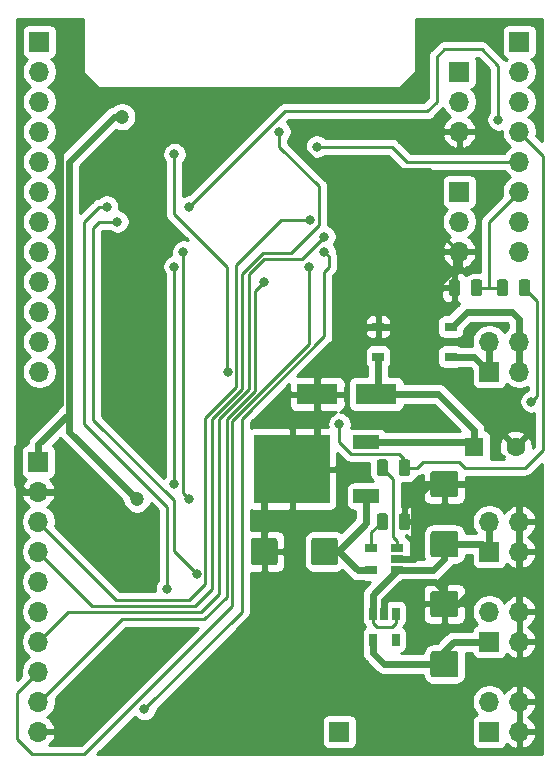
<source format=gbr>
G04 #@! TF.GenerationSoftware,KiCad,Pcbnew,5.1.5*
G04 #@! TF.CreationDate,2020-02-16T17:08:25+01:00*
G04 #@! TF.ProjectId,feuchtraumabzweigdose,66657563-6874-4726-9175-6d61627a7765,rev?*
G04 #@! TF.SameCoordinates,Original*
G04 #@! TF.FileFunction,Copper,L2,Bot*
G04 #@! TF.FilePolarity,Positive*
%FSLAX46Y46*%
G04 Gerber Fmt 4.6, Leading zero omitted, Abs format (unit mm)*
G04 Created by KiCad (PCBNEW 5.1.5) date 2020-02-16 17:08:25*
%MOMM*%
%LPD*%
G04 APERTURE LIST*
%ADD10O,1.700000X1.700000*%
%ADD11R,1.700000X1.700000*%
%ADD12R,0.650000X1.060000*%
%ADD13C,0.100000*%
%ADD14R,3.500000X1.800000*%
%ADD15C,1.600000*%
%ADD16R,1.600000X1.600000*%
%ADD17R,2.200000X1.200000*%
%ADD18R,6.400000X5.800000*%
%ADD19R,1.060000X0.650000*%
%ADD20R,1.000000X0.800000*%
%ADD21C,1.200000*%
%ADD22C,0.800000*%
%ADD23C,0.600000*%
%ADD24C,0.250000*%
%ADD25C,0.254000*%
G04 APERTURE END LIST*
D10*
X172720000Y-71120000D03*
X172720000Y-68580000D03*
X172720000Y-66040000D03*
X172720000Y-63500000D03*
X172720000Y-60960000D03*
X172720000Y-58420000D03*
X172720000Y-55880000D03*
D11*
X172720000Y-53340000D03*
D10*
X132080000Y-81280000D03*
X132080000Y-78740000D03*
X132080000Y-76200000D03*
X132080000Y-73660000D03*
X132080000Y-71120000D03*
X132080000Y-68580000D03*
X132080000Y-66040000D03*
X132080000Y-63500000D03*
X132080000Y-60960000D03*
X132080000Y-58420000D03*
X132080000Y-55880000D03*
D11*
X132080000Y-53340000D03*
D10*
X167640000Y-71120000D03*
X167640000Y-68580000D03*
D11*
X167640000Y-66040000D03*
D12*
X160340000Y-101770000D03*
X161290000Y-101770000D03*
X162240000Y-101770000D03*
X162240000Y-103970000D03*
X160340000Y-103970000D03*
G04 #@! TA.AperFunction,SMDPad,CuDef*
D13*
G36*
X167319505Y-99831204D02*
G01*
X167343773Y-99834804D01*
X167367572Y-99840765D01*
X167390671Y-99849030D01*
X167412850Y-99859520D01*
X167433893Y-99872132D01*
X167453599Y-99886747D01*
X167471777Y-99903223D01*
X167488253Y-99921401D01*
X167502868Y-99941107D01*
X167515480Y-99962150D01*
X167525970Y-99984329D01*
X167534235Y-100007428D01*
X167540196Y-100031227D01*
X167543796Y-100055495D01*
X167545000Y-100079999D01*
X167545000Y-101830001D01*
X167543796Y-101854505D01*
X167540196Y-101878773D01*
X167534235Y-101902572D01*
X167525970Y-101925671D01*
X167515480Y-101947850D01*
X167502868Y-101968893D01*
X167488253Y-101988599D01*
X167471777Y-102006777D01*
X167453599Y-102023253D01*
X167433893Y-102037868D01*
X167412850Y-102050480D01*
X167390671Y-102060970D01*
X167367572Y-102069235D01*
X167343773Y-102075196D01*
X167319505Y-102078796D01*
X167295001Y-102080000D01*
X165444999Y-102080000D01*
X165420495Y-102078796D01*
X165396227Y-102075196D01*
X165372428Y-102069235D01*
X165349329Y-102060970D01*
X165327150Y-102050480D01*
X165306107Y-102037868D01*
X165286401Y-102023253D01*
X165268223Y-102006777D01*
X165251747Y-101988599D01*
X165237132Y-101968893D01*
X165224520Y-101947850D01*
X165214030Y-101925671D01*
X165205765Y-101902572D01*
X165199804Y-101878773D01*
X165196204Y-101854505D01*
X165195000Y-101830001D01*
X165195000Y-100079999D01*
X165196204Y-100055495D01*
X165199804Y-100031227D01*
X165205765Y-100007428D01*
X165214030Y-99984329D01*
X165224520Y-99962150D01*
X165237132Y-99941107D01*
X165251747Y-99921401D01*
X165268223Y-99903223D01*
X165286401Y-99886747D01*
X165306107Y-99872132D01*
X165327150Y-99859520D01*
X165349329Y-99849030D01*
X165372428Y-99840765D01*
X165396227Y-99834804D01*
X165420495Y-99831204D01*
X165444999Y-99830000D01*
X167295001Y-99830000D01*
X167319505Y-99831204D01*
G37*
G04 #@! TD.AperFunction*
G04 #@! TA.AperFunction,SMDPad,CuDef*
G36*
X167319505Y-104931204D02*
G01*
X167343773Y-104934804D01*
X167367572Y-104940765D01*
X167390671Y-104949030D01*
X167412850Y-104959520D01*
X167433893Y-104972132D01*
X167453599Y-104986747D01*
X167471777Y-105003223D01*
X167488253Y-105021401D01*
X167502868Y-105041107D01*
X167515480Y-105062150D01*
X167525970Y-105084329D01*
X167534235Y-105107428D01*
X167540196Y-105131227D01*
X167543796Y-105155495D01*
X167545000Y-105179999D01*
X167545000Y-106930001D01*
X167543796Y-106954505D01*
X167540196Y-106978773D01*
X167534235Y-107002572D01*
X167525970Y-107025671D01*
X167515480Y-107047850D01*
X167502868Y-107068893D01*
X167488253Y-107088599D01*
X167471777Y-107106777D01*
X167453599Y-107123253D01*
X167433893Y-107137868D01*
X167412850Y-107150480D01*
X167390671Y-107160970D01*
X167367572Y-107169235D01*
X167343773Y-107175196D01*
X167319505Y-107178796D01*
X167295001Y-107180000D01*
X165444999Y-107180000D01*
X165420495Y-107178796D01*
X165396227Y-107175196D01*
X165372428Y-107169235D01*
X165349329Y-107160970D01*
X165327150Y-107150480D01*
X165306107Y-107137868D01*
X165286401Y-107123253D01*
X165268223Y-107106777D01*
X165251747Y-107088599D01*
X165237132Y-107068893D01*
X165224520Y-107047850D01*
X165214030Y-107025671D01*
X165205765Y-107002572D01*
X165199804Y-106978773D01*
X165196204Y-106954505D01*
X165195000Y-106930001D01*
X165195000Y-105179999D01*
X165196204Y-105155495D01*
X165199804Y-105131227D01*
X165205765Y-105107428D01*
X165214030Y-105084329D01*
X165224520Y-105062150D01*
X165237132Y-105041107D01*
X165251747Y-105021401D01*
X165268223Y-105003223D01*
X165286401Y-104986747D01*
X165306107Y-104972132D01*
X165327150Y-104959520D01*
X165349329Y-104949030D01*
X165372428Y-104940765D01*
X165396227Y-104934804D01*
X165420495Y-104931204D01*
X165444999Y-104930000D01*
X167295001Y-104930000D01*
X167319505Y-104931204D01*
G37*
G04 #@! TD.AperFunction*
G04 #@! TA.AperFunction,SMDPad,CuDef*
G36*
X161382142Y-88709174D02*
G01*
X161405803Y-88712684D01*
X161429007Y-88718496D01*
X161451529Y-88726554D01*
X161473153Y-88736782D01*
X161493670Y-88749079D01*
X161512883Y-88763329D01*
X161530607Y-88779393D01*
X161546671Y-88797117D01*
X161560921Y-88816330D01*
X161573218Y-88836847D01*
X161583446Y-88858471D01*
X161591504Y-88880993D01*
X161597316Y-88904197D01*
X161600826Y-88927858D01*
X161602000Y-88951750D01*
X161602000Y-89864250D01*
X161600826Y-89888142D01*
X161597316Y-89911803D01*
X161591504Y-89935007D01*
X161583446Y-89957529D01*
X161573218Y-89979153D01*
X161560921Y-89999670D01*
X161546671Y-90018883D01*
X161530607Y-90036607D01*
X161512883Y-90052671D01*
X161493670Y-90066921D01*
X161473153Y-90079218D01*
X161451529Y-90089446D01*
X161429007Y-90097504D01*
X161405803Y-90103316D01*
X161382142Y-90106826D01*
X161358250Y-90108000D01*
X160870750Y-90108000D01*
X160846858Y-90106826D01*
X160823197Y-90103316D01*
X160799993Y-90097504D01*
X160777471Y-90089446D01*
X160755847Y-90079218D01*
X160735330Y-90066921D01*
X160716117Y-90052671D01*
X160698393Y-90036607D01*
X160682329Y-90018883D01*
X160668079Y-89999670D01*
X160655782Y-89979153D01*
X160645554Y-89957529D01*
X160637496Y-89935007D01*
X160631684Y-89911803D01*
X160628174Y-89888142D01*
X160627000Y-89864250D01*
X160627000Y-88951750D01*
X160628174Y-88927858D01*
X160631684Y-88904197D01*
X160637496Y-88880993D01*
X160645554Y-88858471D01*
X160655782Y-88836847D01*
X160668079Y-88816330D01*
X160682329Y-88797117D01*
X160698393Y-88779393D01*
X160716117Y-88763329D01*
X160735330Y-88749079D01*
X160755847Y-88736782D01*
X160777471Y-88726554D01*
X160799993Y-88718496D01*
X160823197Y-88712684D01*
X160846858Y-88709174D01*
X160870750Y-88708000D01*
X161358250Y-88708000D01*
X161382142Y-88709174D01*
G37*
G04 #@! TD.AperFunction*
G04 #@! TA.AperFunction,SMDPad,CuDef*
G36*
X163257142Y-88709174D02*
G01*
X163280803Y-88712684D01*
X163304007Y-88718496D01*
X163326529Y-88726554D01*
X163348153Y-88736782D01*
X163368670Y-88749079D01*
X163387883Y-88763329D01*
X163405607Y-88779393D01*
X163421671Y-88797117D01*
X163435921Y-88816330D01*
X163448218Y-88836847D01*
X163458446Y-88858471D01*
X163466504Y-88880993D01*
X163472316Y-88904197D01*
X163475826Y-88927858D01*
X163477000Y-88951750D01*
X163477000Y-89864250D01*
X163475826Y-89888142D01*
X163472316Y-89911803D01*
X163466504Y-89935007D01*
X163458446Y-89957529D01*
X163448218Y-89979153D01*
X163435921Y-89999670D01*
X163421671Y-90018883D01*
X163405607Y-90036607D01*
X163387883Y-90052671D01*
X163368670Y-90066921D01*
X163348153Y-90079218D01*
X163326529Y-90089446D01*
X163304007Y-90097504D01*
X163280803Y-90103316D01*
X163257142Y-90106826D01*
X163233250Y-90108000D01*
X162745750Y-90108000D01*
X162721858Y-90106826D01*
X162698197Y-90103316D01*
X162674993Y-90097504D01*
X162652471Y-90089446D01*
X162630847Y-90079218D01*
X162610330Y-90066921D01*
X162591117Y-90052671D01*
X162573393Y-90036607D01*
X162557329Y-90018883D01*
X162543079Y-89999670D01*
X162530782Y-89979153D01*
X162520554Y-89957529D01*
X162512496Y-89935007D01*
X162506684Y-89911803D01*
X162503174Y-89888142D01*
X162502000Y-89864250D01*
X162502000Y-88951750D01*
X162503174Y-88927858D01*
X162506684Y-88904197D01*
X162512496Y-88880993D01*
X162520554Y-88858471D01*
X162530782Y-88836847D01*
X162543079Y-88816330D01*
X162557329Y-88797117D01*
X162573393Y-88779393D01*
X162591117Y-88763329D01*
X162610330Y-88749079D01*
X162630847Y-88736782D01*
X162652471Y-88726554D01*
X162674993Y-88718496D01*
X162698197Y-88712684D01*
X162721858Y-88709174D01*
X162745750Y-88708000D01*
X163233250Y-88708000D01*
X163257142Y-88709174D01*
G37*
G04 #@! TD.AperFunction*
D14*
X160615000Y-83185000D03*
X155615000Y-83185000D03*
G04 #@! TA.AperFunction,SMDPad,CuDef*
D13*
G36*
X167319505Y-89671204D02*
G01*
X167343773Y-89674804D01*
X167367572Y-89680765D01*
X167390671Y-89689030D01*
X167412850Y-89699520D01*
X167433893Y-89712132D01*
X167453599Y-89726747D01*
X167471777Y-89743223D01*
X167488253Y-89761401D01*
X167502868Y-89781107D01*
X167515480Y-89802150D01*
X167525970Y-89824329D01*
X167534235Y-89847428D01*
X167540196Y-89871227D01*
X167543796Y-89895495D01*
X167545000Y-89919999D01*
X167545000Y-91670001D01*
X167543796Y-91694505D01*
X167540196Y-91718773D01*
X167534235Y-91742572D01*
X167525970Y-91765671D01*
X167515480Y-91787850D01*
X167502868Y-91808893D01*
X167488253Y-91828599D01*
X167471777Y-91846777D01*
X167453599Y-91863253D01*
X167433893Y-91877868D01*
X167412850Y-91890480D01*
X167390671Y-91900970D01*
X167367572Y-91909235D01*
X167343773Y-91915196D01*
X167319505Y-91918796D01*
X167295001Y-91920000D01*
X165444999Y-91920000D01*
X165420495Y-91918796D01*
X165396227Y-91915196D01*
X165372428Y-91909235D01*
X165349329Y-91900970D01*
X165327150Y-91890480D01*
X165306107Y-91877868D01*
X165286401Y-91863253D01*
X165268223Y-91846777D01*
X165251747Y-91828599D01*
X165237132Y-91808893D01*
X165224520Y-91787850D01*
X165214030Y-91765671D01*
X165205765Y-91742572D01*
X165199804Y-91718773D01*
X165196204Y-91694505D01*
X165195000Y-91670001D01*
X165195000Y-89919999D01*
X165196204Y-89895495D01*
X165199804Y-89871227D01*
X165205765Y-89847428D01*
X165214030Y-89824329D01*
X165224520Y-89802150D01*
X165237132Y-89781107D01*
X165251747Y-89761401D01*
X165268223Y-89743223D01*
X165286401Y-89726747D01*
X165306107Y-89712132D01*
X165327150Y-89699520D01*
X165349329Y-89689030D01*
X165372428Y-89680765D01*
X165396227Y-89674804D01*
X165420495Y-89671204D01*
X165444999Y-89670000D01*
X167295001Y-89670000D01*
X167319505Y-89671204D01*
G37*
G04 #@! TD.AperFunction*
G04 #@! TA.AperFunction,SMDPad,CuDef*
G36*
X167319505Y-94771204D02*
G01*
X167343773Y-94774804D01*
X167367572Y-94780765D01*
X167390671Y-94789030D01*
X167412850Y-94799520D01*
X167433893Y-94812132D01*
X167453599Y-94826747D01*
X167471777Y-94843223D01*
X167488253Y-94861401D01*
X167502868Y-94881107D01*
X167515480Y-94902150D01*
X167525970Y-94924329D01*
X167534235Y-94947428D01*
X167540196Y-94971227D01*
X167543796Y-94995495D01*
X167545000Y-95019999D01*
X167545000Y-96770001D01*
X167543796Y-96794505D01*
X167540196Y-96818773D01*
X167534235Y-96842572D01*
X167525970Y-96865671D01*
X167515480Y-96887850D01*
X167502868Y-96908893D01*
X167488253Y-96928599D01*
X167471777Y-96946777D01*
X167453599Y-96963253D01*
X167433893Y-96977868D01*
X167412850Y-96990480D01*
X167390671Y-97000970D01*
X167367572Y-97009235D01*
X167343773Y-97015196D01*
X167319505Y-97018796D01*
X167295001Y-97020000D01*
X165444999Y-97020000D01*
X165420495Y-97018796D01*
X165396227Y-97015196D01*
X165372428Y-97009235D01*
X165349329Y-97000970D01*
X165327150Y-96990480D01*
X165306107Y-96977868D01*
X165286401Y-96963253D01*
X165268223Y-96946777D01*
X165251747Y-96928599D01*
X165237132Y-96908893D01*
X165224520Y-96887850D01*
X165214030Y-96865671D01*
X165205765Y-96842572D01*
X165199804Y-96818773D01*
X165196204Y-96794505D01*
X165195000Y-96770001D01*
X165195000Y-95019999D01*
X165196204Y-94995495D01*
X165199804Y-94971227D01*
X165205765Y-94947428D01*
X165214030Y-94924329D01*
X165224520Y-94902150D01*
X165237132Y-94881107D01*
X165251747Y-94861401D01*
X165268223Y-94843223D01*
X165286401Y-94826747D01*
X165306107Y-94812132D01*
X165327150Y-94799520D01*
X165349329Y-94789030D01*
X165372428Y-94780765D01*
X165396227Y-94774804D01*
X165420495Y-94771204D01*
X165444999Y-94770000D01*
X167295001Y-94770000D01*
X167319505Y-94771204D01*
G37*
G04 #@! TD.AperFunction*
G04 #@! TA.AperFunction,SMDPad,CuDef*
G36*
X152019505Y-95346204D02*
G01*
X152043773Y-95349804D01*
X152067572Y-95355765D01*
X152090671Y-95364030D01*
X152112850Y-95374520D01*
X152133893Y-95387132D01*
X152153599Y-95401747D01*
X152171777Y-95418223D01*
X152188253Y-95436401D01*
X152202868Y-95456107D01*
X152215480Y-95477150D01*
X152225970Y-95499329D01*
X152234235Y-95522428D01*
X152240196Y-95546227D01*
X152243796Y-95570495D01*
X152245000Y-95594999D01*
X152245000Y-97445001D01*
X152243796Y-97469505D01*
X152240196Y-97493773D01*
X152234235Y-97517572D01*
X152225970Y-97540671D01*
X152215480Y-97562850D01*
X152202868Y-97583893D01*
X152188253Y-97603599D01*
X152171777Y-97621777D01*
X152153599Y-97638253D01*
X152133893Y-97652868D01*
X152112850Y-97665480D01*
X152090671Y-97675970D01*
X152067572Y-97684235D01*
X152043773Y-97690196D01*
X152019505Y-97693796D01*
X151995001Y-97695000D01*
X150244999Y-97695000D01*
X150220495Y-97693796D01*
X150196227Y-97690196D01*
X150172428Y-97684235D01*
X150149329Y-97675970D01*
X150127150Y-97665480D01*
X150106107Y-97652868D01*
X150086401Y-97638253D01*
X150068223Y-97621777D01*
X150051747Y-97603599D01*
X150037132Y-97583893D01*
X150024520Y-97562850D01*
X150014030Y-97540671D01*
X150005765Y-97517572D01*
X149999804Y-97493773D01*
X149996204Y-97469505D01*
X149995000Y-97445001D01*
X149995000Y-95594999D01*
X149996204Y-95570495D01*
X149999804Y-95546227D01*
X150005765Y-95522428D01*
X150014030Y-95499329D01*
X150024520Y-95477150D01*
X150037132Y-95456107D01*
X150051747Y-95436401D01*
X150068223Y-95418223D01*
X150086401Y-95401747D01*
X150106107Y-95387132D01*
X150127150Y-95374520D01*
X150149329Y-95364030D01*
X150172428Y-95355765D01*
X150196227Y-95349804D01*
X150220495Y-95346204D01*
X150244999Y-95345000D01*
X151995001Y-95345000D01*
X152019505Y-95346204D01*
G37*
G04 #@! TD.AperFunction*
G04 #@! TA.AperFunction,SMDPad,CuDef*
G36*
X157119505Y-95346204D02*
G01*
X157143773Y-95349804D01*
X157167572Y-95355765D01*
X157190671Y-95364030D01*
X157212850Y-95374520D01*
X157233893Y-95387132D01*
X157253599Y-95401747D01*
X157271777Y-95418223D01*
X157288253Y-95436401D01*
X157302868Y-95456107D01*
X157315480Y-95477150D01*
X157325970Y-95499329D01*
X157334235Y-95522428D01*
X157340196Y-95546227D01*
X157343796Y-95570495D01*
X157345000Y-95594999D01*
X157345000Y-97445001D01*
X157343796Y-97469505D01*
X157340196Y-97493773D01*
X157334235Y-97517572D01*
X157325970Y-97540671D01*
X157315480Y-97562850D01*
X157302868Y-97583893D01*
X157288253Y-97603599D01*
X157271777Y-97621777D01*
X157253599Y-97638253D01*
X157233893Y-97652868D01*
X157212850Y-97665480D01*
X157190671Y-97675970D01*
X157167572Y-97684235D01*
X157143773Y-97690196D01*
X157119505Y-97693796D01*
X157095001Y-97695000D01*
X155344999Y-97695000D01*
X155320495Y-97693796D01*
X155296227Y-97690196D01*
X155272428Y-97684235D01*
X155249329Y-97675970D01*
X155227150Y-97665480D01*
X155206107Y-97652868D01*
X155186401Y-97638253D01*
X155168223Y-97621777D01*
X155151747Y-97603599D01*
X155137132Y-97583893D01*
X155124520Y-97562850D01*
X155114030Y-97540671D01*
X155105765Y-97517572D01*
X155099804Y-97493773D01*
X155096204Y-97469505D01*
X155095000Y-97445001D01*
X155095000Y-95594999D01*
X155096204Y-95570495D01*
X155099804Y-95546227D01*
X155105765Y-95522428D01*
X155114030Y-95499329D01*
X155124520Y-95477150D01*
X155137132Y-95456107D01*
X155151747Y-95436401D01*
X155168223Y-95418223D01*
X155186401Y-95401747D01*
X155206107Y-95387132D01*
X155227150Y-95374520D01*
X155249329Y-95364030D01*
X155272428Y-95355765D01*
X155296227Y-95349804D01*
X155320495Y-95346204D01*
X155344999Y-95345000D01*
X157095001Y-95345000D01*
X157119505Y-95346204D01*
G37*
G04 #@! TD.AperFunction*
D15*
X172410000Y-87630000D03*
D16*
X168910000Y-87630000D03*
D17*
X159775000Y-87255000D03*
X159775000Y-91815000D03*
D18*
X153475000Y-89535000D03*
G04 #@! TA.AperFunction,SMDPad,CuDef*
D13*
G36*
X167478142Y-73469174D02*
G01*
X167501803Y-73472684D01*
X167525007Y-73478496D01*
X167547529Y-73486554D01*
X167569153Y-73496782D01*
X167589670Y-73509079D01*
X167608883Y-73523329D01*
X167626607Y-73539393D01*
X167642671Y-73557117D01*
X167656921Y-73576330D01*
X167669218Y-73596847D01*
X167679446Y-73618471D01*
X167687504Y-73640993D01*
X167693316Y-73664197D01*
X167696826Y-73687858D01*
X167698000Y-73711750D01*
X167698000Y-74624250D01*
X167696826Y-74648142D01*
X167693316Y-74671803D01*
X167687504Y-74695007D01*
X167679446Y-74717529D01*
X167669218Y-74739153D01*
X167656921Y-74759670D01*
X167642671Y-74778883D01*
X167626607Y-74796607D01*
X167608883Y-74812671D01*
X167589670Y-74826921D01*
X167569153Y-74839218D01*
X167547529Y-74849446D01*
X167525007Y-74857504D01*
X167501803Y-74863316D01*
X167478142Y-74866826D01*
X167454250Y-74868000D01*
X166966750Y-74868000D01*
X166942858Y-74866826D01*
X166919197Y-74863316D01*
X166895993Y-74857504D01*
X166873471Y-74849446D01*
X166851847Y-74839218D01*
X166831330Y-74826921D01*
X166812117Y-74812671D01*
X166794393Y-74796607D01*
X166778329Y-74778883D01*
X166764079Y-74759670D01*
X166751782Y-74739153D01*
X166741554Y-74717529D01*
X166733496Y-74695007D01*
X166727684Y-74671803D01*
X166724174Y-74648142D01*
X166723000Y-74624250D01*
X166723000Y-73711750D01*
X166724174Y-73687858D01*
X166727684Y-73664197D01*
X166733496Y-73640993D01*
X166741554Y-73618471D01*
X166751782Y-73596847D01*
X166764079Y-73576330D01*
X166778329Y-73557117D01*
X166794393Y-73539393D01*
X166812117Y-73523329D01*
X166831330Y-73509079D01*
X166851847Y-73496782D01*
X166873471Y-73486554D01*
X166895993Y-73478496D01*
X166919197Y-73472684D01*
X166942858Y-73469174D01*
X166966750Y-73468000D01*
X167454250Y-73468000D01*
X167478142Y-73469174D01*
G37*
G04 #@! TD.AperFunction*
G04 #@! TA.AperFunction,SMDPad,CuDef*
G36*
X169353142Y-73469174D02*
G01*
X169376803Y-73472684D01*
X169400007Y-73478496D01*
X169422529Y-73486554D01*
X169444153Y-73496782D01*
X169464670Y-73509079D01*
X169483883Y-73523329D01*
X169501607Y-73539393D01*
X169517671Y-73557117D01*
X169531921Y-73576330D01*
X169544218Y-73596847D01*
X169554446Y-73618471D01*
X169562504Y-73640993D01*
X169568316Y-73664197D01*
X169571826Y-73687858D01*
X169573000Y-73711750D01*
X169573000Y-74624250D01*
X169571826Y-74648142D01*
X169568316Y-74671803D01*
X169562504Y-74695007D01*
X169554446Y-74717529D01*
X169544218Y-74739153D01*
X169531921Y-74759670D01*
X169517671Y-74778883D01*
X169501607Y-74796607D01*
X169483883Y-74812671D01*
X169464670Y-74826921D01*
X169444153Y-74839218D01*
X169422529Y-74849446D01*
X169400007Y-74857504D01*
X169376803Y-74863316D01*
X169353142Y-74866826D01*
X169329250Y-74868000D01*
X168841750Y-74868000D01*
X168817858Y-74866826D01*
X168794197Y-74863316D01*
X168770993Y-74857504D01*
X168748471Y-74849446D01*
X168726847Y-74839218D01*
X168706330Y-74826921D01*
X168687117Y-74812671D01*
X168669393Y-74796607D01*
X168653329Y-74778883D01*
X168639079Y-74759670D01*
X168626782Y-74739153D01*
X168616554Y-74717529D01*
X168608496Y-74695007D01*
X168602684Y-74671803D01*
X168599174Y-74648142D01*
X168598000Y-74624250D01*
X168598000Y-73711750D01*
X168599174Y-73687858D01*
X168602684Y-73664197D01*
X168608496Y-73640993D01*
X168616554Y-73618471D01*
X168626782Y-73596847D01*
X168639079Y-73576330D01*
X168653329Y-73557117D01*
X168669393Y-73539393D01*
X168687117Y-73523329D01*
X168706330Y-73509079D01*
X168726847Y-73496782D01*
X168748471Y-73486554D01*
X168770993Y-73478496D01*
X168794197Y-73472684D01*
X168817858Y-73469174D01*
X168841750Y-73468000D01*
X169329250Y-73468000D01*
X169353142Y-73469174D01*
G37*
G04 #@! TD.AperFunction*
G04 #@! TA.AperFunction,SMDPad,CuDef*
G36*
X171542142Y-73469174D02*
G01*
X171565803Y-73472684D01*
X171589007Y-73478496D01*
X171611529Y-73486554D01*
X171633153Y-73496782D01*
X171653670Y-73509079D01*
X171672883Y-73523329D01*
X171690607Y-73539393D01*
X171706671Y-73557117D01*
X171720921Y-73576330D01*
X171733218Y-73596847D01*
X171743446Y-73618471D01*
X171751504Y-73640993D01*
X171757316Y-73664197D01*
X171760826Y-73687858D01*
X171762000Y-73711750D01*
X171762000Y-74624250D01*
X171760826Y-74648142D01*
X171757316Y-74671803D01*
X171751504Y-74695007D01*
X171743446Y-74717529D01*
X171733218Y-74739153D01*
X171720921Y-74759670D01*
X171706671Y-74778883D01*
X171690607Y-74796607D01*
X171672883Y-74812671D01*
X171653670Y-74826921D01*
X171633153Y-74839218D01*
X171611529Y-74849446D01*
X171589007Y-74857504D01*
X171565803Y-74863316D01*
X171542142Y-74866826D01*
X171518250Y-74868000D01*
X171030750Y-74868000D01*
X171006858Y-74866826D01*
X170983197Y-74863316D01*
X170959993Y-74857504D01*
X170937471Y-74849446D01*
X170915847Y-74839218D01*
X170895330Y-74826921D01*
X170876117Y-74812671D01*
X170858393Y-74796607D01*
X170842329Y-74778883D01*
X170828079Y-74759670D01*
X170815782Y-74739153D01*
X170805554Y-74717529D01*
X170797496Y-74695007D01*
X170791684Y-74671803D01*
X170788174Y-74648142D01*
X170787000Y-74624250D01*
X170787000Y-73711750D01*
X170788174Y-73687858D01*
X170791684Y-73664197D01*
X170797496Y-73640993D01*
X170805554Y-73618471D01*
X170815782Y-73596847D01*
X170828079Y-73576330D01*
X170842329Y-73557117D01*
X170858393Y-73539393D01*
X170876117Y-73523329D01*
X170895330Y-73509079D01*
X170915847Y-73496782D01*
X170937471Y-73486554D01*
X170959993Y-73478496D01*
X170983197Y-73472684D01*
X171006858Y-73469174D01*
X171030750Y-73468000D01*
X171518250Y-73468000D01*
X171542142Y-73469174D01*
G37*
G04 #@! TD.AperFunction*
G04 #@! TA.AperFunction,SMDPad,CuDef*
G36*
X173417142Y-73469174D02*
G01*
X173440803Y-73472684D01*
X173464007Y-73478496D01*
X173486529Y-73486554D01*
X173508153Y-73496782D01*
X173528670Y-73509079D01*
X173547883Y-73523329D01*
X173565607Y-73539393D01*
X173581671Y-73557117D01*
X173595921Y-73576330D01*
X173608218Y-73596847D01*
X173618446Y-73618471D01*
X173626504Y-73640993D01*
X173632316Y-73664197D01*
X173635826Y-73687858D01*
X173637000Y-73711750D01*
X173637000Y-74624250D01*
X173635826Y-74648142D01*
X173632316Y-74671803D01*
X173626504Y-74695007D01*
X173618446Y-74717529D01*
X173608218Y-74739153D01*
X173595921Y-74759670D01*
X173581671Y-74778883D01*
X173565607Y-74796607D01*
X173547883Y-74812671D01*
X173528670Y-74826921D01*
X173508153Y-74839218D01*
X173486529Y-74849446D01*
X173464007Y-74857504D01*
X173440803Y-74863316D01*
X173417142Y-74866826D01*
X173393250Y-74868000D01*
X172905750Y-74868000D01*
X172881858Y-74866826D01*
X172858197Y-74863316D01*
X172834993Y-74857504D01*
X172812471Y-74849446D01*
X172790847Y-74839218D01*
X172770330Y-74826921D01*
X172751117Y-74812671D01*
X172733393Y-74796607D01*
X172717329Y-74778883D01*
X172703079Y-74759670D01*
X172690782Y-74739153D01*
X172680554Y-74717529D01*
X172672496Y-74695007D01*
X172666684Y-74671803D01*
X172663174Y-74648142D01*
X172662000Y-74624250D01*
X172662000Y-73711750D01*
X172663174Y-73687858D01*
X172666684Y-73664197D01*
X172672496Y-73640993D01*
X172680554Y-73618471D01*
X172690782Y-73596847D01*
X172703079Y-73576330D01*
X172717329Y-73557117D01*
X172733393Y-73539393D01*
X172751117Y-73523329D01*
X172770330Y-73509079D01*
X172790847Y-73496782D01*
X172812471Y-73486554D01*
X172834993Y-73478496D01*
X172858197Y-73472684D01*
X172881858Y-73469174D01*
X172905750Y-73468000D01*
X173393250Y-73468000D01*
X173417142Y-73469174D01*
G37*
G04 #@! TD.AperFunction*
G04 #@! TA.AperFunction,SMDPad,CuDef*
G36*
X163257142Y-93281174D02*
G01*
X163280803Y-93284684D01*
X163304007Y-93290496D01*
X163326529Y-93298554D01*
X163348153Y-93308782D01*
X163368670Y-93321079D01*
X163387883Y-93335329D01*
X163405607Y-93351393D01*
X163421671Y-93369117D01*
X163435921Y-93388330D01*
X163448218Y-93408847D01*
X163458446Y-93430471D01*
X163466504Y-93452993D01*
X163472316Y-93476197D01*
X163475826Y-93499858D01*
X163477000Y-93523750D01*
X163477000Y-94436250D01*
X163475826Y-94460142D01*
X163472316Y-94483803D01*
X163466504Y-94507007D01*
X163458446Y-94529529D01*
X163448218Y-94551153D01*
X163435921Y-94571670D01*
X163421671Y-94590883D01*
X163405607Y-94608607D01*
X163387883Y-94624671D01*
X163368670Y-94638921D01*
X163348153Y-94651218D01*
X163326529Y-94661446D01*
X163304007Y-94669504D01*
X163280803Y-94675316D01*
X163257142Y-94678826D01*
X163233250Y-94680000D01*
X162745750Y-94680000D01*
X162721858Y-94678826D01*
X162698197Y-94675316D01*
X162674993Y-94669504D01*
X162652471Y-94661446D01*
X162630847Y-94651218D01*
X162610330Y-94638921D01*
X162591117Y-94624671D01*
X162573393Y-94608607D01*
X162557329Y-94590883D01*
X162543079Y-94571670D01*
X162530782Y-94551153D01*
X162520554Y-94529529D01*
X162512496Y-94507007D01*
X162506684Y-94483803D01*
X162503174Y-94460142D01*
X162502000Y-94436250D01*
X162502000Y-93523750D01*
X162503174Y-93499858D01*
X162506684Y-93476197D01*
X162512496Y-93452993D01*
X162520554Y-93430471D01*
X162530782Y-93408847D01*
X162543079Y-93388330D01*
X162557329Y-93369117D01*
X162573393Y-93351393D01*
X162591117Y-93335329D01*
X162610330Y-93321079D01*
X162630847Y-93308782D01*
X162652471Y-93298554D01*
X162674993Y-93290496D01*
X162698197Y-93284684D01*
X162721858Y-93281174D01*
X162745750Y-93280000D01*
X163233250Y-93280000D01*
X163257142Y-93281174D01*
G37*
G04 #@! TD.AperFunction*
G04 #@! TA.AperFunction,SMDPad,CuDef*
G36*
X161382142Y-93281174D02*
G01*
X161405803Y-93284684D01*
X161429007Y-93290496D01*
X161451529Y-93298554D01*
X161473153Y-93308782D01*
X161493670Y-93321079D01*
X161512883Y-93335329D01*
X161530607Y-93351393D01*
X161546671Y-93369117D01*
X161560921Y-93388330D01*
X161573218Y-93408847D01*
X161583446Y-93430471D01*
X161591504Y-93452993D01*
X161597316Y-93476197D01*
X161600826Y-93499858D01*
X161602000Y-93523750D01*
X161602000Y-94436250D01*
X161600826Y-94460142D01*
X161597316Y-94483803D01*
X161591504Y-94507007D01*
X161583446Y-94529529D01*
X161573218Y-94551153D01*
X161560921Y-94571670D01*
X161546671Y-94590883D01*
X161530607Y-94608607D01*
X161512883Y-94624671D01*
X161493670Y-94638921D01*
X161473153Y-94651218D01*
X161451529Y-94661446D01*
X161429007Y-94669504D01*
X161405803Y-94675316D01*
X161382142Y-94678826D01*
X161358250Y-94680000D01*
X160870750Y-94680000D01*
X160846858Y-94678826D01*
X160823197Y-94675316D01*
X160799993Y-94669504D01*
X160777471Y-94661446D01*
X160755847Y-94651218D01*
X160735330Y-94638921D01*
X160716117Y-94624671D01*
X160698393Y-94608607D01*
X160682329Y-94590883D01*
X160668079Y-94571670D01*
X160655782Y-94551153D01*
X160645554Y-94529529D01*
X160637496Y-94507007D01*
X160631684Y-94483803D01*
X160628174Y-94460142D01*
X160627000Y-94436250D01*
X160627000Y-93523750D01*
X160628174Y-93499858D01*
X160631684Y-93476197D01*
X160637496Y-93452993D01*
X160645554Y-93430471D01*
X160655782Y-93408847D01*
X160668079Y-93388330D01*
X160682329Y-93369117D01*
X160698393Y-93351393D01*
X160716117Y-93335329D01*
X160735330Y-93321079D01*
X160755847Y-93308782D01*
X160777471Y-93298554D01*
X160799993Y-93290496D01*
X160823197Y-93284684D01*
X160846858Y-93281174D01*
X160870750Y-93280000D01*
X161358250Y-93280000D01*
X161382142Y-93281174D01*
G37*
G04 #@! TD.AperFunction*
D10*
X172720000Y-93980000D03*
X172720000Y-96520000D03*
X170180000Y-93980000D03*
D11*
X170180000Y-96520000D03*
D10*
X172720000Y-78740000D03*
X172720000Y-81280000D03*
X170180000Y-78740000D03*
D11*
X170180000Y-81280000D03*
D19*
X160190000Y-96205000D03*
X160190000Y-98105000D03*
X162390000Y-98105000D03*
X162390000Y-97155000D03*
X162390000Y-96205000D03*
D20*
X160755000Y-77470000D03*
X160755000Y-80010000D03*
X166905000Y-80010000D03*
X166905000Y-77470000D03*
D10*
X172720000Y-101600000D03*
X172720000Y-104140000D03*
X170180000Y-101600000D03*
D11*
X170180000Y-104140000D03*
D10*
X132000000Y-111760000D03*
X132000000Y-109220000D03*
X132000000Y-106680000D03*
X132000000Y-104140000D03*
X132000000Y-101600000D03*
X132000000Y-99060000D03*
X132000000Y-96520000D03*
X132000000Y-93980000D03*
X132000000Y-91440000D03*
D11*
X132000000Y-88900000D03*
D10*
X167640000Y-60960000D03*
X167640000Y-58420000D03*
D11*
X167640000Y-55880000D03*
D10*
X172720000Y-109220000D03*
X172720000Y-111760000D03*
X170180000Y-109220000D03*
D11*
X170180000Y-111760000D03*
X157480000Y-111760000D03*
D21*
X139065000Y-59690000D03*
X140335000Y-92075000D03*
X138430000Y-92075000D03*
X137795000Y-58420000D03*
D22*
X143510000Y-62865000D03*
X148045000Y-81280000D03*
X140970000Y-109855000D03*
X156210000Y-71120000D03*
X143510000Y-90805000D03*
X143510000Y-72390000D03*
X144780000Y-92075000D03*
X144272000Y-71119994D03*
X137795000Y-67310000D03*
X142875000Y-99695000D03*
X155030010Y-68483494D03*
X156210000Y-69850000D03*
X152400000Y-60960000D03*
X151130000Y-73660000D03*
X144780000Y-67310000D03*
X170942000Y-59943996D03*
X173736000Y-83820000D03*
X157480000Y-85725000D03*
X155575000Y-62230000D03*
X138684000Y-68580000D03*
X145413603Y-98426397D03*
X154940004Y-72390000D03*
D23*
X132000000Y-87450000D02*
X134620000Y-84830000D01*
X132000000Y-88900000D02*
X132000000Y-87450000D01*
X134620000Y-84830000D02*
X134620000Y-63500000D01*
X134620000Y-63500000D02*
X138430000Y-59690000D01*
X138430000Y-59690000D02*
X139065000Y-59690000D01*
X134620000Y-84830000D02*
X134620000Y-86360000D01*
X134620000Y-86360000D02*
X140335000Y-92075000D01*
X167160000Y-104140000D02*
X170180000Y-104140000D01*
X166370000Y-106055000D02*
X166370000Y-104930000D01*
X166370000Y-104930000D02*
X167160000Y-104140000D01*
X161295000Y-106055000D02*
X165195000Y-106055000D01*
X160340000Y-105100000D02*
X161295000Y-106055000D01*
X165195000Y-106055000D02*
X166370000Y-106055000D01*
X160340000Y-103970000D02*
X160340000Y-105100000D01*
X132000000Y-91440000D02*
X133985000Y-91440000D01*
X133985000Y-91440000D02*
X137795000Y-91440000D01*
X137795000Y-91440000D02*
X138430000Y-92075000D01*
X132000000Y-91440000D02*
X130810000Y-91440000D01*
X130810000Y-91440000D02*
X130175000Y-90805000D01*
X130175000Y-90805000D02*
X130175000Y-88265000D01*
X130175000Y-88265000D02*
X130175000Y-87630000D01*
X130175000Y-87630000D02*
X133350000Y-84455000D01*
X133819990Y-83985010D02*
X133819990Y-62395010D01*
X133350000Y-84455000D02*
X133819990Y-83985010D01*
X133819990Y-62395010D02*
X137795000Y-58420000D01*
X159830000Y-77470000D02*
X160755000Y-77470000D01*
X155615000Y-81685000D02*
X159830000Y-77470000D01*
X155615000Y-83185000D02*
X155615000Y-81685000D01*
X155615000Y-87395000D02*
X153475000Y-89535000D01*
X155615000Y-83185000D02*
X155615000Y-87395000D01*
X162250000Y-77470000D02*
X172410000Y-87630000D01*
X160755000Y-77470000D02*
X162250000Y-77470000D01*
X151120000Y-91890000D02*
X153475000Y-89535000D01*
X151120000Y-96520000D02*
X151120000Y-91890000D01*
X169535000Y-90795000D02*
X169545000Y-90805000D01*
X166370000Y-90795000D02*
X169535000Y-90795000D01*
X169545000Y-90805000D02*
X172085000Y-90805000D01*
X172720000Y-91440000D02*
X172720000Y-93980000D01*
X172085000Y-90805000D02*
X172720000Y-91440000D01*
X165195000Y-90795000D02*
X163830000Y-92160000D01*
X166370000Y-90795000D02*
X165195000Y-90795000D01*
X163830000Y-97155000D02*
X162390000Y-97155000D01*
X167545000Y-100955000D02*
X169440000Y-99060000D01*
X169440000Y-99060000D02*
X172720000Y-99060000D01*
X166370000Y-100955000D02*
X167545000Y-100955000D01*
X172720000Y-96520000D02*
X172720000Y-99060000D01*
X172720000Y-99060000D02*
X172720000Y-101600000D01*
X161290000Y-100640000D02*
X161290000Y-101770000D01*
X162870000Y-99060000D02*
X161290000Y-100640000D01*
X165600000Y-99060000D02*
X162870000Y-99060000D01*
X166370000Y-99830000D02*
X165600000Y-99060000D01*
X166370000Y-100955000D02*
X166370000Y-99830000D01*
D24*
X163703000Y-94488000D02*
X163830000Y-94615000D01*
D23*
X163830000Y-94615000D02*
X163830000Y-97155000D01*
D24*
X163576000Y-93980000D02*
X162989500Y-93980000D01*
X163830000Y-94234000D02*
X163576000Y-93980000D01*
D23*
X163830000Y-94234000D02*
X163830000Y-94615000D01*
X163830000Y-92160000D02*
X163830000Y-94234000D01*
X172720000Y-93980000D02*
X172720000Y-96520000D01*
D24*
X167210500Y-71549500D02*
X167640000Y-71120000D01*
X167210500Y-74168000D02*
X167210500Y-71549500D01*
D23*
X167640000Y-72080000D02*
X162250000Y-77470000D01*
X167640000Y-71120000D02*
X167640000Y-72080000D01*
D24*
X166790001Y-70270001D02*
X167640000Y-71120000D01*
X165735000Y-64770000D02*
X165735000Y-69215000D01*
X165100000Y-64135000D02*
X165735000Y-64770000D01*
X162560000Y-64135000D02*
X165100000Y-64135000D01*
X161925000Y-63500000D02*
X162560000Y-64135000D01*
X167640000Y-60960000D02*
X154940000Y-60960000D01*
X154305000Y-61595000D02*
X154305000Y-62230000D01*
X165735000Y-69215000D02*
X166790001Y-70270001D01*
X154940000Y-60960000D02*
X154305000Y-61595000D01*
X154305000Y-62230000D02*
X155575000Y-63500000D01*
X155575000Y-63500000D02*
X161925000Y-63500000D01*
X147955000Y-81280000D02*
X148045000Y-81280000D01*
X147955000Y-72390000D02*
X147955000Y-81280000D01*
X143510000Y-67945000D02*
X147955000Y-72390000D01*
X143510000Y-62865000D02*
X143510000Y-67945000D01*
X156210000Y-72828004D02*
X156609999Y-72428005D01*
X140970000Y-109855000D02*
X149225000Y-101600000D01*
X156609999Y-72428005D02*
X156609999Y-71519999D01*
X156210000Y-78289258D02*
X156210000Y-72828004D01*
X149225000Y-101600000D02*
X149225000Y-85274258D01*
X156609999Y-71519999D02*
X156210000Y-71120000D01*
X149225000Y-85274258D02*
X156210000Y-78289258D01*
X143510000Y-90805000D02*
X143510000Y-72390000D01*
X144272000Y-91567000D02*
X144272000Y-71119994D01*
X144780000Y-92075000D02*
X144272000Y-91567000D01*
X137795000Y-67310000D02*
X137160000Y-67310000D01*
X137160000Y-67310000D02*
X135890000Y-68580000D01*
X135890000Y-68580000D02*
X135890000Y-85725000D01*
X135890000Y-85725000D02*
X142875000Y-92710000D01*
X142875000Y-92710000D02*
X142875000Y-99695000D01*
X132000000Y-93980000D02*
X138604000Y-100584000D01*
X138604000Y-100584000D02*
X144780000Y-100584000D01*
X148770001Y-72279312D02*
X152565819Y-68483494D01*
X148770001Y-82547207D02*
X148770001Y-72279312D01*
X146138604Y-85178604D02*
X148770001Y-82547207D01*
X154464325Y-68483494D02*
X155030010Y-68483494D01*
X146138604Y-99225396D02*
X146138604Y-85178604D01*
X144780000Y-100584000D02*
X146138604Y-99225396D01*
X152565819Y-68483494D02*
X154464325Y-68483494D01*
X154305000Y-71755000D02*
X155810001Y-70249999D01*
X155810001Y-70249999D02*
X156210000Y-69850000D01*
X149860000Y-73026410D02*
X151131410Y-71755000D01*
X151131410Y-71755000D02*
X154305000Y-71755000D01*
X132000000Y-104140000D02*
X134540000Y-101600000D01*
X149860000Y-82730028D02*
X149860000Y-73026410D01*
X134540000Y-101600000D02*
X145796000Y-101600000D01*
X145796000Y-101600000D02*
X147320000Y-100076000D01*
X147320000Y-100076000D02*
X147320000Y-85270028D01*
X147320000Y-85270028D02*
X149860000Y-82730028D01*
X152400000Y-62230000D02*
X152400000Y-60960000D01*
X146685000Y-99695000D02*
X146685000Y-85268618D01*
X153376505Y-71210001D02*
X155755011Y-68831495D01*
X136572000Y-101092000D02*
X145288000Y-101092000D01*
X149225000Y-82728618D02*
X149225000Y-73025000D01*
X155755011Y-68831495D02*
X155755011Y-65585011D01*
X149225000Y-73025000D02*
X151039999Y-71210001D01*
X151039999Y-71210001D02*
X153376505Y-71210001D01*
X145288000Y-101092000D02*
X146685000Y-99695000D01*
X146685000Y-85268618D02*
X149225000Y-82728618D01*
X132000000Y-96520000D02*
X136572000Y-101092000D01*
X155755011Y-65585011D02*
X152400000Y-62230000D01*
X150310009Y-74479991D02*
X151130000Y-73660000D01*
X150310009Y-82916429D02*
X150310009Y-74479991D01*
X132080000Y-109220000D02*
X139065000Y-102235000D01*
X132000000Y-109220000D02*
X132080000Y-109220000D01*
X146050000Y-102235000D02*
X147955000Y-100330000D01*
X139065000Y-102235000D02*
X146050000Y-102235000D01*
X147955000Y-85271438D02*
X150310009Y-82916429D01*
X147955000Y-100330000D02*
X147955000Y-85271438D01*
X170180000Y-74168000D02*
X171274500Y-74168000D01*
X172720000Y-66040000D02*
X170180000Y-68580000D01*
X170180000Y-68580000D02*
X170180000Y-74168000D01*
X170180000Y-74168000D02*
X169085500Y-74168000D01*
X170942000Y-55372000D02*
X170942000Y-59943996D01*
X169545000Y-53975000D02*
X170942000Y-55372000D01*
X152850010Y-59239990D02*
X164915010Y-59239990D01*
X166370000Y-53975000D02*
X169545000Y-53975000D01*
X144780000Y-67310000D02*
X152850010Y-59239990D01*
X164915010Y-59239990D02*
X165735000Y-58420000D01*
X165735000Y-58420000D02*
X165735000Y-54610000D01*
X165735000Y-54610000D02*
X166370000Y-53975000D01*
D23*
X160755000Y-83045000D02*
X160615000Y-83185000D01*
X160755000Y-80010000D02*
X160755000Y-83045000D01*
X168910000Y-86230000D02*
X168910000Y-87630000D01*
X165865000Y-83185000D02*
X168910000Y-86230000D01*
X160615000Y-83185000D02*
X165865000Y-83185000D01*
X168535000Y-87255000D02*
X168910000Y-87630000D01*
X159775000Y-87255000D02*
X168535000Y-87255000D01*
X170180000Y-81280000D02*
X170180000Y-78740000D01*
X168910000Y-80010000D02*
X170180000Y-81280000D01*
X166905000Y-80010000D02*
X168910000Y-80010000D01*
X172085000Y-76200000D02*
X172720000Y-76835000D01*
X168275000Y-76200000D02*
X172085000Y-76200000D01*
X166905000Y-77470000D02*
X167005000Y-77470000D01*
X172720000Y-76835000D02*
X172720000Y-78740000D01*
X167005000Y-77470000D02*
X168275000Y-76200000D01*
X172720000Y-78740000D02*
X172720000Y-81280000D01*
X159775000Y-94090000D02*
X159775000Y-93015000D01*
X157345000Y-96520000D02*
X159775000Y-94090000D01*
X159775000Y-93015000D02*
X159775000Y-91815000D01*
X156220000Y-96520000D02*
X157345000Y-96520000D01*
X157475000Y-96520000D02*
X157345000Y-96520000D01*
X159060000Y-98105000D02*
X157475000Y-96520000D01*
X160190000Y-98105000D02*
X159060000Y-98105000D01*
D24*
X160190000Y-94904500D02*
X161114500Y-93980000D01*
X160190000Y-96205000D02*
X160190000Y-94904500D01*
D23*
X170180000Y-96520000D02*
X170180000Y-93980000D01*
X169555000Y-95895000D02*
X170180000Y-96520000D01*
X166370000Y-95895000D02*
X169555000Y-95895000D01*
X162390000Y-98105000D02*
X164785000Y-98105000D01*
X166370000Y-95895000D02*
X166370000Y-97155000D01*
X165420000Y-98105000D02*
X164785000Y-98105000D01*
X166370000Y-97155000D02*
X165420000Y-98105000D01*
X160340000Y-100155000D02*
X162390000Y-98105000D01*
X160340000Y-101770000D02*
X160340000Y-100155000D01*
D24*
X160340000Y-101770000D02*
X160340000Y-102555000D01*
X160340000Y-102555000D02*
X160655000Y-102870000D01*
X162240000Y-102550000D02*
X162240000Y-101770000D01*
X161920000Y-102870000D02*
X162240000Y-102550000D01*
X160655000Y-102870000D02*
X161920000Y-102870000D01*
X174244000Y-82296000D02*
X174244000Y-83312000D01*
X174244000Y-83312000D02*
X173736000Y-83820000D01*
X174244000Y-75262500D02*
X174244000Y-75692000D01*
X173149500Y-74168000D02*
X174244000Y-75262500D01*
X174244000Y-75613500D02*
X174244000Y-75692000D01*
X174244000Y-75692000D02*
X174244000Y-82296000D01*
X164592000Y-88900000D02*
X164084000Y-89408000D01*
X164084000Y-89408000D02*
X162989500Y-89408000D01*
X167640000Y-88900000D02*
X164592000Y-88900000D01*
X174752000Y-62992000D02*
X174752000Y-87884000D01*
X172720000Y-60960000D02*
X174752000Y-62992000D01*
X173228000Y-89408000D02*
X168148000Y-89408000D01*
X174752000Y-87884000D02*
X173228000Y-89408000D01*
X168148000Y-89408000D02*
X167640000Y-88900000D01*
X162989500Y-89408000D02*
X162989500Y-88694500D01*
X162989500Y-88694500D02*
X162560000Y-88265000D01*
X157480000Y-86290685D02*
X157480000Y-85725000D01*
X158499998Y-88265000D02*
X157480000Y-87245002D01*
X157480000Y-87245002D02*
X157480000Y-86290685D01*
X162560000Y-88265000D02*
X158499998Y-88265000D01*
X156140685Y-62230000D02*
X155575000Y-62230000D01*
X172720000Y-63500000D02*
X163195000Y-63500000D01*
X161925000Y-62230000D02*
X156140685Y-62230000D01*
X163195000Y-63500000D02*
X161925000Y-62230000D01*
X162052000Y-95292000D02*
X162390000Y-95630000D01*
X161114500Y-89408000D02*
X162052000Y-90345500D01*
X162390000Y-95630000D02*
X162390000Y-96205000D01*
X162052000Y-90345500D02*
X162052000Y-95292000D01*
X138684000Y-68580000D02*
X137160000Y-68580000D01*
X137160000Y-68580000D02*
X136652000Y-69088000D01*
X136652000Y-69088000D02*
X136652000Y-85344000D01*
X143446500Y-92138500D02*
X143446500Y-96456500D01*
X143446500Y-96456500D02*
X145413603Y-98423603D01*
X145413603Y-98423603D02*
X145413603Y-98426397D01*
X136652000Y-85344000D02*
X143446500Y-92138500D01*
X130175000Y-112395000D02*
X131445000Y-113665000D01*
X148405010Y-101151400D02*
X148405010Y-85457838D01*
X154940004Y-72955685D02*
X154940004Y-72390000D01*
X148405010Y-85457838D02*
X154940004Y-78922844D01*
X154940004Y-78922844D02*
X154940004Y-72955685D01*
X135891410Y-113665000D02*
X148405010Y-101151400D01*
X131445000Y-113665000D02*
X135891410Y-113665000D01*
X132000000Y-106680000D02*
X130175000Y-108505000D01*
X130175000Y-108505000D02*
X130175000Y-112395000D01*
D25*
G36*
X170182000Y-55686802D02*
G01*
X170182001Y-59240284D01*
X170138063Y-59284222D01*
X170024795Y-59453740D01*
X169946774Y-59642098D01*
X169907000Y-59842057D01*
X169907000Y-60045935D01*
X169946774Y-60245894D01*
X170024795Y-60434252D01*
X170138063Y-60603770D01*
X170282226Y-60747933D01*
X170451744Y-60861201D01*
X170640102Y-60939222D01*
X170840061Y-60978996D01*
X171043939Y-60978996D01*
X171235000Y-60940992D01*
X171235000Y-61106260D01*
X171292068Y-61393158D01*
X171404010Y-61663411D01*
X171566525Y-61906632D01*
X171773368Y-62113475D01*
X171947760Y-62230000D01*
X171773368Y-62346525D01*
X171566525Y-62553368D01*
X171441822Y-62740000D01*
X163509802Y-62740000D01*
X162488804Y-61719003D01*
X162465001Y-61689999D01*
X162349276Y-61595026D01*
X162217247Y-61524454D01*
X162073986Y-61480997D01*
X161962333Y-61470000D01*
X161962322Y-61470000D01*
X161925000Y-61466324D01*
X161887678Y-61470000D01*
X156278711Y-61470000D01*
X156234774Y-61426063D01*
X156071385Y-61316890D01*
X166198524Y-61316890D01*
X166243175Y-61464099D01*
X166368359Y-61726920D01*
X166542412Y-61960269D01*
X166758645Y-62155178D01*
X167008748Y-62304157D01*
X167283109Y-62401481D01*
X167513000Y-62280814D01*
X167513000Y-61087000D01*
X167767000Y-61087000D01*
X167767000Y-62280814D01*
X167996891Y-62401481D01*
X168271252Y-62304157D01*
X168521355Y-62155178D01*
X168737588Y-61960269D01*
X168911641Y-61726920D01*
X169036825Y-61464099D01*
X169081476Y-61316890D01*
X168960155Y-61087000D01*
X167767000Y-61087000D01*
X167513000Y-61087000D01*
X166319845Y-61087000D01*
X166198524Y-61316890D01*
X156071385Y-61316890D01*
X156065256Y-61312795D01*
X155876898Y-61234774D01*
X155676939Y-61195000D01*
X155473061Y-61195000D01*
X155273102Y-61234774D01*
X155084744Y-61312795D01*
X154915226Y-61426063D01*
X154771063Y-61570226D01*
X154657795Y-61739744D01*
X154579774Y-61928102D01*
X154540000Y-62128061D01*
X154540000Y-62331939D01*
X154579774Y-62531898D01*
X154657795Y-62720256D01*
X154771063Y-62889774D01*
X154915226Y-63033937D01*
X155084744Y-63147205D01*
X155273102Y-63225226D01*
X155473061Y-63265000D01*
X155676939Y-63265000D01*
X155876898Y-63225226D01*
X156065256Y-63147205D01*
X156234774Y-63033937D01*
X156278711Y-62990000D01*
X161610199Y-62990000D01*
X162631201Y-64011003D01*
X162654999Y-64040001D01*
X162770724Y-64134974D01*
X162902753Y-64205546D01*
X163046014Y-64249003D01*
X163157667Y-64260000D01*
X163157676Y-64260000D01*
X163194999Y-64263676D01*
X163232322Y-64260000D01*
X171441822Y-64260000D01*
X171566525Y-64446632D01*
X171773368Y-64653475D01*
X171947760Y-64770000D01*
X171773368Y-64886525D01*
X171566525Y-65093368D01*
X171404010Y-65336589D01*
X171292068Y-65606842D01*
X171235000Y-65893740D01*
X171235000Y-66186260D01*
X171278790Y-66406407D01*
X169669003Y-68016196D01*
X169639999Y-68039999D01*
X169584871Y-68107174D01*
X169545026Y-68155724D01*
X169501451Y-68237246D01*
X169474454Y-68287754D01*
X169430997Y-68431015D01*
X169420000Y-68542668D01*
X169420000Y-68542678D01*
X169416324Y-68580000D01*
X169420000Y-68617323D01*
X169420001Y-72838866D01*
X169329250Y-72829928D01*
X168841750Y-72829928D01*
X168669715Y-72846872D01*
X168504291Y-72897053D01*
X168351836Y-72978542D01*
X168218208Y-73088208D01*
X168212992Y-73094564D01*
X168149185Y-73016815D01*
X168052494Y-72937463D01*
X167942180Y-72878498D01*
X167822482Y-72842188D01*
X167698000Y-72829928D01*
X167496250Y-72833000D01*
X167337500Y-72991750D01*
X167337500Y-74041000D01*
X167357500Y-74041000D01*
X167357500Y-74295000D01*
X167337500Y-74295000D01*
X167337500Y-75344250D01*
X167496250Y-75503000D01*
X167647639Y-75505305D01*
X167610656Y-75535656D01*
X167581374Y-75571336D01*
X166720783Y-76431928D01*
X166405000Y-76431928D01*
X166280518Y-76444188D01*
X166160820Y-76480498D01*
X166050506Y-76539463D01*
X165953815Y-76618815D01*
X165874463Y-76715506D01*
X165815498Y-76825820D01*
X165779188Y-76945518D01*
X165766928Y-77070000D01*
X165766928Y-77870000D01*
X165779188Y-77994482D01*
X165815498Y-78114180D01*
X165874463Y-78224494D01*
X165953815Y-78321185D01*
X166050506Y-78400537D01*
X166160820Y-78459502D01*
X166280518Y-78495812D01*
X166405000Y-78508072D01*
X167405000Y-78508072D01*
X167529482Y-78495812D01*
X167649180Y-78459502D01*
X167759494Y-78400537D01*
X167856185Y-78321185D01*
X167935537Y-78224494D01*
X167994502Y-78114180D01*
X168030812Y-77994482D01*
X168043072Y-77870000D01*
X168043072Y-77754217D01*
X168662290Y-77135000D01*
X171697711Y-77135000D01*
X171785000Y-77222289D01*
X171785000Y-77578752D01*
X171773368Y-77586525D01*
X171566525Y-77793368D01*
X171450000Y-77967760D01*
X171333475Y-77793368D01*
X171126632Y-77586525D01*
X170883411Y-77424010D01*
X170613158Y-77312068D01*
X170326260Y-77255000D01*
X170033740Y-77255000D01*
X169746842Y-77312068D01*
X169476589Y-77424010D01*
X169233368Y-77586525D01*
X169026525Y-77793368D01*
X168864010Y-78036589D01*
X168752068Y-78306842D01*
X168695000Y-78593740D01*
X168695000Y-78886260D01*
X168732543Y-79075000D01*
X167751144Y-79075000D01*
X167649180Y-79020498D01*
X167529482Y-78984188D01*
X167405000Y-78971928D01*
X166405000Y-78971928D01*
X166280518Y-78984188D01*
X166160820Y-79020498D01*
X166050506Y-79079463D01*
X165953815Y-79158815D01*
X165874463Y-79255506D01*
X165815498Y-79365820D01*
X165779188Y-79485518D01*
X165766928Y-79610000D01*
X165766928Y-80410000D01*
X165779188Y-80534482D01*
X165815498Y-80654180D01*
X165874463Y-80764494D01*
X165953815Y-80861185D01*
X166050506Y-80940537D01*
X166160820Y-80999502D01*
X166280518Y-81035812D01*
X166405000Y-81048072D01*
X167405000Y-81048072D01*
X167529482Y-81035812D01*
X167649180Y-80999502D01*
X167751144Y-80945000D01*
X168522711Y-80945000D01*
X168691928Y-81114217D01*
X168691928Y-82130000D01*
X168704188Y-82254482D01*
X168740498Y-82374180D01*
X168799463Y-82484494D01*
X168878815Y-82581185D01*
X168975506Y-82660537D01*
X169085820Y-82719502D01*
X169205518Y-82755812D01*
X169330000Y-82768072D01*
X171030000Y-82768072D01*
X171154482Y-82755812D01*
X171274180Y-82719502D01*
X171384494Y-82660537D01*
X171481185Y-82581185D01*
X171560537Y-82484494D01*
X171619502Y-82374180D01*
X171641513Y-82301620D01*
X171773368Y-82433475D01*
X172016589Y-82595990D01*
X172286842Y-82707932D01*
X172573740Y-82765000D01*
X172866260Y-82765000D01*
X173153158Y-82707932D01*
X173423411Y-82595990D01*
X173484000Y-82555506D01*
X173484001Y-82814849D01*
X173434102Y-82824774D01*
X173245744Y-82902795D01*
X173076226Y-83016063D01*
X172932063Y-83160226D01*
X172818795Y-83329744D01*
X172740774Y-83518102D01*
X172701000Y-83718061D01*
X172701000Y-83921939D01*
X172740774Y-84121898D01*
X172818795Y-84310256D01*
X172932063Y-84479774D01*
X173076226Y-84623937D01*
X173245744Y-84737205D01*
X173434102Y-84815226D01*
X173634061Y-84855000D01*
X173837939Y-84855000D01*
X173992001Y-84824355D01*
X173992001Y-87569196D01*
X173842362Y-87718835D01*
X173850217Y-87559488D01*
X173808787Y-87279870D01*
X173713603Y-87013708D01*
X173646671Y-86888486D01*
X173402702Y-86816903D01*
X172589605Y-87630000D01*
X172603748Y-87644143D01*
X172424143Y-87823748D01*
X172410000Y-87809605D01*
X172395858Y-87823748D01*
X172216253Y-87644143D01*
X172230395Y-87630000D01*
X171417298Y-86816903D01*
X171173329Y-86888486D01*
X171052429Y-87143996D01*
X170983700Y-87418184D01*
X170969783Y-87700512D01*
X171011213Y-87980130D01*
X171106397Y-88246292D01*
X171173329Y-88371514D01*
X171417296Y-88443097D01*
X171301023Y-88559370D01*
X171389653Y-88648000D01*
X170307444Y-88648000D01*
X170335812Y-88554482D01*
X170348072Y-88430000D01*
X170348072Y-86830000D01*
X170335812Y-86705518D01*
X170315118Y-86637298D01*
X171596903Y-86637298D01*
X172410000Y-87450395D01*
X173223097Y-86637298D01*
X173151514Y-86393329D01*
X172896004Y-86272429D01*
X172621816Y-86203700D01*
X172339488Y-86189783D01*
X172059870Y-86231213D01*
X171793708Y-86326397D01*
X171668486Y-86393329D01*
X171596903Y-86637298D01*
X170315118Y-86637298D01*
X170299502Y-86585820D01*
X170240537Y-86475506D01*
X170161185Y-86378815D01*
X170064494Y-86299463D01*
X169954180Y-86240498D01*
X169847367Y-86208097D01*
X169831471Y-86046707D01*
X169810924Y-85978974D01*
X169778007Y-85870460D01*
X169691186Y-85708028D01*
X169574344Y-85565656D01*
X169538666Y-85536376D01*
X166558630Y-82556341D01*
X166529344Y-82520656D01*
X166386972Y-82403814D01*
X166224540Y-82316993D01*
X166048292Y-82263529D01*
X165910932Y-82250000D01*
X165865000Y-82245476D01*
X165819068Y-82250000D01*
X162999625Y-82250000D01*
X162990812Y-82160518D01*
X162954502Y-82040820D01*
X162895537Y-81930506D01*
X162816185Y-81833815D01*
X162719494Y-81754463D01*
X162609180Y-81695498D01*
X162489482Y-81659188D01*
X162365000Y-81646928D01*
X161690000Y-81646928D01*
X161690000Y-80874468D01*
X161706185Y-80861185D01*
X161785537Y-80764494D01*
X161844502Y-80654180D01*
X161880812Y-80534482D01*
X161893072Y-80410000D01*
X161893072Y-79610000D01*
X161880812Y-79485518D01*
X161844502Y-79365820D01*
X161785537Y-79255506D01*
X161706185Y-79158815D01*
X161609494Y-79079463D01*
X161499180Y-79020498D01*
X161379482Y-78984188D01*
X161255000Y-78971928D01*
X160255000Y-78971928D01*
X160130518Y-78984188D01*
X160010820Y-79020498D01*
X159900506Y-79079463D01*
X159803815Y-79158815D01*
X159724463Y-79255506D01*
X159665498Y-79365820D01*
X159629188Y-79485518D01*
X159616928Y-79610000D01*
X159616928Y-80410000D01*
X159629188Y-80534482D01*
X159665498Y-80654180D01*
X159724463Y-80764494D01*
X159803815Y-80861185D01*
X159820000Y-80874468D01*
X159820001Y-81646928D01*
X158865000Y-81646928D01*
X158740518Y-81659188D01*
X158620820Y-81695498D01*
X158510506Y-81754463D01*
X158413815Y-81833815D01*
X158334463Y-81930506D01*
X158275498Y-82040820D01*
X158239188Y-82160518D01*
X158226928Y-82285000D01*
X158226928Y-84085000D01*
X158239188Y-84209482D01*
X158275498Y-84329180D01*
X158334463Y-84439494D01*
X158413815Y-84536185D01*
X158510506Y-84615537D01*
X158620820Y-84674502D01*
X158740518Y-84710812D01*
X158865000Y-84723072D01*
X162365000Y-84723072D01*
X162489482Y-84710812D01*
X162609180Y-84674502D01*
X162719494Y-84615537D01*
X162816185Y-84536185D01*
X162895537Y-84439494D01*
X162954502Y-84329180D01*
X162990812Y-84209482D01*
X162999625Y-84120000D01*
X165477711Y-84120000D01*
X167677710Y-86320000D01*
X161415957Y-86320000D01*
X161405537Y-86300506D01*
X161326185Y-86203815D01*
X161229494Y-86124463D01*
X161119180Y-86065498D01*
X160999482Y-86029188D01*
X160875000Y-86016928D01*
X158675000Y-86016928D01*
X158550518Y-86029188D01*
X158463321Y-86055639D01*
X158475226Y-86026898D01*
X158515000Y-85826939D01*
X158515000Y-85623061D01*
X158475226Y-85423102D01*
X158397205Y-85234744D01*
X158283937Y-85065226D01*
X158139774Y-84921063D01*
X157970256Y-84807795D01*
X157781898Y-84729774D01*
X157581939Y-84690000D01*
X157558090Y-84690000D01*
X157609180Y-84674502D01*
X157719494Y-84615537D01*
X157816185Y-84536185D01*
X157895537Y-84439494D01*
X157954502Y-84329180D01*
X157990812Y-84209482D01*
X158003072Y-84085000D01*
X158000000Y-83470750D01*
X157841250Y-83312000D01*
X155742000Y-83312000D01*
X155742000Y-84561250D01*
X155900750Y-84720000D01*
X157213395Y-84722754D01*
X157178102Y-84729774D01*
X156989744Y-84807795D01*
X156820226Y-84921063D01*
X156676063Y-85065226D01*
X156562795Y-85234744D01*
X156484774Y-85423102D01*
X156445000Y-85623061D01*
X156445000Y-85826939D01*
X156478854Y-85997135D01*
X153760750Y-86000000D01*
X153602000Y-86158750D01*
X153602000Y-89408000D01*
X157151250Y-89408000D01*
X157310000Y-89249250D01*
X157311290Y-88151094D01*
X157936198Y-88776002D01*
X157959997Y-88805001D01*
X157988995Y-88828799D01*
X158075721Y-88899974D01*
X158189026Y-88960537D01*
X158207751Y-88970546D01*
X158351012Y-89014003D01*
X158462665Y-89025000D01*
X158462675Y-89025000D01*
X158499997Y-89028676D01*
X158537320Y-89025000D01*
X159988928Y-89025000D01*
X159988928Y-89864250D01*
X160005872Y-90036285D01*
X160056053Y-90201709D01*
X160137542Y-90354164D01*
X160247208Y-90487792D01*
X160355820Y-90576928D01*
X158675000Y-90576928D01*
X158550518Y-90589188D01*
X158430820Y-90625498D01*
X158320506Y-90684463D01*
X158223815Y-90763815D01*
X158144463Y-90860506D01*
X158085498Y-90970820D01*
X158049188Y-91090518D01*
X158036928Y-91215000D01*
X158036928Y-92415000D01*
X158049188Y-92539482D01*
X158085498Y-92659180D01*
X158144463Y-92769494D01*
X158223815Y-92866185D01*
X158320506Y-92945537D01*
X158430820Y-93004502D01*
X158550518Y-93040812D01*
X158675000Y-93053072D01*
X158840000Y-93053072D01*
X158840000Y-93060931D01*
X158840001Y-93060940D01*
X158840000Y-93702711D01*
X157642064Y-94900647D01*
X157588387Y-94856595D01*
X157434851Y-94774528D01*
X157268255Y-94723992D01*
X157095001Y-94706928D01*
X155344999Y-94706928D01*
X155171745Y-94723992D01*
X155005149Y-94774528D01*
X154851613Y-94856595D01*
X154717038Y-94967038D01*
X154606595Y-95101613D01*
X154524528Y-95255149D01*
X154473992Y-95421745D01*
X154456928Y-95594999D01*
X154456928Y-97445001D01*
X154473992Y-97618255D01*
X154524528Y-97784851D01*
X154606595Y-97938387D01*
X154717038Y-98072962D01*
X154851613Y-98183405D01*
X155005149Y-98265472D01*
X155171745Y-98316008D01*
X155344999Y-98333072D01*
X157095001Y-98333072D01*
X157268255Y-98316008D01*
X157434851Y-98265472D01*
X157588387Y-98183405D01*
X157713466Y-98080755D01*
X158366374Y-98733664D01*
X158395656Y-98769344D01*
X158538028Y-98886186D01*
X158700460Y-98973007D01*
X158823243Y-99010253D01*
X158876707Y-99026471D01*
X158895110Y-99028283D01*
X159014068Y-99040000D01*
X159014074Y-99040000D01*
X159059999Y-99044523D01*
X159105924Y-99040000D01*
X159483393Y-99040000D01*
X159535518Y-99055812D01*
X159660000Y-99068072D01*
X160104639Y-99068072D01*
X159711336Y-99461375D01*
X159675657Y-99490656D01*
X159558815Y-99633028D01*
X159488063Y-99765397D01*
X159471994Y-99795460D01*
X159418529Y-99971709D01*
X159400476Y-100155000D01*
X159405001Y-100200942D01*
X159405000Y-101063391D01*
X159389188Y-101115518D01*
X159376928Y-101240000D01*
X159376928Y-102300000D01*
X159389188Y-102424482D01*
X159425498Y-102544180D01*
X159484463Y-102654494D01*
X159563815Y-102751185D01*
X159619071Y-102796532D01*
X159634454Y-102847246D01*
X159666109Y-102906468D01*
X159660506Y-102909463D01*
X159563815Y-102988815D01*
X159484463Y-103085506D01*
X159425498Y-103195820D01*
X159389188Y-103315518D01*
X159376928Y-103440000D01*
X159376928Y-104500000D01*
X159389188Y-104624482D01*
X159405001Y-104676609D01*
X159405001Y-105054059D01*
X159400476Y-105100000D01*
X159418529Y-105283291D01*
X159437095Y-105344494D01*
X159471994Y-105459540D01*
X159558815Y-105621972D01*
X159675657Y-105764344D01*
X159711336Y-105793625D01*
X160601370Y-106683659D01*
X160630656Y-106719344D01*
X160773028Y-106836186D01*
X160935460Y-106923007D01*
X161097783Y-106972247D01*
X161111708Y-106976471D01*
X161295000Y-106994524D01*
X161340932Y-106990000D01*
X164562837Y-106990000D01*
X164573992Y-107103255D01*
X164624528Y-107269851D01*
X164706595Y-107423387D01*
X164817038Y-107557962D01*
X164951613Y-107668405D01*
X165105149Y-107750472D01*
X165271745Y-107801008D01*
X165444999Y-107818072D01*
X167295001Y-107818072D01*
X167468255Y-107801008D01*
X167634851Y-107750472D01*
X167788387Y-107668405D01*
X167922962Y-107557962D01*
X168033405Y-107423387D01*
X168115472Y-107269851D01*
X168166008Y-107103255D01*
X168183072Y-106930001D01*
X168183072Y-105179999D01*
X168172731Y-105075000D01*
X168700299Y-105075000D01*
X168704188Y-105114482D01*
X168740498Y-105234180D01*
X168799463Y-105344494D01*
X168878815Y-105441185D01*
X168975506Y-105520537D01*
X169085820Y-105579502D01*
X169205518Y-105615812D01*
X169330000Y-105628072D01*
X171030000Y-105628072D01*
X171154482Y-105615812D01*
X171274180Y-105579502D01*
X171384494Y-105520537D01*
X171481185Y-105441185D01*
X171560537Y-105344494D01*
X171619502Y-105234180D01*
X171643966Y-105153534D01*
X171719731Y-105237588D01*
X171953080Y-105411641D01*
X172215901Y-105536825D01*
X172363110Y-105581476D01*
X172593000Y-105460155D01*
X172593000Y-104267000D01*
X172847000Y-104267000D01*
X172847000Y-105460155D01*
X173076890Y-105581476D01*
X173224099Y-105536825D01*
X173486920Y-105411641D01*
X173720269Y-105237588D01*
X173915178Y-105021355D01*
X174064157Y-104771252D01*
X174161481Y-104496891D01*
X174040814Y-104267000D01*
X172847000Y-104267000D01*
X172593000Y-104267000D01*
X172573000Y-104267000D01*
X172573000Y-104013000D01*
X172593000Y-104013000D01*
X172593000Y-101727000D01*
X172847000Y-101727000D01*
X172847000Y-104013000D01*
X174040814Y-104013000D01*
X174161481Y-103783109D01*
X174064157Y-103508748D01*
X173915178Y-103258645D01*
X173720269Y-103042412D01*
X173489120Y-102870000D01*
X173720269Y-102697588D01*
X173915178Y-102481355D01*
X174064157Y-102231252D01*
X174161481Y-101956891D01*
X174040814Y-101727000D01*
X172847000Y-101727000D01*
X172593000Y-101727000D01*
X172573000Y-101727000D01*
X172573000Y-101473000D01*
X172593000Y-101473000D01*
X172593000Y-100279845D01*
X172847000Y-100279845D01*
X172847000Y-101473000D01*
X174040814Y-101473000D01*
X174161481Y-101243109D01*
X174064157Y-100968748D01*
X173915178Y-100718645D01*
X173720269Y-100502412D01*
X173486920Y-100328359D01*
X173224099Y-100203175D01*
X173076890Y-100158524D01*
X172847000Y-100279845D01*
X172593000Y-100279845D01*
X172363110Y-100158524D01*
X172215901Y-100203175D01*
X171953080Y-100328359D01*
X171719731Y-100502412D01*
X171524822Y-100718645D01*
X171455195Y-100835534D01*
X171333475Y-100653368D01*
X171126632Y-100446525D01*
X170883411Y-100284010D01*
X170613158Y-100172068D01*
X170326260Y-100115000D01*
X170033740Y-100115000D01*
X169746842Y-100172068D01*
X169476589Y-100284010D01*
X169233368Y-100446525D01*
X169026525Y-100653368D01*
X168864010Y-100896589D01*
X168752068Y-101166842D01*
X168695000Y-101453740D01*
X168695000Y-101746260D01*
X168752068Y-102033158D01*
X168864010Y-102303411D01*
X169026525Y-102546632D01*
X169158380Y-102678487D01*
X169085820Y-102700498D01*
X168975506Y-102759463D01*
X168878815Y-102838815D01*
X168799463Y-102935506D01*
X168740498Y-103045820D01*
X168704188Y-103165518D01*
X168700299Y-103205000D01*
X167205935Y-103205000D01*
X167160000Y-103200476D01*
X166976708Y-103218528D01*
X166800459Y-103271993D01*
X166766771Y-103290000D01*
X166638028Y-103358814D01*
X166495656Y-103475656D01*
X166466370Y-103511341D01*
X165741336Y-104236375D01*
X165705657Y-104265656D01*
X165684096Y-104291928D01*
X165444999Y-104291928D01*
X165271745Y-104308992D01*
X165105149Y-104359528D01*
X164951613Y-104441595D01*
X164817038Y-104552038D01*
X164706595Y-104686613D01*
X164624528Y-104840149D01*
X164573992Y-105006745D01*
X164562837Y-105120000D01*
X162708642Y-105120000D01*
X162809180Y-105089502D01*
X162919494Y-105030537D01*
X163016185Y-104951185D01*
X163095537Y-104854494D01*
X163154502Y-104744180D01*
X163190812Y-104624482D01*
X163203072Y-104500000D01*
X163203072Y-103440000D01*
X163190812Y-103315518D01*
X163154502Y-103195820D01*
X163095537Y-103085506D01*
X163016185Y-102988815D01*
X162919494Y-102909463D01*
X162911812Y-102905357D01*
X162945546Y-102842247D01*
X162958911Y-102798189D01*
X163016185Y-102751185D01*
X163095537Y-102654494D01*
X163154502Y-102544180D01*
X163190812Y-102424482D01*
X163203072Y-102300000D01*
X163203072Y-102080000D01*
X164556928Y-102080000D01*
X164569188Y-102204482D01*
X164605498Y-102324180D01*
X164664463Y-102434494D01*
X164743815Y-102531185D01*
X164840506Y-102610537D01*
X164950820Y-102669502D01*
X165070518Y-102705812D01*
X165195000Y-102718072D01*
X166084250Y-102715000D01*
X166243000Y-102556250D01*
X166243000Y-101082000D01*
X166497000Y-101082000D01*
X166497000Y-102556250D01*
X166655750Y-102715000D01*
X167545000Y-102718072D01*
X167669482Y-102705812D01*
X167789180Y-102669502D01*
X167899494Y-102610537D01*
X167996185Y-102531185D01*
X168075537Y-102434494D01*
X168134502Y-102324180D01*
X168170812Y-102204482D01*
X168183072Y-102080000D01*
X168180000Y-101240750D01*
X168021250Y-101082000D01*
X166497000Y-101082000D01*
X166243000Y-101082000D01*
X164718750Y-101082000D01*
X164560000Y-101240750D01*
X164556928Y-102080000D01*
X163203072Y-102080000D01*
X163203072Y-101240000D01*
X163190812Y-101115518D01*
X163154502Y-100995820D01*
X163095537Y-100885506D01*
X163016185Y-100788815D01*
X162919494Y-100709463D01*
X162809180Y-100650498D01*
X162689482Y-100614188D01*
X162565000Y-100601928D01*
X161915000Y-100601928D01*
X161790518Y-100614188D01*
X161765000Y-100621929D01*
X161739482Y-100614188D01*
X161615000Y-100601928D01*
X161575750Y-100605000D01*
X161417000Y-100763750D01*
X161417000Y-100845859D01*
X161384463Y-100885506D01*
X161325498Y-100995820D01*
X161290000Y-101112841D01*
X161275000Y-101063393D01*
X161275000Y-100542289D01*
X161987289Y-99830000D01*
X164556928Y-99830000D01*
X164560000Y-100669250D01*
X164718750Y-100828000D01*
X166243000Y-100828000D01*
X166243000Y-99353750D01*
X166497000Y-99353750D01*
X166497000Y-100828000D01*
X168021250Y-100828000D01*
X168180000Y-100669250D01*
X168183072Y-99830000D01*
X168170812Y-99705518D01*
X168134502Y-99585820D01*
X168075537Y-99475506D01*
X167996185Y-99378815D01*
X167899494Y-99299463D01*
X167789180Y-99240498D01*
X167669482Y-99204188D01*
X167545000Y-99191928D01*
X166655750Y-99195000D01*
X166497000Y-99353750D01*
X166243000Y-99353750D01*
X166084250Y-99195000D01*
X165195000Y-99191928D01*
X165070518Y-99204188D01*
X164950820Y-99240498D01*
X164840506Y-99299463D01*
X164743815Y-99378815D01*
X164664463Y-99475506D01*
X164605498Y-99585820D01*
X164569188Y-99705518D01*
X164556928Y-99830000D01*
X161987289Y-99830000D01*
X162749217Y-99068072D01*
X162920000Y-99068072D01*
X163044482Y-99055812D01*
X163096607Y-99040000D01*
X165374068Y-99040000D01*
X165420000Y-99044524D01*
X165465932Y-99040000D01*
X165603292Y-99026471D01*
X165779540Y-98973007D01*
X165941972Y-98886186D01*
X166084344Y-98769344D01*
X166113630Y-98733659D01*
X166998659Y-97848630D01*
X167034344Y-97819344D01*
X167151186Y-97676972D01*
X167161288Y-97658072D01*
X167295001Y-97658072D01*
X167468255Y-97641008D01*
X167634851Y-97590472D01*
X167788387Y-97508405D01*
X167922962Y-97397962D01*
X168033405Y-97263387D01*
X168115472Y-97109851D01*
X168166008Y-96943255D01*
X168177163Y-96830000D01*
X168691928Y-96830000D01*
X168691928Y-97370000D01*
X168704188Y-97494482D01*
X168740498Y-97614180D01*
X168799463Y-97724494D01*
X168878815Y-97821185D01*
X168975506Y-97900537D01*
X169085820Y-97959502D01*
X169205518Y-97995812D01*
X169330000Y-98008072D01*
X171030000Y-98008072D01*
X171154482Y-97995812D01*
X171274180Y-97959502D01*
X171384494Y-97900537D01*
X171481185Y-97821185D01*
X171560537Y-97724494D01*
X171619502Y-97614180D01*
X171643966Y-97533534D01*
X171719731Y-97617588D01*
X171953080Y-97791641D01*
X172215901Y-97916825D01*
X172363110Y-97961476D01*
X172593000Y-97840155D01*
X172593000Y-96647000D01*
X172847000Y-96647000D01*
X172847000Y-97840155D01*
X173076890Y-97961476D01*
X173224099Y-97916825D01*
X173486920Y-97791641D01*
X173720269Y-97617588D01*
X173915178Y-97401355D01*
X174064157Y-97151252D01*
X174161481Y-96876891D01*
X174040814Y-96647000D01*
X172847000Y-96647000D01*
X172593000Y-96647000D01*
X172573000Y-96647000D01*
X172573000Y-96393000D01*
X172593000Y-96393000D01*
X172593000Y-94107000D01*
X172847000Y-94107000D01*
X172847000Y-96393000D01*
X174040814Y-96393000D01*
X174161481Y-96163109D01*
X174064157Y-95888748D01*
X173915178Y-95638645D01*
X173720269Y-95422412D01*
X173489120Y-95250000D01*
X173720269Y-95077588D01*
X173915178Y-94861355D01*
X174064157Y-94611252D01*
X174161481Y-94336891D01*
X174040814Y-94107000D01*
X172847000Y-94107000D01*
X172593000Y-94107000D01*
X172573000Y-94107000D01*
X172573000Y-93853000D01*
X172593000Y-93853000D01*
X172593000Y-92659845D01*
X172847000Y-92659845D01*
X172847000Y-93853000D01*
X174040814Y-93853000D01*
X174161481Y-93623109D01*
X174064157Y-93348748D01*
X173915178Y-93098645D01*
X173720269Y-92882412D01*
X173486920Y-92708359D01*
X173224099Y-92583175D01*
X173076890Y-92538524D01*
X172847000Y-92659845D01*
X172593000Y-92659845D01*
X172363110Y-92538524D01*
X172215901Y-92583175D01*
X171953080Y-92708359D01*
X171719731Y-92882412D01*
X171524822Y-93098645D01*
X171455195Y-93215534D01*
X171333475Y-93033368D01*
X171126632Y-92826525D01*
X170883411Y-92664010D01*
X170613158Y-92552068D01*
X170326260Y-92495000D01*
X170033740Y-92495000D01*
X169746842Y-92552068D01*
X169476589Y-92664010D01*
X169233368Y-92826525D01*
X169026525Y-93033368D01*
X168864010Y-93276589D01*
X168752068Y-93546842D01*
X168695000Y-93833740D01*
X168695000Y-94126260D01*
X168752068Y-94413158D01*
X168864010Y-94683411D01*
X169026525Y-94926632D01*
X169059893Y-94960000D01*
X168177163Y-94960000D01*
X168166008Y-94846745D01*
X168115472Y-94680149D01*
X168033405Y-94526613D01*
X167922962Y-94392038D01*
X167788387Y-94281595D01*
X167634851Y-94199528D01*
X167468255Y-94148992D01*
X167295001Y-94131928D01*
X165444999Y-94131928D01*
X165271745Y-94148992D01*
X165105149Y-94199528D01*
X164951613Y-94281595D01*
X164817038Y-94392038D01*
X164706595Y-94526613D01*
X164624528Y-94680149D01*
X164573992Y-94846745D01*
X164556928Y-95019999D01*
X164556928Y-96770001D01*
X164573992Y-96943255D01*
X164624528Y-97109851D01*
X164656678Y-97170000D01*
X163096607Y-97170000D01*
X163047159Y-97155000D01*
X163164180Y-97119502D01*
X163274494Y-97060537D01*
X163314141Y-97028000D01*
X163396250Y-97028000D01*
X163555000Y-96869250D01*
X163558072Y-96830000D01*
X163545812Y-96705518D01*
X163538071Y-96680000D01*
X163545812Y-96654482D01*
X163558072Y-96530000D01*
X163558072Y-95880000D01*
X163545812Y-95755518D01*
X163509502Y-95635820D01*
X163450537Y-95525506D01*
X163371185Y-95428815D01*
X163274494Y-95349463D01*
X163164180Y-95290498D01*
X163116502Y-95276035D01*
X163116502Y-95156252D01*
X163275250Y-95315000D01*
X163477000Y-95318072D01*
X163601482Y-95305812D01*
X163721180Y-95269502D01*
X163831494Y-95210537D01*
X163928185Y-95131185D01*
X164007537Y-95034494D01*
X164066502Y-94924180D01*
X164102812Y-94804482D01*
X164115072Y-94680000D01*
X164112000Y-94265750D01*
X163953250Y-94107000D01*
X163116500Y-94107000D01*
X163116500Y-94127000D01*
X162862500Y-94127000D01*
X162862500Y-94107000D01*
X162842500Y-94107000D01*
X162842500Y-93853000D01*
X162862500Y-93853000D01*
X162862500Y-92803750D01*
X163116500Y-92803750D01*
X163116500Y-93853000D01*
X163953250Y-93853000D01*
X164112000Y-93694250D01*
X164115072Y-93280000D01*
X164102812Y-93155518D01*
X164066502Y-93035820D01*
X164007537Y-92925506D01*
X163928185Y-92828815D01*
X163831494Y-92749463D01*
X163721180Y-92690498D01*
X163601482Y-92654188D01*
X163477000Y-92641928D01*
X163275250Y-92645000D01*
X163116500Y-92803750D01*
X162862500Y-92803750D01*
X162812000Y-92753250D01*
X162812000Y-91920000D01*
X164556928Y-91920000D01*
X164569188Y-92044482D01*
X164605498Y-92164180D01*
X164664463Y-92274494D01*
X164743815Y-92371185D01*
X164840506Y-92450537D01*
X164950820Y-92509502D01*
X165070518Y-92545812D01*
X165195000Y-92558072D01*
X166084250Y-92555000D01*
X166243000Y-92396250D01*
X166243000Y-90922000D01*
X166497000Y-90922000D01*
X166497000Y-92396250D01*
X166655750Y-92555000D01*
X167545000Y-92558072D01*
X167669482Y-92545812D01*
X167789180Y-92509502D01*
X167899494Y-92450537D01*
X167996185Y-92371185D01*
X168075537Y-92274494D01*
X168134502Y-92164180D01*
X168170812Y-92044482D01*
X168183072Y-91920000D01*
X168180000Y-91080750D01*
X168021250Y-90922000D01*
X166497000Y-90922000D01*
X166243000Y-90922000D01*
X164718750Y-90922000D01*
X164560000Y-91080750D01*
X164556928Y-91920000D01*
X162812000Y-91920000D01*
X162812000Y-90746072D01*
X163233250Y-90746072D01*
X163405285Y-90729128D01*
X163570709Y-90678947D01*
X163723164Y-90597458D01*
X163856792Y-90487792D01*
X163966458Y-90354164D01*
X164047947Y-90201709D01*
X164057839Y-90169099D01*
X164084000Y-90171676D01*
X164121322Y-90168000D01*
X164121333Y-90168000D01*
X164232986Y-90157003D01*
X164376247Y-90113546D01*
X164508276Y-90042974D01*
X164558143Y-90002049D01*
X164560000Y-90509250D01*
X164718750Y-90668000D01*
X166243000Y-90668000D01*
X166243000Y-90648000D01*
X166497000Y-90648000D01*
X166497000Y-90668000D01*
X168021250Y-90668000D01*
X168180000Y-90509250D01*
X168181248Y-90168401D01*
X168185322Y-90168000D01*
X173190678Y-90168000D01*
X173228000Y-90171676D01*
X173265322Y-90168000D01*
X173265333Y-90168000D01*
X173376986Y-90157003D01*
X173520247Y-90113546D01*
X173652276Y-90042974D01*
X173768001Y-89948001D01*
X173791803Y-89918998D01*
X174600001Y-89110801D01*
X174600001Y-113640000D01*
X136991211Y-113640000D01*
X139721211Y-110910000D01*
X155991928Y-110910000D01*
X155991928Y-112610000D01*
X156004188Y-112734482D01*
X156040498Y-112854180D01*
X156099463Y-112964494D01*
X156178815Y-113061185D01*
X156275506Y-113140537D01*
X156385820Y-113199502D01*
X156505518Y-113235812D01*
X156630000Y-113248072D01*
X158330000Y-113248072D01*
X158454482Y-113235812D01*
X158574180Y-113199502D01*
X158684494Y-113140537D01*
X158781185Y-113061185D01*
X158860537Y-112964494D01*
X158919502Y-112854180D01*
X158955812Y-112734482D01*
X158968072Y-112610000D01*
X158968072Y-110910000D01*
X168691928Y-110910000D01*
X168691928Y-112610000D01*
X168704188Y-112734482D01*
X168740498Y-112854180D01*
X168799463Y-112964494D01*
X168878815Y-113061185D01*
X168975506Y-113140537D01*
X169085820Y-113199502D01*
X169205518Y-113235812D01*
X169330000Y-113248072D01*
X171030000Y-113248072D01*
X171154482Y-113235812D01*
X171274180Y-113199502D01*
X171384494Y-113140537D01*
X171481185Y-113061185D01*
X171560537Y-112964494D01*
X171619502Y-112854180D01*
X171643966Y-112773534D01*
X171719731Y-112857588D01*
X171953080Y-113031641D01*
X172215901Y-113156825D01*
X172363110Y-113201476D01*
X172593000Y-113080155D01*
X172593000Y-111887000D01*
X172847000Y-111887000D01*
X172847000Y-113080155D01*
X173076890Y-113201476D01*
X173224099Y-113156825D01*
X173486920Y-113031641D01*
X173720269Y-112857588D01*
X173915178Y-112641355D01*
X174064157Y-112391252D01*
X174161481Y-112116891D01*
X174040814Y-111887000D01*
X172847000Y-111887000D01*
X172593000Y-111887000D01*
X172573000Y-111887000D01*
X172573000Y-111633000D01*
X172593000Y-111633000D01*
X172593000Y-109347000D01*
X172847000Y-109347000D01*
X172847000Y-111633000D01*
X174040814Y-111633000D01*
X174161481Y-111403109D01*
X174064157Y-111128748D01*
X173915178Y-110878645D01*
X173720269Y-110662412D01*
X173489120Y-110490000D01*
X173720269Y-110317588D01*
X173915178Y-110101355D01*
X174064157Y-109851252D01*
X174161481Y-109576891D01*
X174040814Y-109347000D01*
X172847000Y-109347000D01*
X172593000Y-109347000D01*
X172573000Y-109347000D01*
X172573000Y-109093000D01*
X172593000Y-109093000D01*
X172593000Y-107899845D01*
X172847000Y-107899845D01*
X172847000Y-109093000D01*
X174040814Y-109093000D01*
X174161481Y-108863109D01*
X174064157Y-108588748D01*
X173915178Y-108338645D01*
X173720269Y-108122412D01*
X173486920Y-107948359D01*
X173224099Y-107823175D01*
X173076890Y-107778524D01*
X172847000Y-107899845D01*
X172593000Y-107899845D01*
X172363110Y-107778524D01*
X172215901Y-107823175D01*
X171953080Y-107948359D01*
X171719731Y-108122412D01*
X171524822Y-108338645D01*
X171455195Y-108455534D01*
X171333475Y-108273368D01*
X171126632Y-108066525D01*
X170883411Y-107904010D01*
X170613158Y-107792068D01*
X170326260Y-107735000D01*
X170033740Y-107735000D01*
X169746842Y-107792068D01*
X169476589Y-107904010D01*
X169233368Y-108066525D01*
X169026525Y-108273368D01*
X168864010Y-108516589D01*
X168752068Y-108786842D01*
X168695000Y-109073740D01*
X168695000Y-109366260D01*
X168752068Y-109653158D01*
X168864010Y-109923411D01*
X169026525Y-110166632D01*
X169158380Y-110298487D01*
X169085820Y-110320498D01*
X168975506Y-110379463D01*
X168878815Y-110458815D01*
X168799463Y-110555506D01*
X168740498Y-110665820D01*
X168704188Y-110785518D01*
X168691928Y-110910000D01*
X158968072Y-110910000D01*
X158955812Y-110785518D01*
X158919502Y-110665820D01*
X158860537Y-110555506D01*
X158781185Y-110458815D01*
X158684494Y-110379463D01*
X158574180Y-110320498D01*
X158454482Y-110284188D01*
X158330000Y-110271928D01*
X156630000Y-110271928D01*
X156505518Y-110284188D01*
X156385820Y-110320498D01*
X156275506Y-110379463D01*
X156178815Y-110458815D01*
X156099463Y-110555506D01*
X156040498Y-110665820D01*
X156004188Y-110785518D01*
X155991928Y-110910000D01*
X139721211Y-110910000D01*
X140146186Y-110485026D01*
X140166063Y-110514774D01*
X140310226Y-110658937D01*
X140479744Y-110772205D01*
X140668102Y-110850226D01*
X140868061Y-110890000D01*
X141071939Y-110890000D01*
X141271898Y-110850226D01*
X141460256Y-110772205D01*
X141629774Y-110658937D01*
X141773937Y-110514774D01*
X141887205Y-110345256D01*
X141965226Y-110156898D01*
X142005000Y-109956939D01*
X142005000Y-109894801D01*
X149736004Y-102163798D01*
X149765001Y-102140001D01*
X149852685Y-102033158D01*
X149859974Y-102024277D01*
X149930546Y-101892247D01*
X149941254Y-101856946D01*
X149974003Y-101748986D01*
X149985000Y-101637333D01*
X149985000Y-101637323D01*
X149988676Y-101600000D01*
X149985000Y-101562677D01*
X149985000Y-98332087D01*
X149995000Y-98333072D01*
X150834250Y-98330000D01*
X150993000Y-98171250D01*
X150993000Y-96647000D01*
X151247000Y-96647000D01*
X151247000Y-98171250D01*
X151405750Y-98330000D01*
X152245000Y-98333072D01*
X152369482Y-98320812D01*
X152489180Y-98284502D01*
X152599494Y-98225537D01*
X152696185Y-98146185D01*
X152775537Y-98049494D01*
X152834502Y-97939180D01*
X152870812Y-97819482D01*
X152883072Y-97695000D01*
X152880000Y-96805750D01*
X152721250Y-96647000D01*
X151247000Y-96647000D01*
X150993000Y-96647000D01*
X150973000Y-96647000D01*
X150973000Y-96393000D01*
X150993000Y-96393000D01*
X150993000Y-94868750D01*
X151247000Y-94868750D01*
X151247000Y-96393000D01*
X152721250Y-96393000D01*
X152880000Y-96234250D01*
X152883072Y-95345000D01*
X152870812Y-95220518D01*
X152834502Y-95100820D01*
X152775537Y-94990506D01*
X152696185Y-94893815D01*
X152599494Y-94814463D01*
X152489180Y-94755498D01*
X152369482Y-94719188D01*
X152245000Y-94706928D01*
X151405750Y-94710000D01*
X151247000Y-94868750D01*
X150993000Y-94868750D01*
X150834250Y-94710000D01*
X149995000Y-94706928D01*
X149985000Y-94707913D01*
X149985000Y-93000010D01*
X150030820Y-93024502D01*
X150150518Y-93060812D01*
X150275000Y-93073072D01*
X153189250Y-93070000D01*
X153348000Y-92911250D01*
X153348000Y-89662000D01*
X153602000Y-89662000D01*
X153602000Y-92911250D01*
X153760750Y-93070000D01*
X156675000Y-93073072D01*
X156799482Y-93060812D01*
X156919180Y-93024502D01*
X157029494Y-92965537D01*
X157126185Y-92886185D01*
X157205537Y-92789494D01*
X157264502Y-92679180D01*
X157300812Y-92559482D01*
X157313072Y-92435000D01*
X157310000Y-89820750D01*
X157151250Y-89662000D01*
X153602000Y-89662000D01*
X153348000Y-89662000D01*
X153328000Y-89662000D01*
X153328000Y-89408000D01*
X153348000Y-89408000D01*
X153348000Y-86158750D01*
X153189250Y-86000000D01*
X150275000Y-85996928D01*
X150150518Y-86009188D01*
X150030820Y-86045498D01*
X149985000Y-86069990D01*
X149985000Y-85589059D01*
X151489059Y-84085000D01*
X153226928Y-84085000D01*
X153239188Y-84209482D01*
X153275498Y-84329180D01*
X153334463Y-84439494D01*
X153413815Y-84536185D01*
X153510506Y-84615537D01*
X153620820Y-84674502D01*
X153740518Y-84710812D01*
X153865000Y-84723072D01*
X155329250Y-84720000D01*
X155488000Y-84561250D01*
X155488000Y-83312000D01*
X153388750Y-83312000D01*
X153230000Y-83470750D01*
X153226928Y-84085000D01*
X151489059Y-84085000D01*
X153227237Y-82346822D01*
X153230000Y-82899250D01*
X153388750Y-83058000D01*
X155488000Y-83058000D01*
X155488000Y-81808750D01*
X155742000Y-81808750D01*
X155742000Y-83058000D01*
X157841250Y-83058000D01*
X158000000Y-82899250D01*
X158003072Y-82285000D01*
X157990812Y-82160518D01*
X157954502Y-82040820D01*
X157895537Y-81930506D01*
X157816185Y-81833815D01*
X157719494Y-81754463D01*
X157609180Y-81695498D01*
X157489482Y-81659188D01*
X157365000Y-81646928D01*
X155900750Y-81650000D01*
X155742000Y-81808750D01*
X155488000Y-81808750D01*
X155329250Y-81650000D01*
X153927002Y-81647058D01*
X156721004Y-78853056D01*
X156750001Y-78829259D01*
X156844974Y-78713534D01*
X156915546Y-78581505D01*
X156959003Y-78438244D01*
X156970000Y-78326591D01*
X156970000Y-78326583D01*
X156973676Y-78289258D01*
X156970000Y-78251933D01*
X156970000Y-77870000D01*
X159616928Y-77870000D01*
X159629188Y-77994482D01*
X159665498Y-78114180D01*
X159724463Y-78224494D01*
X159803815Y-78321185D01*
X159900506Y-78400537D01*
X160010820Y-78459502D01*
X160130518Y-78495812D01*
X160255000Y-78508072D01*
X160469250Y-78505000D01*
X160628000Y-78346250D01*
X160628000Y-77597000D01*
X160882000Y-77597000D01*
X160882000Y-78346250D01*
X161040750Y-78505000D01*
X161255000Y-78508072D01*
X161379482Y-78495812D01*
X161499180Y-78459502D01*
X161609494Y-78400537D01*
X161706185Y-78321185D01*
X161785537Y-78224494D01*
X161844502Y-78114180D01*
X161880812Y-77994482D01*
X161893072Y-77870000D01*
X161890000Y-77755750D01*
X161731250Y-77597000D01*
X160882000Y-77597000D01*
X160628000Y-77597000D01*
X159778750Y-77597000D01*
X159620000Y-77755750D01*
X159616928Y-77870000D01*
X156970000Y-77870000D01*
X156970000Y-77070000D01*
X159616928Y-77070000D01*
X159620000Y-77184250D01*
X159778750Y-77343000D01*
X160628000Y-77343000D01*
X160628000Y-76593750D01*
X160882000Y-76593750D01*
X160882000Y-77343000D01*
X161731250Y-77343000D01*
X161890000Y-77184250D01*
X161893072Y-77070000D01*
X161880812Y-76945518D01*
X161844502Y-76825820D01*
X161785537Y-76715506D01*
X161706185Y-76618815D01*
X161609494Y-76539463D01*
X161499180Y-76480498D01*
X161379482Y-76444188D01*
X161255000Y-76431928D01*
X161040750Y-76435000D01*
X160882000Y-76593750D01*
X160628000Y-76593750D01*
X160469250Y-76435000D01*
X160255000Y-76431928D01*
X160130518Y-76444188D01*
X160010820Y-76480498D01*
X159900506Y-76539463D01*
X159803815Y-76618815D01*
X159724463Y-76715506D01*
X159665498Y-76825820D01*
X159629188Y-76945518D01*
X159616928Y-77070000D01*
X156970000Y-77070000D01*
X156970000Y-74868000D01*
X166084928Y-74868000D01*
X166097188Y-74992482D01*
X166133498Y-75112180D01*
X166192463Y-75222494D01*
X166271815Y-75319185D01*
X166368506Y-75398537D01*
X166478820Y-75457502D01*
X166598518Y-75493812D01*
X166723000Y-75506072D01*
X166924750Y-75503000D01*
X167083500Y-75344250D01*
X167083500Y-74295000D01*
X166246750Y-74295000D01*
X166088000Y-74453750D01*
X166084928Y-74868000D01*
X156970000Y-74868000D01*
X156970000Y-73468000D01*
X166084928Y-73468000D01*
X166088000Y-73882250D01*
X166246750Y-74041000D01*
X167083500Y-74041000D01*
X167083500Y-72991750D01*
X166924750Y-72833000D01*
X166723000Y-72829928D01*
X166598518Y-72842188D01*
X166478820Y-72878498D01*
X166368506Y-72937463D01*
X166271815Y-73016815D01*
X166192463Y-73113506D01*
X166133498Y-73223820D01*
X166097188Y-73343518D01*
X166084928Y-73468000D01*
X156970000Y-73468000D01*
X156970000Y-73142805D01*
X157120997Y-72991808D01*
X157150000Y-72968006D01*
X157244973Y-72852281D01*
X157315545Y-72720252D01*
X157359002Y-72576991D01*
X157369999Y-72465338D01*
X157369999Y-72465328D01*
X157373675Y-72428006D01*
X157369999Y-72390683D01*
X157369999Y-71557321D01*
X157373675Y-71519998D01*
X157369999Y-71482676D01*
X157369999Y-71482666D01*
X157369431Y-71476890D01*
X166198524Y-71476890D01*
X166243175Y-71624099D01*
X166368359Y-71886920D01*
X166542412Y-72120269D01*
X166758645Y-72315178D01*
X167008748Y-72464157D01*
X167283109Y-72561481D01*
X167513000Y-72440814D01*
X167513000Y-71247000D01*
X167767000Y-71247000D01*
X167767000Y-72440814D01*
X167996891Y-72561481D01*
X168271252Y-72464157D01*
X168521355Y-72315178D01*
X168737588Y-72120269D01*
X168911641Y-71886920D01*
X169036825Y-71624099D01*
X169081476Y-71476890D01*
X168960155Y-71247000D01*
X167767000Y-71247000D01*
X167513000Y-71247000D01*
X166319845Y-71247000D01*
X166198524Y-71476890D01*
X157369431Y-71476890D01*
X157359002Y-71371013D01*
X157315545Y-71227752D01*
X157245000Y-71095774D01*
X157245000Y-71018061D01*
X157205226Y-70818102D01*
X157127205Y-70629744D01*
X157030490Y-70485000D01*
X157127205Y-70340256D01*
X157205226Y-70151898D01*
X157245000Y-69951939D01*
X157245000Y-69748061D01*
X157205226Y-69548102D01*
X157127205Y-69359744D01*
X157013937Y-69190226D01*
X156869774Y-69046063D01*
X156700256Y-68932795D01*
X156516218Y-68856563D01*
X156518687Y-68831496D01*
X156515011Y-68794173D01*
X156515011Y-65622333D01*
X156518687Y-65585010D01*
X156515011Y-65547687D01*
X156515011Y-65547678D01*
X156504014Y-65436025D01*
X156460557Y-65292764D01*
X156405628Y-65190000D01*
X166151928Y-65190000D01*
X166151928Y-66890000D01*
X166164188Y-67014482D01*
X166200498Y-67134180D01*
X166259463Y-67244494D01*
X166338815Y-67341185D01*
X166435506Y-67420537D01*
X166545820Y-67479502D01*
X166618380Y-67501513D01*
X166486525Y-67633368D01*
X166324010Y-67876589D01*
X166212068Y-68146842D01*
X166155000Y-68433740D01*
X166155000Y-68726260D01*
X166212068Y-69013158D01*
X166324010Y-69283411D01*
X166486525Y-69526632D01*
X166693368Y-69733475D01*
X166875534Y-69855195D01*
X166758645Y-69924822D01*
X166542412Y-70119731D01*
X166368359Y-70353080D01*
X166243175Y-70615901D01*
X166198524Y-70763110D01*
X166319845Y-70993000D01*
X167513000Y-70993000D01*
X167513000Y-70973000D01*
X167767000Y-70973000D01*
X167767000Y-70993000D01*
X168960155Y-70993000D01*
X169081476Y-70763110D01*
X169036825Y-70615901D01*
X168911641Y-70353080D01*
X168737588Y-70119731D01*
X168521355Y-69924822D01*
X168404466Y-69855195D01*
X168586632Y-69733475D01*
X168793475Y-69526632D01*
X168955990Y-69283411D01*
X169067932Y-69013158D01*
X169125000Y-68726260D01*
X169125000Y-68433740D01*
X169067932Y-68146842D01*
X168955990Y-67876589D01*
X168793475Y-67633368D01*
X168661620Y-67501513D01*
X168734180Y-67479502D01*
X168844494Y-67420537D01*
X168941185Y-67341185D01*
X169020537Y-67244494D01*
X169079502Y-67134180D01*
X169115812Y-67014482D01*
X169128072Y-66890000D01*
X169128072Y-65190000D01*
X169115812Y-65065518D01*
X169079502Y-64945820D01*
X169020537Y-64835506D01*
X168941185Y-64738815D01*
X168844494Y-64659463D01*
X168734180Y-64600498D01*
X168614482Y-64564188D01*
X168490000Y-64551928D01*
X166790000Y-64551928D01*
X166665518Y-64564188D01*
X166545820Y-64600498D01*
X166435506Y-64659463D01*
X166338815Y-64738815D01*
X166259463Y-64835506D01*
X166200498Y-64945820D01*
X166164188Y-65065518D01*
X166151928Y-65190000D01*
X156405628Y-65190000D01*
X156389985Y-65160734D01*
X156318810Y-65074008D01*
X156295012Y-65045010D01*
X156266014Y-65021212D01*
X153160000Y-61915199D01*
X153160000Y-61663711D01*
X153203937Y-61619774D01*
X153317205Y-61450256D01*
X153395226Y-61261898D01*
X153435000Y-61061939D01*
X153435000Y-60858061D01*
X153395226Y-60658102D01*
X153317205Y-60469744D01*
X153203937Y-60300226D01*
X153059774Y-60156063D01*
X153029181Y-60135621D01*
X153164812Y-59999990D01*
X164877688Y-59999990D01*
X164915010Y-60003666D01*
X164952332Y-59999990D01*
X164952343Y-59999990D01*
X165063996Y-59988993D01*
X165207257Y-59945536D01*
X165339286Y-59874964D01*
X165455011Y-59779991D01*
X165478813Y-59750988D01*
X166246004Y-58983798D01*
X166261062Y-58971440D01*
X166324010Y-59123411D01*
X166486525Y-59366632D01*
X166693368Y-59573475D01*
X166875534Y-59695195D01*
X166758645Y-59764822D01*
X166542412Y-59959731D01*
X166368359Y-60193080D01*
X166243175Y-60455901D01*
X166198524Y-60603110D01*
X166319845Y-60833000D01*
X167513000Y-60833000D01*
X167513000Y-60813000D01*
X167767000Y-60813000D01*
X167767000Y-60833000D01*
X168960155Y-60833000D01*
X169081476Y-60603110D01*
X169036825Y-60455901D01*
X168911641Y-60193080D01*
X168737588Y-59959731D01*
X168521355Y-59764822D01*
X168404466Y-59695195D01*
X168586632Y-59573475D01*
X168793475Y-59366632D01*
X168955990Y-59123411D01*
X169067932Y-58853158D01*
X169125000Y-58566260D01*
X169125000Y-58273740D01*
X169067932Y-57986842D01*
X168955990Y-57716589D01*
X168793475Y-57473368D01*
X168661620Y-57341513D01*
X168734180Y-57319502D01*
X168844494Y-57260537D01*
X168941185Y-57181185D01*
X169020537Y-57084494D01*
X169079502Y-56974180D01*
X169115812Y-56854482D01*
X169128072Y-56730000D01*
X169128072Y-55030000D01*
X169115812Y-54905518D01*
X169079502Y-54785820D01*
X169052338Y-54735000D01*
X169230199Y-54735000D01*
X170182000Y-55686802D01*
G37*
X170182000Y-55686802D02*
X170182001Y-59240284D01*
X170138063Y-59284222D01*
X170024795Y-59453740D01*
X169946774Y-59642098D01*
X169907000Y-59842057D01*
X169907000Y-60045935D01*
X169946774Y-60245894D01*
X170024795Y-60434252D01*
X170138063Y-60603770D01*
X170282226Y-60747933D01*
X170451744Y-60861201D01*
X170640102Y-60939222D01*
X170840061Y-60978996D01*
X171043939Y-60978996D01*
X171235000Y-60940992D01*
X171235000Y-61106260D01*
X171292068Y-61393158D01*
X171404010Y-61663411D01*
X171566525Y-61906632D01*
X171773368Y-62113475D01*
X171947760Y-62230000D01*
X171773368Y-62346525D01*
X171566525Y-62553368D01*
X171441822Y-62740000D01*
X163509802Y-62740000D01*
X162488804Y-61719003D01*
X162465001Y-61689999D01*
X162349276Y-61595026D01*
X162217247Y-61524454D01*
X162073986Y-61480997D01*
X161962333Y-61470000D01*
X161962322Y-61470000D01*
X161925000Y-61466324D01*
X161887678Y-61470000D01*
X156278711Y-61470000D01*
X156234774Y-61426063D01*
X156071385Y-61316890D01*
X166198524Y-61316890D01*
X166243175Y-61464099D01*
X166368359Y-61726920D01*
X166542412Y-61960269D01*
X166758645Y-62155178D01*
X167008748Y-62304157D01*
X167283109Y-62401481D01*
X167513000Y-62280814D01*
X167513000Y-61087000D01*
X167767000Y-61087000D01*
X167767000Y-62280814D01*
X167996891Y-62401481D01*
X168271252Y-62304157D01*
X168521355Y-62155178D01*
X168737588Y-61960269D01*
X168911641Y-61726920D01*
X169036825Y-61464099D01*
X169081476Y-61316890D01*
X168960155Y-61087000D01*
X167767000Y-61087000D01*
X167513000Y-61087000D01*
X166319845Y-61087000D01*
X166198524Y-61316890D01*
X156071385Y-61316890D01*
X156065256Y-61312795D01*
X155876898Y-61234774D01*
X155676939Y-61195000D01*
X155473061Y-61195000D01*
X155273102Y-61234774D01*
X155084744Y-61312795D01*
X154915226Y-61426063D01*
X154771063Y-61570226D01*
X154657795Y-61739744D01*
X154579774Y-61928102D01*
X154540000Y-62128061D01*
X154540000Y-62331939D01*
X154579774Y-62531898D01*
X154657795Y-62720256D01*
X154771063Y-62889774D01*
X154915226Y-63033937D01*
X155084744Y-63147205D01*
X155273102Y-63225226D01*
X155473061Y-63265000D01*
X155676939Y-63265000D01*
X155876898Y-63225226D01*
X156065256Y-63147205D01*
X156234774Y-63033937D01*
X156278711Y-62990000D01*
X161610199Y-62990000D01*
X162631201Y-64011003D01*
X162654999Y-64040001D01*
X162770724Y-64134974D01*
X162902753Y-64205546D01*
X163046014Y-64249003D01*
X163157667Y-64260000D01*
X163157676Y-64260000D01*
X163194999Y-64263676D01*
X163232322Y-64260000D01*
X171441822Y-64260000D01*
X171566525Y-64446632D01*
X171773368Y-64653475D01*
X171947760Y-64770000D01*
X171773368Y-64886525D01*
X171566525Y-65093368D01*
X171404010Y-65336589D01*
X171292068Y-65606842D01*
X171235000Y-65893740D01*
X171235000Y-66186260D01*
X171278790Y-66406407D01*
X169669003Y-68016196D01*
X169639999Y-68039999D01*
X169584871Y-68107174D01*
X169545026Y-68155724D01*
X169501451Y-68237246D01*
X169474454Y-68287754D01*
X169430997Y-68431015D01*
X169420000Y-68542668D01*
X169420000Y-68542678D01*
X169416324Y-68580000D01*
X169420000Y-68617323D01*
X169420001Y-72838866D01*
X169329250Y-72829928D01*
X168841750Y-72829928D01*
X168669715Y-72846872D01*
X168504291Y-72897053D01*
X168351836Y-72978542D01*
X168218208Y-73088208D01*
X168212992Y-73094564D01*
X168149185Y-73016815D01*
X168052494Y-72937463D01*
X167942180Y-72878498D01*
X167822482Y-72842188D01*
X167698000Y-72829928D01*
X167496250Y-72833000D01*
X167337500Y-72991750D01*
X167337500Y-74041000D01*
X167357500Y-74041000D01*
X167357500Y-74295000D01*
X167337500Y-74295000D01*
X167337500Y-75344250D01*
X167496250Y-75503000D01*
X167647639Y-75505305D01*
X167610656Y-75535656D01*
X167581374Y-75571336D01*
X166720783Y-76431928D01*
X166405000Y-76431928D01*
X166280518Y-76444188D01*
X166160820Y-76480498D01*
X166050506Y-76539463D01*
X165953815Y-76618815D01*
X165874463Y-76715506D01*
X165815498Y-76825820D01*
X165779188Y-76945518D01*
X165766928Y-77070000D01*
X165766928Y-77870000D01*
X165779188Y-77994482D01*
X165815498Y-78114180D01*
X165874463Y-78224494D01*
X165953815Y-78321185D01*
X166050506Y-78400537D01*
X166160820Y-78459502D01*
X166280518Y-78495812D01*
X166405000Y-78508072D01*
X167405000Y-78508072D01*
X167529482Y-78495812D01*
X167649180Y-78459502D01*
X167759494Y-78400537D01*
X167856185Y-78321185D01*
X167935537Y-78224494D01*
X167994502Y-78114180D01*
X168030812Y-77994482D01*
X168043072Y-77870000D01*
X168043072Y-77754217D01*
X168662290Y-77135000D01*
X171697711Y-77135000D01*
X171785000Y-77222289D01*
X171785000Y-77578752D01*
X171773368Y-77586525D01*
X171566525Y-77793368D01*
X171450000Y-77967760D01*
X171333475Y-77793368D01*
X171126632Y-77586525D01*
X170883411Y-77424010D01*
X170613158Y-77312068D01*
X170326260Y-77255000D01*
X170033740Y-77255000D01*
X169746842Y-77312068D01*
X169476589Y-77424010D01*
X169233368Y-77586525D01*
X169026525Y-77793368D01*
X168864010Y-78036589D01*
X168752068Y-78306842D01*
X168695000Y-78593740D01*
X168695000Y-78886260D01*
X168732543Y-79075000D01*
X167751144Y-79075000D01*
X167649180Y-79020498D01*
X167529482Y-78984188D01*
X167405000Y-78971928D01*
X166405000Y-78971928D01*
X166280518Y-78984188D01*
X166160820Y-79020498D01*
X166050506Y-79079463D01*
X165953815Y-79158815D01*
X165874463Y-79255506D01*
X165815498Y-79365820D01*
X165779188Y-79485518D01*
X165766928Y-79610000D01*
X165766928Y-80410000D01*
X165779188Y-80534482D01*
X165815498Y-80654180D01*
X165874463Y-80764494D01*
X165953815Y-80861185D01*
X166050506Y-80940537D01*
X166160820Y-80999502D01*
X166280518Y-81035812D01*
X166405000Y-81048072D01*
X167405000Y-81048072D01*
X167529482Y-81035812D01*
X167649180Y-80999502D01*
X167751144Y-80945000D01*
X168522711Y-80945000D01*
X168691928Y-81114217D01*
X168691928Y-82130000D01*
X168704188Y-82254482D01*
X168740498Y-82374180D01*
X168799463Y-82484494D01*
X168878815Y-82581185D01*
X168975506Y-82660537D01*
X169085820Y-82719502D01*
X169205518Y-82755812D01*
X169330000Y-82768072D01*
X171030000Y-82768072D01*
X171154482Y-82755812D01*
X171274180Y-82719502D01*
X171384494Y-82660537D01*
X171481185Y-82581185D01*
X171560537Y-82484494D01*
X171619502Y-82374180D01*
X171641513Y-82301620D01*
X171773368Y-82433475D01*
X172016589Y-82595990D01*
X172286842Y-82707932D01*
X172573740Y-82765000D01*
X172866260Y-82765000D01*
X173153158Y-82707932D01*
X173423411Y-82595990D01*
X173484000Y-82555506D01*
X173484001Y-82814849D01*
X173434102Y-82824774D01*
X173245744Y-82902795D01*
X173076226Y-83016063D01*
X172932063Y-83160226D01*
X172818795Y-83329744D01*
X172740774Y-83518102D01*
X172701000Y-83718061D01*
X172701000Y-83921939D01*
X172740774Y-84121898D01*
X172818795Y-84310256D01*
X172932063Y-84479774D01*
X173076226Y-84623937D01*
X173245744Y-84737205D01*
X173434102Y-84815226D01*
X173634061Y-84855000D01*
X173837939Y-84855000D01*
X173992001Y-84824355D01*
X173992001Y-87569196D01*
X173842362Y-87718835D01*
X173850217Y-87559488D01*
X173808787Y-87279870D01*
X173713603Y-87013708D01*
X173646671Y-86888486D01*
X173402702Y-86816903D01*
X172589605Y-87630000D01*
X172603748Y-87644143D01*
X172424143Y-87823748D01*
X172410000Y-87809605D01*
X172395858Y-87823748D01*
X172216253Y-87644143D01*
X172230395Y-87630000D01*
X171417298Y-86816903D01*
X171173329Y-86888486D01*
X171052429Y-87143996D01*
X170983700Y-87418184D01*
X170969783Y-87700512D01*
X171011213Y-87980130D01*
X171106397Y-88246292D01*
X171173329Y-88371514D01*
X171417296Y-88443097D01*
X171301023Y-88559370D01*
X171389653Y-88648000D01*
X170307444Y-88648000D01*
X170335812Y-88554482D01*
X170348072Y-88430000D01*
X170348072Y-86830000D01*
X170335812Y-86705518D01*
X170315118Y-86637298D01*
X171596903Y-86637298D01*
X172410000Y-87450395D01*
X173223097Y-86637298D01*
X173151514Y-86393329D01*
X172896004Y-86272429D01*
X172621816Y-86203700D01*
X172339488Y-86189783D01*
X172059870Y-86231213D01*
X171793708Y-86326397D01*
X171668486Y-86393329D01*
X171596903Y-86637298D01*
X170315118Y-86637298D01*
X170299502Y-86585820D01*
X170240537Y-86475506D01*
X170161185Y-86378815D01*
X170064494Y-86299463D01*
X169954180Y-86240498D01*
X169847367Y-86208097D01*
X169831471Y-86046707D01*
X169810924Y-85978974D01*
X169778007Y-85870460D01*
X169691186Y-85708028D01*
X169574344Y-85565656D01*
X169538666Y-85536376D01*
X166558630Y-82556341D01*
X166529344Y-82520656D01*
X166386972Y-82403814D01*
X166224540Y-82316993D01*
X166048292Y-82263529D01*
X165910932Y-82250000D01*
X165865000Y-82245476D01*
X165819068Y-82250000D01*
X162999625Y-82250000D01*
X162990812Y-82160518D01*
X162954502Y-82040820D01*
X162895537Y-81930506D01*
X162816185Y-81833815D01*
X162719494Y-81754463D01*
X162609180Y-81695498D01*
X162489482Y-81659188D01*
X162365000Y-81646928D01*
X161690000Y-81646928D01*
X161690000Y-80874468D01*
X161706185Y-80861185D01*
X161785537Y-80764494D01*
X161844502Y-80654180D01*
X161880812Y-80534482D01*
X161893072Y-80410000D01*
X161893072Y-79610000D01*
X161880812Y-79485518D01*
X161844502Y-79365820D01*
X161785537Y-79255506D01*
X161706185Y-79158815D01*
X161609494Y-79079463D01*
X161499180Y-79020498D01*
X161379482Y-78984188D01*
X161255000Y-78971928D01*
X160255000Y-78971928D01*
X160130518Y-78984188D01*
X160010820Y-79020498D01*
X159900506Y-79079463D01*
X159803815Y-79158815D01*
X159724463Y-79255506D01*
X159665498Y-79365820D01*
X159629188Y-79485518D01*
X159616928Y-79610000D01*
X159616928Y-80410000D01*
X159629188Y-80534482D01*
X159665498Y-80654180D01*
X159724463Y-80764494D01*
X159803815Y-80861185D01*
X159820000Y-80874468D01*
X159820001Y-81646928D01*
X158865000Y-81646928D01*
X158740518Y-81659188D01*
X158620820Y-81695498D01*
X158510506Y-81754463D01*
X158413815Y-81833815D01*
X158334463Y-81930506D01*
X158275498Y-82040820D01*
X158239188Y-82160518D01*
X158226928Y-82285000D01*
X158226928Y-84085000D01*
X158239188Y-84209482D01*
X158275498Y-84329180D01*
X158334463Y-84439494D01*
X158413815Y-84536185D01*
X158510506Y-84615537D01*
X158620820Y-84674502D01*
X158740518Y-84710812D01*
X158865000Y-84723072D01*
X162365000Y-84723072D01*
X162489482Y-84710812D01*
X162609180Y-84674502D01*
X162719494Y-84615537D01*
X162816185Y-84536185D01*
X162895537Y-84439494D01*
X162954502Y-84329180D01*
X162990812Y-84209482D01*
X162999625Y-84120000D01*
X165477711Y-84120000D01*
X167677710Y-86320000D01*
X161415957Y-86320000D01*
X161405537Y-86300506D01*
X161326185Y-86203815D01*
X161229494Y-86124463D01*
X161119180Y-86065498D01*
X160999482Y-86029188D01*
X160875000Y-86016928D01*
X158675000Y-86016928D01*
X158550518Y-86029188D01*
X158463321Y-86055639D01*
X158475226Y-86026898D01*
X158515000Y-85826939D01*
X158515000Y-85623061D01*
X158475226Y-85423102D01*
X158397205Y-85234744D01*
X158283937Y-85065226D01*
X158139774Y-84921063D01*
X157970256Y-84807795D01*
X157781898Y-84729774D01*
X157581939Y-84690000D01*
X157558090Y-84690000D01*
X157609180Y-84674502D01*
X157719494Y-84615537D01*
X157816185Y-84536185D01*
X157895537Y-84439494D01*
X157954502Y-84329180D01*
X157990812Y-84209482D01*
X158003072Y-84085000D01*
X158000000Y-83470750D01*
X157841250Y-83312000D01*
X155742000Y-83312000D01*
X155742000Y-84561250D01*
X155900750Y-84720000D01*
X157213395Y-84722754D01*
X157178102Y-84729774D01*
X156989744Y-84807795D01*
X156820226Y-84921063D01*
X156676063Y-85065226D01*
X156562795Y-85234744D01*
X156484774Y-85423102D01*
X156445000Y-85623061D01*
X156445000Y-85826939D01*
X156478854Y-85997135D01*
X153760750Y-86000000D01*
X153602000Y-86158750D01*
X153602000Y-89408000D01*
X157151250Y-89408000D01*
X157310000Y-89249250D01*
X157311290Y-88151094D01*
X157936198Y-88776002D01*
X157959997Y-88805001D01*
X157988995Y-88828799D01*
X158075721Y-88899974D01*
X158189026Y-88960537D01*
X158207751Y-88970546D01*
X158351012Y-89014003D01*
X158462665Y-89025000D01*
X158462675Y-89025000D01*
X158499997Y-89028676D01*
X158537320Y-89025000D01*
X159988928Y-89025000D01*
X159988928Y-89864250D01*
X160005872Y-90036285D01*
X160056053Y-90201709D01*
X160137542Y-90354164D01*
X160247208Y-90487792D01*
X160355820Y-90576928D01*
X158675000Y-90576928D01*
X158550518Y-90589188D01*
X158430820Y-90625498D01*
X158320506Y-90684463D01*
X158223815Y-90763815D01*
X158144463Y-90860506D01*
X158085498Y-90970820D01*
X158049188Y-91090518D01*
X158036928Y-91215000D01*
X158036928Y-92415000D01*
X158049188Y-92539482D01*
X158085498Y-92659180D01*
X158144463Y-92769494D01*
X158223815Y-92866185D01*
X158320506Y-92945537D01*
X158430820Y-93004502D01*
X158550518Y-93040812D01*
X158675000Y-93053072D01*
X158840000Y-93053072D01*
X158840000Y-93060931D01*
X158840001Y-93060940D01*
X158840000Y-93702711D01*
X157642064Y-94900647D01*
X157588387Y-94856595D01*
X157434851Y-94774528D01*
X157268255Y-94723992D01*
X157095001Y-94706928D01*
X155344999Y-94706928D01*
X155171745Y-94723992D01*
X155005149Y-94774528D01*
X154851613Y-94856595D01*
X154717038Y-94967038D01*
X154606595Y-95101613D01*
X154524528Y-95255149D01*
X154473992Y-95421745D01*
X154456928Y-95594999D01*
X154456928Y-97445001D01*
X154473992Y-97618255D01*
X154524528Y-97784851D01*
X154606595Y-97938387D01*
X154717038Y-98072962D01*
X154851613Y-98183405D01*
X155005149Y-98265472D01*
X155171745Y-98316008D01*
X155344999Y-98333072D01*
X157095001Y-98333072D01*
X157268255Y-98316008D01*
X157434851Y-98265472D01*
X157588387Y-98183405D01*
X157713466Y-98080755D01*
X158366374Y-98733664D01*
X158395656Y-98769344D01*
X158538028Y-98886186D01*
X158700460Y-98973007D01*
X158823243Y-99010253D01*
X158876707Y-99026471D01*
X158895110Y-99028283D01*
X159014068Y-99040000D01*
X159014074Y-99040000D01*
X159059999Y-99044523D01*
X159105924Y-99040000D01*
X159483393Y-99040000D01*
X159535518Y-99055812D01*
X159660000Y-99068072D01*
X160104639Y-99068072D01*
X159711336Y-99461375D01*
X159675657Y-99490656D01*
X159558815Y-99633028D01*
X159488063Y-99765397D01*
X159471994Y-99795460D01*
X159418529Y-99971709D01*
X159400476Y-100155000D01*
X159405001Y-100200942D01*
X159405000Y-101063391D01*
X159389188Y-101115518D01*
X159376928Y-101240000D01*
X159376928Y-102300000D01*
X159389188Y-102424482D01*
X159425498Y-102544180D01*
X159484463Y-102654494D01*
X159563815Y-102751185D01*
X159619071Y-102796532D01*
X159634454Y-102847246D01*
X159666109Y-102906468D01*
X159660506Y-102909463D01*
X159563815Y-102988815D01*
X159484463Y-103085506D01*
X159425498Y-103195820D01*
X159389188Y-103315518D01*
X159376928Y-103440000D01*
X159376928Y-104500000D01*
X159389188Y-104624482D01*
X159405001Y-104676609D01*
X159405001Y-105054059D01*
X159400476Y-105100000D01*
X159418529Y-105283291D01*
X159437095Y-105344494D01*
X159471994Y-105459540D01*
X159558815Y-105621972D01*
X159675657Y-105764344D01*
X159711336Y-105793625D01*
X160601370Y-106683659D01*
X160630656Y-106719344D01*
X160773028Y-106836186D01*
X160935460Y-106923007D01*
X161097783Y-106972247D01*
X161111708Y-106976471D01*
X161295000Y-106994524D01*
X161340932Y-106990000D01*
X164562837Y-106990000D01*
X164573992Y-107103255D01*
X164624528Y-107269851D01*
X164706595Y-107423387D01*
X164817038Y-107557962D01*
X164951613Y-107668405D01*
X165105149Y-107750472D01*
X165271745Y-107801008D01*
X165444999Y-107818072D01*
X167295001Y-107818072D01*
X167468255Y-107801008D01*
X167634851Y-107750472D01*
X167788387Y-107668405D01*
X167922962Y-107557962D01*
X168033405Y-107423387D01*
X168115472Y-107269851D01*
X168166008Y-107103255D01*
X168183072Y-106930001D01*
X168183072Y-105179999D01*
X168172731Y-105075000D01*
X168700299Y-105075000D01*
X168704188Y-105114482D01*
X168740498Y-105234180D01*
X168799463Y-105344494D01*
X168878815Y-105441185D01*
X168975506Y-105520537D01*
X169085820Y-105579502D01*
X169205518Y-105615812D01*
X169330000Y-105628072D01*
X171030000Y-105628072D01*
X171154482Y-105615812D01*
X171274180Y-105579502D01*
X171384494Y-105520537D01*
X171481185Y-105441185D01*
X171560537Y-105344494D01*
X171619502Y-105234180D01*
X171643966Y-105153534D01*
X171719731Y-105237588D01*
X171953080Y-105411641D01*
X172215901Y-105536825D01*
X172363110Y-105581476D01*
X172593000Y-105460155D01*
X172593000Y-104267000D01*
X172847000Y-104267000D01*
X172847000Y-105460155D01*
X173076890Y-105581476D01*
X173224099Y-105536825D01*
X173486920Y-105411641D01*
X173720269Y-105237588D01*
X173915178Y-105021355D01*
X174064157Y-104771252D01*
X174161481Y-104496891D01*
X174040814Y-104267000D01*
X172847000Y-104267000D01*
X172593000Y-104267000D01*
X172573000Y-104267000D01*
X172573000Y-104013000D01*
X172593000Y-104013000D01*
X172593000Y-101727000D01*
X172847000Y-101727000D01*
X172847000Y-104013000D01*
X174040814Y-104013000D01*
X174161481Y-103783109D01*
X174064157Y-103508748D01*
X173915178Y-103258645D01*
X173720269Y-103042412D01*
X173489120Y-102870000D01*
X173720269Y-102697588D01*
X173915178Y-102481355D01*
X174064157Y-102231252D01*
X174161481Y-101956891D01*
X174040814Y-101727000D01*
X172847000Y-101727000D01*
X172593000Y-101727000D01*
X172573000Y-101727000D01*
X172573000Y-101473000D01*
X172593000Y-101473000D01*
X172593000Y-100279845D01*
X172847000Y-100279845D01*
X172847000Y-101473000D01*
X174040814Y-101473000D01*
X174161481Y-101243109D01*
X174064157Y-100968748D01*
X173915178Y-100718645D01*
X173720269Y-100502412D01*
X173486920Y-100328359D01*
X173224099Y-100203175D01*
X173076890Y-100158524D01*
X172847000Y-100279845D01*
X172593000Y-100279845D01*
X172363110Y-100158524D01*
X172215901Y-100203175D01*
X171953080Y-100328359D01*
X171719731Y-100502412D01*
X171524822Y-100718645D01*
X171455195Y-100835534D01*
X171333475Y-100653368D01*
X171126632Y-100446525D01*
X170883411Y-100284010D01*
X170613158Y-100172068D01*
X170326260Y-100115000D01*
X170033740Y-100115000D01*
X169746842Y-100172068D01*
X169476589Y-100284010D01*
X169233368Y-100446525D01*
X169026525Y-100653368D01*
X168864010Y-100896589D01*
X168752068Y-101166842D01*
X168695000Y-101453740D01*
X168695000Y-101746260D01*
X168752068Y-102033158D01*
X168864010Y-102303411D01*
X169026525Y-102546632D01*
X169158380Y-102678487D01*
X169085820Y-102700498D01*
X168975506Y-102759463D01*
X168878815Y-102838815D01*
X168799463Y-102935506D01*
X168740498Y-103045820D01*
X168704188Y-103165518D01*
X168700299Y-103205000D01*
X167205935Y-103205000D01*
X167160000Y-103200476D01*
X166976708Y-103218528D01*
X166800459Y-103271993D01*
X166766771Y-103290000D01*
X166638028Y-103358814D01*
X166495656Y-103475656D01*
X166466370Y-103511341D01*
X165741336Y-104236375D01*
X165705657Y-104265656D01*
X165684096Y-104291928D01*
X165444999Y-104291928D01*
X165271745Y-104308992D01*
X165105149Y-104359528D01*
X164951613Y-104441595D01*
X164817038Y-104552038D01*
X164706595Y-104686613D01*
X164624528Y-104840149D01*
X164573992Y-105006745D01*
X164562837Y-105120000D01*
X162708642Y-105120000D01*
X162809180Y-105089502D01*
X162919494Y-105030537D01*
X163016185Y-104951185D01*
X163095537Y-104854494D01*
X163154502Y-104744180D01*
X163190812Y-104624482D01*
X163203072Y-104500000D01*
X163203072Y-103440000D01*
X163190812Y-103315518D01*
X163154502Y-103195820D01*
X163095537Y-103085506D01*
X163016185Y-102988815D01*
X162919494Y-102909463D01*
X162911812Y-102905357D01*
X162945546Y-102842247D01*
X162958911Y-102798189D01*
X163016185Y-102751185D01*
X163095537Y-102654494D01*
X163154502Y-102544180D01*
X163190812Y-102424482D01*
X163203072Y-102300000D01*
X163203072Y-102080000D01*
X164556928Y-102080000D01*
X164569188Y-102204482D01*
X164605498Y-102324180D01*
X164664463Y-102434494D01*
X164743815Y-102531185D01*
X164840506Y-102610537D01*
X164950820Y-102669502D01*
X165070518Y-102705812D01*
X165195000Y-102718072D01*
X166084250Y-102715000D01*
X166243000Y-102556250D01*
X166243000Y-101082000D01*
X166497000Y-101082000D01*
X166497000Y-102556250D01*
X166655750Y-102715000D01*
X167545000Y-102718072D01*
X167669482Y-102705812D01*
X167789180Y-102669502D01*
X167899494Y-102610537D01*
X167996185Y-102531185D01*
X168075537Y-102434494D01*
X168134502Y-102324180D01*
X168170812Y-102204482D01*
X168183072Y-102080000D01*
X168180000Y-101240750D01*
X168021250Y-101082000D01*
X166497000Y-101082000D01*
X166243000Y-101082000D01*
X164718750Y-101082000D01*
X164560000Y-101240750D01*
X164556928Y-102080000D01*
X163203072Y-102080000D01*
X163203072Y-101240000D01*
X163190812Y-101115518D01*
X163154502Y-100995820D01*
X163095537Y-100885506D01*
X163016185Y-100788815D01*
X162919494Y-100709463D01*
X162809180Y-100650498D01*
X162689482Y-100614188D01*
X162565000Y-100601928D01*
X161915000Y-100601928D01*
X161790518Y-100614188D01*
X161765000Y-100621929D01*
X161739482Y-100614188D01*
X161615000Y-100601928D01*
X161575750Y-100605000D01*
X161417000Y-100763750D01*
X161417000Y-100845859D01*
X161384463Y-100885506D01*
X161325498Y-100995820D01*
X161290000Y-101112841D01*
X161275000Y-101063393D01*
X161275000Y-100542289D01*
X161987289Y-99830000D01*
X164556928Y-99830000D01*
X164560000Y-100669250D01*
X164718750Y-100828000D01*
X166243000Y-100828000D01*
X166243000Y-99353750D01*
X166497000Y-99353750D01*
X166497000Y-100828000D01*
X168021250Y-100828000D01*
X168180000Y-100669250D01*
X168183072Y-99830000D01*
X168170812Y-99705518D01*
X168134502Y-99585820D01*
X168075537Y-99475506D01*
X167996185Y-99378815D01*
X167899494Y-99299463D01*
X167789180Y-99240498D01*
X167669482Y-99204188D01*
X167545000Y-99191928D01*
X166655750Y-99195000D01*
X166497000Y-99353750D01*
X166243000Y-99353750D01*
X166084250Y-99195000D01*
X165195000Y-99191928D01*
X165070518Y-99204188D01*
X164950820Y-99240498D01*
X164840506Y-99299463D01*
X164743815Y-99378815D01*
X164664463Y-99475506D01*
X164605498Y-99585820D01*
X164569188Y-99705518D01*
X164556928Y-99830000D01*
X161987289Y-99830000D01*
X162749217Y-99068072D01*
X162920000Y-99068072D01*
X163044482Y-99055812D01*
X163096607Y-99040000D01*
X165374068Y-99040000D01*
X165420000Y-99044524D01*
X165465932Y-99040000D01*
X165603292Y-99026471D01*
X165779540Y-98973007D01*
X165941972Y-98886186D01*
X166084344Y-98769344D01*
X166113630Y-98733659D01*
X166998659Y-97848630D01*
X167034344Y-97819344D01*
X167151186Y-97676972D01*
X167161288Y-97658072D01*
X167295001Y-97658072D01*
X167468255Y-97641008D01*
X167634851Y-97590472D01*
X167788387Y-97508405D01*
X167922962Y-97397962D01*
X168033405Y-97263387D01*
X168115472Y-97109851D01*
X168166008Y-96943255D01*
X168177163Y-96830000D01*
X168691928Y-96830000D01*
X168691928Y-97370000D01*
X168704188Y-97494482D01*
X168740498Y-97614180D01*
X168799463Y-97724494D01*
X168878815Y-97821185D01*
X168975506Y-97900537D01*
X169085820Y-97959502D01*
X169205518Y-97995812D01*
X169330000Y-98008072D01*
X171030000Y-98008072D01*
X171154482Y-97995812D01*
X171274180Y-97959502D01*
X171384494Y-97900537D01*
X171481185Y-97821185D01*
X171560537Y-97724494D01*
X171619502Y-97614180D01*
X171643966Y-97533534D01*
X171719731Y-97617588D01*
X171953080Y-97791641D01*
X172215901Y-97916825D01*
X172363110Y-97961476D01*
X172593000Y-97840155D01*
X172593000Y-96647000D01*
X172847000Y-96647000D01*
X172847000Y-97840155D01*
X173076890Y-97961476D01*
X173224099Y-97916825D01*
X173486920Y-97791641D01*
X173720269Y-97617588D01*
X173915178Y-97401355D01*
X174064157Y-97151252D01*
X174161481Y-96876891D01*
X174040814Y-96647000D01*
X172847000Y-96647000D01*
X172593000Y-96647000D01*
X172573000Y-96647000D01*
X172573000Y-96393000D01*
X172593000Y-96393000D01*
X172593000Y-94107000D01*
X172847000Y-94107000D01*
X172847000Y-96393000D01*
X174040814Y-96393000D01*
X174161481Y-96163109D01*
X174064157Y-95888748D01*
X173915178Y-95638645D01*
X173720269Y-95422412D01*
X173489120Y-95250000D01*
X173720269Y-95077588D01*
X173915178Y-94861355D01*
X174064157Y-94611252D01*
X174161481Y-94336891D01*
X174040814Y-94107000D01*
X172847000Y-94107000D01*
X172593000Y-94107000D01*
X172573000Y-94107000D01*
X172573000Y-93853000D01*
X172593000Y-93853000D01*
X172593000Y-92659845D01*
X172847000Y-92659845D01*
X172847000Y-93853000D01*
X174040814Y-93853000D01*
X174161481Y-93623109D01*
X174064157Y-93348748D01*
X173915178Y-93098645D01*
X173720269Y-92882412D01*
X173486920Y-92708359D01*
X173224099Y-92583175D01*
X173076890Y-92538524D01*
X172847000Y-92659845D01*
X172593000Y-92659845D01*
X172363110Y-92538524D01*
X172215901Y-92583175D01*
X171953080Y-92708359D01*
X171719731Y-92882412D01*
X171524822Y-93098645D01*
X171455195Y-93215534D01*
X171333475Y-93033368D01*
X171126632Y-92826525D01*
X170883411Y-92664010D01*
X170613158Y-92552068D01*
X170326260Y-92495000D01*
X170033740Y-92495000D01*
X169746842Y-92552068D01*
X169476589Y-92664010D01*
X169233368Y-92826525D01*
X169026525Y-93033368D01*
X168864010Y-93276589D01*
X168752068Y-93546842D01*
X168695000Y-93833740D01*
X168695000Y-94126260D01*
X168752068Y-94413158D01*
X168864010Y-94683411D01*
X169026525Y-94926632D01*
X169059893Y-94960000D01*
X168177163Y-94960000D01*
X168166008Y-94846745D01*
X168115472Y-94680149D01*
X168033405Y-94526613D01*
X167922962Y-94392038D01*
X167788387Y-94281595D01*
X167634851Y-94199528D01*
X167468255Y-94148992D01*
X167295001Y-94131928D01*
X165444999Y-94131928D01*
X165271745Y-94148992D01*
X165105149Y-94199528D01*
X164951613Y-94281595D01*
X164817038Y-94392038D01*
X164706595Y-94526613D01*
X164624528Y-94680149D01*
X164573992Y-94846745D01*
X164556928Y-95019999D01*
X164556928Y-96770001D01*
X164573992Y-96943255D01*
X164624528Y-97109851D01*
X164656678Y-97170000D01*
X163096607Y-97170000D01*
X163047159Y-97155000D01*
X163164180Y-97119502D01*
X163274494Y-97060537D01*
X163314141Y-97028000D01*
X163396250Y-97028000D01*
X163555000Y-96869250D01*
X163558072Y-96830000D01*
X163545812Y-96705518D01*
X163538071Y-96680000D01*
X163545812Y-96654482D01*
X163558072Y-96530000D01*
X163558072Y-95880000D01*
X163545812Y-95755518D01*
X163509502Y-95635820D01*
X163450537Y-95525506D01*
X163371185Y-95428815D01*
X163274494Y-95349463D01*
X163164180Y-95290498D01*
X163116502Y-95276035D01*
X163116502Y-95156252D01*
X163275250Y-95315000D01*
X163477000Y-95318072D01*
X163601482Y-95305812D01*
X163721180Y-95269502D01*
X163831494Y-95210537D01*
X163928185Y-95131185D01*
X164007537Y-95034494D01*
X164066502Y-94924180D01*
X164102812Y-94804482D01*
X164115072Y-94680000D01*
X164112000Y-94265750D01*
X163953250Y-94107000D01*
X163116500Y-94107000D01*
X163116500Y-94127000D01*
X162862500Y-94127000D01*
X162862500Y-94107000D01*
X162842500Y-94107000D01*
X162842500Y-93853000D01*
X162862500Y-93853000D01*
X162862500Y-92803750D01*
X163116500Y-92803750D01*
X163116500Y-93853000D01*
X163953250Y-93853000D01*
X164112000Y-93694250D01*
X164115072Y-93280000D01*
X164102812Y-93155518D01*
X164066502Y-93035820D01*
X164007537Y-92925506D01*
X163928185Y-92828815D01*
X163831494Y-92749463D01*
X163721180Y-92690498D01*
X163601482Y-92654188D01*
X163477000Y-92641928D01*
X163275250Y-92645000D01*
X163116500Y-92803750D01*
X162862500Y-92803750D01*
X162812000Y-92753250D01*
X162812000Y-91920000D01*
X164556928Y-91920000D01*
X164569188Y-92044482D01*
X164605498Y-92164180D01*
X164664463Y-92274494D01*
X164743815Y-92371185D01*
X164840506Y-92450537D01*
X164950820Y-92509502D01*
X165070518Y-92545812D01*
X165195000Y-92558072D01*
X166084250Y-92555000D01*
X166243000Y-92396250D01*
X166243000Y-90922000D01*
X166497000Y-90922000D01*
X166497000Y-92396250D01*
X166655750Y-92555000D01*
X167545000Y-92558072D01*
X167669482Y-92545812D01*
X167789180Y-92509502D01*
X167899494Y-92450537D01*
X167996185Y-92371185D01*
X168075537Y-92274494D01*
X168134502Y-92164180D01*
X168170812Y-92044482D01*
X168183072Y-91920000D01*
X168180000Y-91080750D01*
X168021250Y-90922000D01*
X166497000Y-90922000D01*
X166243000Y-90922000D01*
X164718750Y-90922000D01*
X164560000Y-91080750D01*
X164556928Y-91920000D01*
X162812000Y-91920000D01*
X162812000Y-90746072D01*
X163233250Y-90746072D01*
X163405285Y-90729128D01*
X163570709Y-90678947D01*
X163723164Y-90597458D01*
X163856792Y-90487792D01*
X163966458Y-90354164D01*
X164047947Y-90201709D01*
X164057839Y-90169099D01*
X164084000Y-90171676D01*
X164121322Y-90168000D01*
X164121333Y-90168000D01*
X164232986Y-90157003D01*
X164376247Y-90113546D01*
X164508276Y-90042974D01*
X164558143Y-90002049D01*
X164560000Y-90509250D01*
X164718750Y-90668000D01*
X166243000Y-90668000D01*
X166243000Y-90648000D01*
X166497000Y-90648000D01*
X166497000Y-90668000D01*
X168021250Y-90668000D01*
X168180000Y-90509250D01*
X168181248Y-90168401D01*
X168185322Y-90168000D01*
X173190678Y-90168000D01*
X173228000Y-90171676D01*
X173265322Y-90168000D01*
X173265333Y-90168000D01*
X173376986Y-90157003D01*
X173520247Y-90113546D01*
X173652276Y-90042974D01*
X173768001Y-89948001D01*
X173791803Y-89918998D01*
X174600001Y-89110801D01*
X174600001Y-113640000D01*
X136991211Y-113640000D01*
X139721211Y-110910000D01*
X155991928Y-110910000D01*
X155991928Y-112610000D01*
X156004188Y-112734482D01*
X156040498Y-112854180D01*
X156099463Y-112964494D01*
X156178815Y-113061185D01*
X156275506Y-113140537D01*
X156385820Y-113199502D01*
X156505518Y-113235812D01*
X156630000Y-113248072D01*
X158330000Y-113248072D01*
X158454482Y-113235812D01*
X158574180Y-113199502D01*
X158684494Y-113140537D01*
X158781185Y-113061185D01*
X158860537Y-112964494D01*
X158919502Y-112854180D01*
X158955812Y-112734482D01*
X158968072Y-112610000D01*
X158968072Y-110910000D01*
X168691928Y-110910000D01*
X168691928Y-112610000D01*
X168704188Y-112734482D01*
X168740498Y-112854180D01*
X168799463Y-112964494D01*
X168878815Y-113061185D01*
X168975506Y-113140537D01*
X169085820Y-113199502D01*
X169205518Y-113235812D01*
X169330000Y-113248072D01*
X171030000Y-113248072D01*
X171154482Y-113235812D01*
X171274180Y-113199502D01*
X171384494Y-113140537D01*
X171481185Y-113061185D01*
X171560537Y-112964494D01*
X171619502Y-112854180D01*
X171643966Y-112773534D01*
X171719731Y-112857588D01*
X171953080Y-113031641D01*
X172215901Y-113156825D01*
X172363110Y-113201476D01*
X172593000Y-113080155D01*
X172593000Y-111887000D01*
X172847000Y-111887000D01*
X172847000Y-113080155D01*
X173076890Y-113201476D01*
X173224099Y-113156825D01*
X173486920Y-113031641D01*
X173720269Y-112857588D01*
X173915178Y-112641355D01*
X174064157Y-112391252D01*
X174161481Y-112116891D01*
X174040814Y-111887000D01*
X172847000Y-111887000D01*
X172593000Y-111887000D01*
X172573000Y-111887000D01*
X172573000Y-111633000D01*
X172593000Y-111633000D01*
X172593000Y-109347000D01*
X172847000Y-109347000D01*
X172847000Y-111633000D01*
X174040814Y-111633000D01*
X174161481Y-111403109D01*
X174064157Y-111128748D01*
X173915178Y-110878645D01*
X173720269Y-110662412D01*
X173489120Y-110490000D01*
X173720269Y-110317588D01*
X173915178Y-110101355D01*
X174064157Y-109851252D01*
X174161481Y-109576891D01*
X174040814Y-109347000D01*
X172847000Y-109347000D01*
X172593000Y-109347000D01*
X172573000Y-109347000D01*
X172573000Y-109093000D01*
X172593000Y-109093000D01*
X172593000Y-107899845D01*
X172847000Y-107899845D01*
X172847000Y-109093000D01*
X174040814Y-109093000D01*
X174161481Y-108863109D01*
X174064157Y-108588748D01*
X173915178Y-108338645D01*
X173720269Y-108122412D01*
X173486920Y-107948359D01*
X173224099Y-107823175D01*
X173076890Y-107778524D01*
X172847000Y-107899845D01*
X172593000Y-107899845D01*
X172363110Y-107778524D01*
X172215901Y-107823175D01*
X171953080Y-107948359D01*
X171719731Y-108122412D01*
X171524822Y-108338645D01*
X171455195Y-108455534D01*
X171333475Y-108273368D01*
X171126632Y-108066525D01*
X170883411Y-107904010D01*
X170613158Y-107792068D01*
X170326260Y-107735000D01*
X170033740Y-107735000D01*
X169746842Y-107792068D01*
X169476589Y-107904010D01*
X169233368Y-108066525D01*
X169026525Y-108273368D01*
X168864010Y-108516589D01*
X168752068Y-108786842D01*
X168695000Y-109073740D01*
X168695000Y-109366260D01*
X168752068Y-109653158D01*
X168864010Y-109923411D01*
X169026525Y-110166632D01*
X169158380Y-110298487D01*
X169085820Y-110320498D01*
X168975506Y-110379463D01*
X168878815Y-110458815D01*
X168799463Y-110555506D01*
X168740498Y-110665820D01*
X168704188Y-110785518D01*
X168691928Y-110910000D01*
X158968072Y-110910000D01*
X158955812Y-110785518D01*
X158919502Y-110665820D01*
X158860537Y-110555506D01*
X158781185Y-110458815D01*
X158684494Y-110379463D01*
X158574180Y-110320498D01*
X158454482Y-110284188D01*
X158330000Y-110271928D01*
X156630000Y-110271928D01*
X156505518Y-110284188D01*
X156385820Y-110320498D01*
X156275506Y-110379463D01*
X156178815Y-110458815D01*
X156099463Y-110555506D01*
X156040498Y-110665820D01*
X156004188Y-110785518D01*
X155991928Y-110910000D01*
X139721211Y-110910000D01*
X140146186Y-110485026D01*
X140166063Y-110514774D01*
X140310226Y-110658937D01*
X140479744Y-110772205D01*
X140668102Y-110850226D01*
X140868061Y-110890000D01*
X141071939Y-110890000D01*
X141271898Y-110850226D01*
X141460256Y-110772205D01*
X141629774Y-110658937D01*
X141773937Y-110514774D01*
X141887205Y-110345256D01*
X141965226Y-110156898D01*
X142005000Y-109956939D01*
X142005000Y-109894801D01*
X149736004Y-102163798D01*
X149765001Y-102140001D01*
X149852685Y-102033158D01*
X149859974Y-102024277D01*
X149930546Y-101892247D01*
X149941254Y-101856946D01*
X149974003Y-101748986D01*
X149985000Y-101637333D01*
X149985000Y-101637323D01*
X149988676Y-101600000D01*
X149985000Y-101562677D01*
X149985000Y-98332087D01*
X149995000Y-98333072D01*
X150834250Y-98330000D01*
X150993000Y-98171250D01*
X150993000Y-96647000D01*
X151247000Y-96647000D01*
X151247000Y-98171250D01*
X151405750Y-98330000D01*
X152245000Y-98333072D01*
X152369482Y-98320812D01*
X152489180Y-98284502D01*
X152599494Y-98225537D01*
X152696185Y-98146185D01*
X152775537Y-98049494D01*
X152834502Y-97939180D01*
X152870812Y-97819482D01*
X152883072Y-97695000D01*
X152880000Y-96805750D01*
X152721250Y-96647000D01*
X151247000Y-96647000D01*
X150993000Y-96647000D01*
X150973000Y-96647000D01*
X150973000Y-96393000D01*
X150993000Y-96393000D01*
X150993000Y-94868750D01*
X151247000Y-94868750D01*
X151247000Y-96393000D01*
X152721250Y-96393000D01*
X152880000Y-96234250D01*
X152883072Y-95345000D01*
X152870812Y-95220518D01*
X152834502Y-95100820D01*
X152775537Y-94990506D01*
X152696185Y-94893815D01*
X152599494Y-94814463D01*
X152489180Y-94755498D01*
X152369482Y-94719188D01*
X152245000Y-94706928D01*
X151405750Y-94710000D01*
X151247000Y-94868750D01*
X150993000Y-94868750D01*
X150834250Y-94710000D01*
X149995000Y-94706928D01*
X149985000Y-94707913D01*
X149985000Y-93000010D01*
X150030820Y-93024502D01*
X150150518Y-93060812D01*
X150275000Y-93073072D01*
X153189250Y-93070000D01*
X153348000Y-92911250D01*
X153348000Y-89662000D01*
X153602000Y-89662000D01*
X153602000Y-92911250D01*
X153760750Y-93070000D01*
X156675000Y-93073072D01*
X156799482Y-93060812D01*
X156919180Y-93024502D01*
X157029494Y-92965537D01*
X157126185Y-92886185D01*
X157205537Y-92789494D01*
X157264502Y-92679180D01*
X157300812Y-92559482D01*
X157313072Y-92435000D01*
X157310000Y-89820750D01*
X157151250Y-89662000D01*
X153602000Y-89662000D01*
X153348000Y-89662000D01*
X153328000Y-89662000D01*
X153328000Y-89408000D01*
X153348000Y-89408000D01*
X153348000Y-86158750D01*
X153189250Y-86000000D01*
X150275000Y-85996928D01*
X150150518Y-86009188D01*
X150030820Y-86045498D01*
X149985000Y-86069990D01*
X149985000Y-85589059D01*
X151489059Y-84085000D01*
X153226928Y-84085000D01*
X153239188Y-84209482D01*
X153275498Y-84329180D01*
X153334463Y-84439494D01*
X153413815Y-84536185D01*
X153510506Y-84615537D01*
X153620820Y-84674502D01*
X153740518Y-84710812D01*
X153865000Y-84723072D01*
X155329250Y-84720000D01*
X155488000Y-84561250D01*
X155488000Y-83312000D01*
X153388750Y-83312000D01*
X153230000Y-83470750D01*
X153226928Y-84085000D01*
X151489059Y-84085000D01*
X153227237Y-82346822D01*
X153230000Y-82899250D01*
X153388750Y-83058000D01*
X155488000Y-83058000D01*
X155488000Y-81808750D01*
X155742000Y-81808750D01*
X155742000Y-83058000D01*
X157841250Y-83058000D01*
X158000000Y-82899250D01*
X158003072Y-82285000D01*
X157990812Y-82160518D01*
X157954502Y-82040820D01*
X157895537Y-81930506D01*
X157816185Y-81833815D01*
X157719494Y-81754463D01*
X157609180Y-81695498D01*
X157489482Y-81659188D01*
X157365000Y-81646928D01*
X155900750Y-81650000D01*
X155742000Y-81808750D01*
X155488000Y-81808750D01*
X155329250Y-81650000D01*
X153927002Y-81647058D01*
X156721004Y-78853056D01*
X156750001Y-78829259D01*
X156844974Y-78713534D01*
X156915546Y-78581505D01*
X156959003Y-78438244D01*
X156970000Y-78326591D01*
X156970000Y-78326583D01*
X156973676Y-78289258D01*
X156970000Y-78251933D01*
X156970000Y-77870000D01*
X159616928Y-77870000D01*
X159629188Y-77994482D01*
X159665498Y-78114180D01*
X159724463Y-78224494D01*
X159803815Y-78321185D01*
X159900506Y-78400537D01*
X160010820Y-78459502D01*
X160130518Y-78495812D01*
X160255000Y-78508072D01*
X160469250Y-78505000D01*
X160628000Y-78346250D01*
X160628000Y-77597000D01*
X160882000Y-77597000D01*
X160882000Y-78346250D01*
X161040750Y-78505000D01*
X161255000Y-78508072D01*
X161379482Y-78495812D01*
X161499180Y-78459502D01*
X161609494Y-78400537D01*
X161706185Y-78321185D01*
X161785537Y-78224494D01*
X161844502Y-78114180D01*
X161880812Y-77994482D01*
X161893072Y-77870000D01*
X161890000Y-77755750D01*
X161731250Y-77597000D01*
X160882000Y-77597000D01*
X160628000Y-77597000D01*
X159778750Y-77597000D01*
X159620000Y-77755750D01*
X159616928Y-77870000D01*
X156970000Y-77870000D01*
X156970000Y-77070000D01*
X159616928Y-77070000D01*
X159620000Y-77184250D01*
X159778750Y-77343000D01*
X160628000Y-77343000D01*
X160628000Y-76593750D01*
X160882000Y-76593750D01*
X160882000Y-77343000D01*
X161731250Y-77343000D01*
X161890000Y-77184250D01*
X161893072Y-77070000D01*
X161880812Y-76945518D01*
X161844502Y-76825820D01*
X161785537Y-76715506D01*
X161706185Y-76618815D01*
X161609494Y-76539463D01*
X161499180Y-76480498D01*
X161379482Y-76444188D01*
X161255000Y-76431928D01*
X161040750Y-76435000D01*
X160882000Y-76593750D01*
X160628000Y-76593750D01*
X160469250Y-76435000D01*
X160255000Y-76431928D01*
X160130518Y-76444188D01*
X160010820Y-76480498D01*
X159900506Y-76539463D01*
X159803815Y-76618815D01*
X159724463Y-76715506D01*
X159665498Y-76825820D01*
X159629188Y-76945518D01*
X159616928Y-77070000D01*
X156970000Y-77070000D01*
X156970000Y-74868000D01*
X166084928Y-74868000D01*
X166097188Y-74992482D01*
X166133498Y-75112180D01*
X166192463Y-75222494D01*
X166271815Y-75319185D01*
X166368506Y-75398537D01*
X166478820Y-75457502D01*
X166598518Y-75493812D01*
X166723000Y-75506072D01*
X166924750Y-75503000D01*
X167083500Y-75344250D01*
X167083500Y-74295000D01*
X166246750Y-74295000D01*
X166088000Y-74453750D01*
X166084928Y-74868000D01*
X156970000Y-74868000D01*
X156970000Y-73468000D01*
X166084928Y-73468000D01*
X166088000Y-73882250D01*
X166246750Y-74041000D01*
X167083500Y-74041000D01*
X167083500Y-72991750D01*
X166924750Y-72833000D01*
X166723000Y-72829928D01*
X166598518Y-72842188D01*
X166478820Y-72878498D01*
X166368506Y-72937463D01*
X166271815Y-73016815D01*
X166192463Y-73113506D01*
X166133498Y-73223820D01*
X166097188Y-73343518D01*
X166084928Y-73468000D01*
X156970000Y-73468000D01*
X156970000Y-73142805D01*
X157120997Y-72991808D01*
X157150000Y-72968006D01*
X157244973Y-72852281D01*
X157315545Y-72720252D01*
X157359002Y-72576991D01*
X157369999Y-72465338D01*
X157369999Y-72465328D01*
X157373675Y-72428006D01*
X157369999Y-72390683D01*
X157369999Y-71557321D01*
X157373675Y-71519998D01*
X157369999Y-71482676D01*
X157369999Y-71482666D01*
X157369431Y-71476890D01*
X166198524Y-71476890D01*
X166243175Y-71624099D01*
X166368359Y-71886920D01*
X166542412Y-72120269D01*
X166758645Y-72315178D01*
X167008748Y-72464157D01*
X167283109Y-72561481D01*
X167513000Y-72440814D01*
X167513000Y-71247000D01*
X167767000Y-71247000D01*
X167767000Y-72440814D01*
X167996891Y-72561481D01*
X168271252Y-72464157D01*
X168521355Y-72315178D01*
X168737588Y-72120269D01*
X168911641Y-71886920D01*
X169036825Y-71624099D01*
X169081476Y-71476890D01*
X168960155Y-71247000D01*
X167767000Y-71247000D01*
X167513000Y-71247000D01*
X166319845Y-71247000D01*
X166198524Y-71476890D01*
X157369431Y-71476890D01*
X157359002Y-71371013D01*
X157315545Y-71227752D01*
X157245000Y-71095774D01*
X157245000Y-71018061D01*
X157205226Y-70818102D01*
X157127205Y-70629744D01*
X157030490Y-70485000D01*
X157127205Y-70340256D01*
X157205226Y-70151898D01*
X157245000Y-69951939D01*
X157245000Y-69748061D01*
X157205226Y-69548102D01*
X157127205Y-69359744D01*
X157013937Y-69190226D01*
X156869774Y-69046063D01*
X156700256Y-68932795D01*
X156516218Y-68856563D01*
X156518687Y-68831496D01*
X156515011Y-68794173D01*
X156515011Y-65622333D01*
X156518687Y-65585010D01*
X156515011Y-65547687D01*
X156515011Y-65547678D01*
X156504014Y-65436025D01*
X156460557Y-65292764D01*
X156405628Y-65190000D01*
X166151928Y-65190000D01*
X166151928Y-66890000D01*
X166164188Y-67014482D01*
X166200498Y-67134180D01*
X166259463Y-67244494D01*
X166338815Y-67341185D01*
X166435506Y-67420537D01*
X166545820Y-67479502D01*
X166618380Y-67501513D01*
X166486525Y-67633368D01*
X166324010Y-67876589D01*
X166212068Y-68146842D01*
X166155000Y-68433740D01*
X166155000Y-68726260D01*
X166212068Y-69013158D01*
X166324010Y-69283411D01*
X166486525Y-69526632D01*
X166693368Y-69733475D01*
X166875534Y-69855195D01*
X166758645Y-69924822D01*
X166542412Y-70119731D01*
X166368359Y-70353080D01*
X166243175Y-70615901D01*
X166198524Y-70763110D01*
X166319845Y-70993000D01*
X167513000Y-70993000D01*
X167513000Y-70973000D01*
X167767000Y-70973000D01*
X167767000Y-70993000D01*
X168960155Y-70993000D01*
X169081476Y-70763110D01*
X169036825Y-70615901D01*
X168911641Y-70353080D01*
X168737588Y-70119731D01*
X168521355Y-69924822D01*
X168404466Y-69855195D01*
X168586632Y-69733475D01*
X168793475Y-69526632D01*
X168955990Y-69283411D01*
X169067932Y-69013158D01*
X169125000Y-68726260D01*
X169125000Y-68433740D01*
X169067932Y-68146842D01*
X168955990Y-67876589D01*
X168793475Y-67633368D01*
X168661620Y-67501513D01*
X168734180Y-67479502D01*
X168844494Y-67420537D01*
X168941185Y-67341185D01*
X169020537Y-67244494D01*
X169079502Y-67134180D01*
X169115812Y-67014482D01*
X169128072Y-66890000D01*
X169128072Y-65190000D01*
X169115812Y-65065518D01*
X169079502Y-64945820D01*
X169020537Y-64835506D01*
X168941185Y-64738815D01*
X168844494Y-64659463D01*
X168734180Y-64600498D01*
X168614482Y-64564188D01*
X168490000Y-64551928D01*
X166790000Y-64551928D01*
X166665518Y-64564188D01*
X166545820Y-64600498D01*
X166435506Y-64659463D01*
X166338815Y-64738815D01*
X166259463Y-64835506D01*
X166200498Y-64945820D01*
X166164188Y-65065518D01*
X166151928Y-65190000D01*
X156405628Y-65190000D01*
X156389985Y-65160734D01*
X156318810Y-65074008D01*
X156295012Y-65045010D01*
X156266014Y-65021212D01*
X153160000Y-61915199D01*
X153160000Y-61663711D01*
X153203937Y-61619774D01*
X153317205Y-61450256D01*
X153395226Y-61261898D01*
X153435000Y-61061939D01*
X153435000Y-60858061D01*
X153395226Y-60658102D01*
X153317205Y-60469744D01*
X153203937Y-60300226D01*
X153059774Y-60156063D01*
X153029181Y-60135621D01*
X153164812Y-59999990D01*
X164877688Y-59999990D01*
X164915010Y-60003666D01*
X164952332Y-59999990D01*
X164952343Y-59999990D01*
X165063996Y-59988993D01*
X165207257Y-59945536D01*
X165339286Y-59874964D01*
X165455011Y-59779991D01*
X165478813Y-59750988D01*
X166246004Y-58983798D01*
X166261062Y-58971440D01*
X166324010Y-59123411D01*
X166486525Y-59366632D01*
X166693368Y-59573475D01*
X166875534Y-59695195D01*
X166758645Y-59764822D01*
X166542412Y-59959731D01*
X166368359Y-60193080D01*
X166243175Y-60455901D01*
X166198524Y-60603110D01*
X166319845Y-60833000D01*
X167513000Y-60833000D01*
X167513000Y-60813000D01*
X167767000Y-60813000D01*
X167767000Y-60833000D01*
X168960155Y-60833000D01*
X169081476Y-60603110D01*
X169036825Y-60455901D01*
X168911641Y-60193080D01*
X168737588Y-59959731D01*
X168521355Y-59764822D01*
X168404466Y-59695195D01*
X168586632Y-59573475D01*
X168793475Y-59366632D01*
X168955990Y-59123411D01*
X169067932Y-58853158D01*
X169125000Y-58566260D01*
X169125000Y-58273740D01*
X169067932Y-57986842D01*
X168955990Y-57716589D01*
X168793475Y-57473368D01*
X168661620Y-57341513D01*
X168734180Y-57319502D01*
X168844494Y-57260537D01*
X168941185Y-57181185D01*
X169020537Y-57084494D01*
X169079502Y-56974180D01*
X169115812Y-56854482D01*
X169128072Y-56730000D01*
X169128072Y-55030000D01*
X169115812Y-54905518D01*
X169079502Y-54785820D01*
X169052338Y-54735000D01*
X169230199Y-54735000D01*
X170182000Y-55686802D01*
G36*
X135576609Y-112905000D02*
G01*
X132937023Y-112905000D01*
X133097588Y-112760269D01*
X133271641Y-112526920D01*
X133396825Y-112264099D01*
X133441476Y-112116890D01*
X133320155Y-111887000D01*
X132127000Y-111887000D01*
X132127000Y-111907000D01*
X131873000Y-111907000D01*
X131873000Y-111887000D01*
X131853000Y-111887000D01*
X131853000Y-111633000D01*
X131873000Y-111633000D01*
X131873000Y-111613000D01*
X132127000Y-111613000D01*
X132127000Y-111633000D01*
X133320155Y-111633000D01*
X133441476Y-111403110D01*
X133396825Y-111255901D01*
X133271641Y-110993080D01*
X133097588Y-110759731D01*
X132881355Y-110564822D01*
X132764466Y-110495195D01*
X132946632Y-110373475D01*
X133153475Y-110166632D01*
X133315990Y-109923411D01*
X133427932Y-109653158D01*
X133485000Y-109366260D01*
X133485000Y-109073740D01*
X133454482Y-108920319D01*
X139379802Y-102995000D01*
X145486608Y-102995000D01*
X135576609Y-112905000D01*
G37*
X135576609Y-112905000D02*
X132937023Y-112905000D01*
X133097588Y-112760269D01*
X133271641Y-112526920D01*
X133396825Y-112264099D01*
X133441476Y-112116890D01*
X133320155Y-111887000D01*
X132127000Y-111887000D01*
X132127000Y-111907000D01*
X131873000Y-111907000D01*
X131873000Y-111887000D01*
X131853000Y-111887000D01*
X131853000Y-111633000D01*
X131873000Y-111633000D01*
X131873000Y-111613000D01*
X132127000Y-111613000D01*
X132127000Y-111633000D01*
X133320155Y-111633000D01*
X133441476Y-111403110D01*
X133396825Y-111255901D01*
X133271641Y-110993080D01*
X133097588Y-110759731D01*
X132881355Y-110564822D01*
X132764466Y-110495195D01*
X132946632Y-110373475D01*
X133153475Y-110166632D01*
X133315990Y-109923411D01*
X133427932Y-109653158D01*
X133485000Y-109366260D01*
X133485000Y-109073740D01*
X133454482Y-108920319D01*
X139379802Y-102995000D01*
X145486608Y-102995000D01*
X135576609Y-112905000D01*
G36*
X135763000Y-55880000D02*
G01*
X135765440Y-55904776D01*
X135772667Y-55928601D01*
X135784403Y-55950557D01*
X135800197Y-55969803D01*
X137070197Y-57239803D01*
X137089443Y-57255597D01*
X137111399Y-57267333D01*
X137135224Y-57274560D01*
X137160000Y-57277000D01*
X162560000Y-57277000D01*
X162584776Y-57274560D01*
X162608601Y-57267333D01*
X162630557Y-57255597D01*
X162649803Y-57239803D01*
X163919803Y-55969803D01*
X163935597Y-55950557D01*
X163947333Y-55928601D01*
X163954560Y-55904776D01*
X163957000Y-55880000D01*
X163957000Y-51460000D01*
X174600000Y-51460000D01*
X174600000Y-61765199D01*
X174161209Y-61326408D01*
X174205000Y-61106260D01*
X174205000Y-60813740D01*
X174147932Y-60526842D01*
X174035990Y-60256589D01*
X173873475Y-60013368D01*
X173666632Y-59806525D01*
X173492240Y-59690000D01*
X173666632Y-59573475D01*
X173873475Y-59366632D01*
X174035990Y-59123411D01*
X174147932Y-58853158D01*
X174205000Y-58566260D01*
X174205000Y-58273740D01*
X174147932Y-57986842D01*
X174035990Y-57716589D01*
X173873475Y-57473368D01*
X173666632Y-57266525D01*
X173492240Y-57150000D01*
X173666632Y-57033475D01*
X173873475Y-56826632D01*
X174035990Y-56583411D01*
X174147932Y-56313158D01*
X174205000Y-56026260D01*
X174205000Y-55733740D01*
X174147932Y-55446842D01*
X174035990Y-55176589D01*
X173873475Y-54933368D01*
X173741620Y-54801513D01*
X173814180Y-54779502D01*
X173924494Y-54720537D01*
X174021185Y-54641185D01*
X174100537Y-54544494D01*
X174159502Y-54434180D01*
X174195812Y-54314482D01*
X174208072Y-54190000D01*
X174208072Y-52490000D01*
X174195812Y-52365518D01*
X174159502Y-52245820D01*
X174100537Y-52135506D01*
X174021185Y-52038815D01*
X173924494Y-51959463D01*
X173814180Y-51900498D01*
X173694482Y-51864188D01*
X173570000Y-51851928D01*
X171870000Y-51851928D01*
X171745518Y-51864188D01*
X171625820Y-51900498D01*
X171515506Y-51959463D01*
X171418815Y-52038815D01*
X171339463Y-52135506D01*
X171280498Y-52245820D01*
X171244188Y-52365518D01*
X171231928Y-52490000D01*
X171231928Y-54190000D01*
X171244188Y-54314482D01*
X171280498Y-54434180D01*
X171339463Y-54544494D01*
X171418815Y-54641185D01*
X171515506Y-54720537D01*
X171625820Y-54779502D01*
X171698380Y-54801513D01*
X171566525Y-54933368D01*
X171565927Y-54934263D01*
X171482001Y-54831999D01*
X171453004Y-54808202D01*
X170108804Y-53464003D01*
X170085001Y-53434999D01*
X169969276Y-53340026D01*
X169837247Y-53269454D01*
X169693986Y-53225997D01*
X169582333Y-53215000D01*
X169582322Y-53215000D01*
X169545000Y-53211324D01*
X169507678Y-53215000D01*
X166407333Y-53215000D01*
X166370000Y-53211323D01*
X166332667Y-53215000D01*
X166221014Y-53225997D01*
X166077753Y-53269454D01*
X165945724Y-53340026D01*
X165829999Y-53434999D01*
X165806200Y-53463998D01*
X165223998Y-54046201D01*
X165195000Y-54069999D01*
X165171202Y-54098997D01*
X165171201Y-54098998D01*
X165100026Y-54185724D01*
X165029454Y-54317754D01*
X165006023Y-54395000D01*
X164992222Y-54440498D01*
X164985998Y-54461015D01*
X164971324Y-54610000D01*
X164975001Y-54647332D01*
X164975000Y-58105198D01*
X164600209Y-58479990D01*
X152887343Y-58479990D01*
X152850010Y-58476313D01*
X152812677Y-58479990D01*
X152701024Y-58490987D01*
X152557763Y-58534444D01*
X152425734Y-58605016D01*
X152310009Y-58699989D01*
X152286211Y-58728987D01*
X144740199Y-66275000D01*
X144678061Y-66275000D01*
X144478102Y-66314774D01*
X144289744Y-66392795D01*
X144270000Y-66405987D01*
X144270000Y-63568711D01*
X144313937Y-63524774D01*
X144427205Y-63355256D01*
X144505226Y-63166898D01*
X144545000Y-62966939D01*
X144545000Y-62763061D01*
X144505226Y-62563102D01*
X144427205Y-62374744D01*
X144313937Y-62205226D01*
X144169774Y-62061063D01*
X144000256Y-61947795D01*
X143811898Y-61869774D01*
X143611939Y-61830000D01*
X143408061Y-61830000D01*
X143208102Y-61869774D01*
X143019744Y-61947795D01*
X142850226Y-62061063D01*
X142706063Y-62205226D01*
X142592795Y-62374744D01*
X142514774Y-62563102D01*
X142475000Y-62763061D01*
X142475000Y-62966939D01*
X142514774Y-63166898D01*
X142592795Y-63355256D01*
X142706063Y-63524774D01*
X142750000Y-63568711D01*
X142750001Y-67907668D01*
X142746324Y-67945000D01*
X142750001Y-67982333D01*
X142757553Y-68059003D01*
X142760998Y-68093985D01*
X142804454Y-68237246D01*
X142875026Y-68369276D01*
X142927931Y-68433740D01*
X142970000Y-68485001D01*
X142998998Y-68508799D01*
X144644007Y-70153808D01*
X144573898Y-70124768D01*
X144373939Y-70084994D01*
X144170061Y-70084994D01*
X143970102Y-70124768D01*
X143781744Y-70202789D01*
X143612226Y-70316057D01*
X143468063Y-70460220D01*
X143354795Y-70629738D01*
X143276774Y-70818096D01*
X143237000Y-71018055D01*
X143237000Y-71221933D01*
X143268972Y-71382666D01*
X143208102Y-71394774D01*
X143019744Y-71472795D01*
X142850226Y-71586063D01*
X142706063Y-71730226D01*
X142592795Y-71899744D01*
X142514774Y-72088102D01*
X142475000Y-72288061D01*
X142475000Y-72491939D01*
X142514774Y-72691898D01*
X142592795Y-72880256D01*
X142706063Y-73049774D01*
X142750001Y-73093712D01*
X142750000Y-90101289D01*
X142706063Y-90145226D01*
X142634752Y-90251950D01*
X137412000Y-85029199D01*
X137412000Y-69402801D01*
X137474802Y-69340000D01*
X137980289Y-69340000D01*
X138024226Y-69383937D01*
X138193744Y-69497205D01*
X138382102Y-69575226D01*
X138582061Y-69615000D01*
X138785939Y-69615000D01*
X138985898Y-69575226D01*
X139174256Y-69497205D01*
X139343774Y-69383937D01*
X139487937Y-69239774D01*
X139601205Y-69070256D01*
X139679226Y-68881898D01*
X139719000Y-68681939D01*
X139719000Y-68478061D01*
X139679226Y-68278102D01*
X139601205Y-68089744D01*
X139487937Y-67920226D01*
X139343774Y-67776063D01*
X139174256Y-67662795D01*
X138985898Y-67584774D01*
X138802863Y-67548366D01*
X138830000Y-67411939D01*
X138830000Y-67208061D01*
X138790226Y-67008102D01*
X138712205Y-66819744D01*
X138598937Y-66650226D01*
X138454774Y-66506063D01*
X138285256Y-66392795D01*
X138096898Y-66314774D01*
X137896939Y-66275000D01*
X137693061Y-66275000D01*
X137493102Y-66314774D01*
X137304744Y-66392795D01*
X137135226Y-66506063D01*
X137087861Y-66553428D01*
X137011014Y-66560997D01*
X136867753Y-66604454D01*
X136735724Y-66675026D01*
X136619999Y-66769999D01*
X136596201Y-66798997D01*
X135555000Y-67840199D01*
X135555000Y-63887289D01*
X138605758Y-60836531D01*
X138704764Y-60877540D01*
X138943363Y-60925000D01*
X139186637Y-60925000D01*
X139425236Y-60877540D01*
X139649992Y-60784443D01*
X139852267Y-60649287D01*
X140024287Y-60477267D01*
X140159443Y-60274992D01*
X140252540Y-60050236D01*
X140300000Y-59811637D01*
X140300000Y-59568363D01*
X140252540Y-59329764D01*
X140159443Y-59105008D01*
X140024287Y-58902733D01*
X139852267Y-58730713D01*
X139649992Y-58595557D01*
X139425236Y-58502460D01*
X139186637Y-58455000D01*
X138943363Y-58455000D01*
X138704764Y-58502460D01*
X138480008Y-58595557D01*
X138277733Y-58730713D01*
X138236961Y-58771485D01*
X138070459Y-58821993D01*
X138028773Y-58844275D01*
X137908028Y-58908814D01*
X137765656Y-59025656D01*
X137736370Y-59061341D01*
X133991336Y-62806375D01*
X133955657Y-62835656D01*
X133838815Y-62978028D01*
X133786596Y-63075724D01*
X133751994Y-63140460D01*
X133698529Y-63316709D01*
X133680476Y-63500000D01*
X133685001Y-63545942D01*
X133685000Y-84442711D01*
X131371336Y-86756375D01*
X131335657Y-86785656D01*
X131218815Y-86928028D01*
X131159132Y-87039688D01*
X131131994Y-87090460D01*
X131078529Y-87266709D01*
X131063386Y-87420458D01*
X131025518Y-87424188D01*
X130905820Y-87460498D01*
X130795506Y-87519463D01*
X130698815Y-87598815D01*
X130619463Y-87695506D01*
X130560498Y-87805820D01*
X130524188Y-87925518D01*
X130511928Y-88050000D01*
X130511928Y-89750000D01*
X130524188Y-89874482D01*
X130560498Y-89994180D01*
X130619463Y-90104494D01*
X130698815Y-90201185D01*
X130795506Y-90280537D01*
X130905820Y-90339502D01*
X130986466Y-90363966D01*
X130902412Y-90439731D01*
X130728359Y-90673080D01*
X130603175Y-90935901D01*
X130558524Y-91083110D01*
X130679845Y-91313000D01*
X131873000Y-91313000D01*
X131873000Y-91293000D01*
X132127000Y-91293000D01*
X132127000Y-91313000D01*
X133320155Y-91313000D01*
X133441476Y-91083110D01*
X133396825Y-90935901D01*
X133271641Y-90673080D01*
X133097588Y-90439731D01*
X133013534Y-90363966D01*
X133094180Y-90339502D01*
X133204494Y-90280537D01*
X133301185Y-90201185D01*
X133380537Y-90104494D01*
X133439502Y-89994180D01*
X133475812Y-89874482D01*
X133488072Y-89750000D01*
X133488072Y-88050000D01*
X133475812Y-87925518D01*
X133439502Y-87805820D01*
X133380537Y-87695506D01*
X133301185Y-87598815D01*
X133231040Y-87541249D01*
X133862030Y-86910259D01*
X133955657Y-87024344D01*
X133991336Y-87053625D01*
X139100000Y-92162290D01*
X139100000Y-92196637D01*
X139147460Y-92435236D01*
X139240557Y-92659992D01*
X139375713Y-92862267D01*
X139547733Y-93034287D01*
X139750008Y-93169443D01*
X139974764Y-93262540D01*
X140213363Y-93310000D01*
X140456637Y-93310000D01*
X140695236Y-93262540D01*
X140919992Y-93169443D01*
X141122267Y-93034287D01*
X141294287Y-92862267D01*
X141429443Y-92659992D01*
X141522540Y-92435236D01*
X141523020Y-92432822D01*
X142115000Y-93024802D01*
X142115001Y-98991288D01*
X142071063Y-99035226D01*
X141957795Y-99204744D01*
X141879774Y-99393102D01*
X141840000Y-99593061D01*
X141840000Y-99796939D01*
X141845383Y-99824000D01*
X138918802Y-99824000D01*
X133441209Y-94346408D01*
X133485000Y-94126260D01*
X133485000Y-93833740D01*
X133427932Y-93546842D01*
X133315990Y-93276589D01*
X133153475Y-93033368D01*
X132946632Y-92826525D01*
X132764466Y-92704805D01*
X132881355Y-92635178D01*
X133097588Y-92440269D01*
X133271641Y-92206920D01*
X133396825Y-91944099D01*
X133441476Y-91796890D01*
X133320155Y-91567000D01*
X132127000Y-91567000D01*
X132127000Y-91587000D01*
X131873000Y-91587000D01*
X131873000Y-91567000D01*
X130679845Y-91567000D01*
X130558524Y-91796890D01*
X130603175Y-91944099D01*
X130728359Y-92206920D01*
X130902412Y-92440269D01*
X131118645Y-92635178D01*
X131235534Y-92704805D01*
X131053368Y-92826525D01*
X130846525Y-93033368D01*
X130684010Y-93276589D01*
X130572068Y-93546842D01*
X130515000Y-93833740D01*
X130515000Y-94126260D01*
X130572068Y-94413158D01*
X130684010Y-94683411D01*
X130846525Y-94926632D01*
X131053368Y-95133475D01*
X131227760Y-95250000D01*
X131053368Y-95366525D01*
X130846525Y-95573368D01*
X130684010Y-95816589D01*
X130572068Y-96086842D01*
X130515000Y-96373740D01*
X130515000Y-96666260D01*
X130572068Y-96953158D01*
X130684010Y-97223411D01*
X130846525Y-97466632D01*
X131053368Y-97673475D01*
X131227760Y-97790000D01*
X131053368Y-97906525D01*
X130846525Y-98113368D01*
X130684010Y-98356589D01*
X130572068Y-98626842D01*
X130515000Y-98913740D01*
X130515000Y-99206260D01*
X130572068Y-99493158D01*
X130684010Y-99763411D01*
X130846525Y-100006632D01*
X131053368Y-100213475D01*
X131227760Y-100330000D01*
X131053368Y-100446525D01*
X130846525Y-100653368D01*
X130684010Y-100896589D01*
X130572068Y-101166842D01*
X130515000Y-101453740D01*
X130515000Y-101746260D01*
X130572068Y-102033158D01*
X130684010Y-102303411D01*
X130846525Y-102546632D01*
X131053368Y-102753475D01*
X131227760Y-102870000D01*
X131053368Y-102986525D01*
X130846525Y-103193368D01*
X130684010Y-103436589D01*
X130572068Y-103706842D01*
X130515000Y-103993740D01*
X130515000Y-104286260D01*
X130572068Y-104573158D01*
X130684010Y-104843411D01*
X130846525Y-105086632D01*
X131053368Y-105293475D01*
X131227760Y-105410000D01*
X131053368Y-105526525D01*
X130846525Y-105733368D01*
X130684010Y-105976589D01*
X130572068Y-106246842D01*
X130515000Y-106533740D01*
X130515000Y-106826260D01*
X130558790Y-107046408D01*
X130200000Y-107405199D01*
X130200000Y-52490000D01*
X130591928Y-52490000D01*
X130591928Y-54190000D01*
X130604188Y-54314482D01*
X130640498Y-54434180D01*
X130699463Y-54544494D01*
X130778815Y-54641185D01*
X130875506Y-54720537D01*
X130985820Y-54779502D01*
X131058380Y-54801513D01*
X130926525Y-54933368D01*
X130764010Y-55176589D01*
X130652068Y-55446842D01*
X130595000Y-55733740D01*
X130595000Y-56026260D01*
X130652068Y-56313158D01*
X130764010Y-56583411D01*
X130926525Y-56826632D01*
X131133368Y-57033475D01*
X131307760Y-57150000D01*
X131133368Y-57266525D01*
X130926525Y-57473368D01*
X130764010Y-57716589D01*
X130652068Y-57986842D01*
X130595000Y-58273740D01*
X130595000Y-58566260D01*
X130652068Y-58853158D01*
X130764010Y-59123411D01*
X130926525Y-59366632D01*
X131133368Y-59573475D01*
X131307760Y-59690000D01*
X131133368Y-59806525D01*
X130926525Y-60013368D01*
X130764010Y-60256589D01*
X130652068Y-60526842D01*
X130595000Y-60813740D01*
X130595000Y-61106260D01*
X130652068Y-61393158D01*
X130764010Y-61663411D01*
X130926525Y-61906632D01*
X131133368Y-62113475D01*
X131307760Y-62230000D01*
X131133368Y-62346525D01*
X130926525Y-62553368D01*
X130764010Y-62796589D01*
X130652068Y-63066842D01*
X130595000Y-63353740D01*
X130595000Y-63646260D01*
X130652068Y-63933158D01*
X130764010Y-64203411D01*
X130926525Y-64446632D01*
X131133368Y-64653475D01*
X131307760Y-64770000D01*
X131133368Y-64886525D01*
X130926525Y-65093368D01*
X130764010Y-65336589D01*
X130652068Y-65606842D01*
X130595000Y-65893740D01*
X130595000Y-66186260D01*
X130652068Y-66473158D01*
X130764010Y-66743411D01*
X130926525Y-66986632D01*
X131133368Y-67193475D01*
X131307760Y-67310000D01*
X131133368Y-67426525D01*
X130926525Y-67633368D01*
X130764010Y-67876589D01*
X130652068Y-68146842D01*
X130595000Y-68433740D01*
X130595000Y-68726260D01*
X130652068Y-69013158D01*
X130764010Y-69283411D01*
X130926525Y-69526632D01*
X131133368Y-69733475D01*
X131307760Y-69850000D01*
X131133368Y-69966525D01*
X130926525Y-70173368D01*
X130764010Y-70416589D01*
X130652068Y-70686842D01*
X130595000Y-70973740D01*
X130595000Y-71266260D01*
X130652068Y-71553158D01*
X130764010Y-71823411D01*
X130926525Y-72066632D01*
X131133368Y-72273475D01*
X131307760Y-72390000D01*
X131133368Y-72506525D01*
X130926525Y-72713368D01*
X130764010Y-72956589D01*
X130652068Y-73226842D01*
X130595000Y-73513740D01*
X130595000Y-73806260D01*
X130652068Y-74093158D01*
X130764010Y-74363411D01*
X130926525Y-74606632D01*
X131133368Y-74813475D01*
X131307760Y-74930000D01*
X131133368Y-75046525D01*
X130926525Y-75253368D01*
X130764010Y-75496589D01*
X130652068Y-75766842D01*
X130595000Y-76053740D01*
X130595000Y-76346260D01*
X130652068Y-76633158D01*
X130764010Y-76903411D01*
X130926525Y-77146632D01*
X131133368Y-77353475D01*
X131307760Y-77470000D01*
X131133368Y-77586525D01*
X130926525Y-77793368D01*
X130764010Y-78036589D01*
X130652068Y-78306842D01*
X130595000Y-78593740D01*
X130595000Y-78886260D01*
X130652068Y-79173158D01*
X130764010Y-79443411D01*
X130926525Y-79686632D01*
X131133368Y-79893475D01*
X131307760Y-80010000D01*
X131133368Y-80126525D01*
X130926525Y-80333368D01*
X130764010Y-80576589D01*
X130652068Y-80846842D01*
X130595000Y-81133740D01*
X130595000Y-81426260D01*
X130652068Y-81713158D01*
X130764010Y-81983411D01*
X130926525Y-82226632D01*
X131133368Y-82433475D01*
X131376589Y-82595990D01*
X131646842Y-82707932D01*
X131933740Y-82765000D01*
X132226260Y-82765000D01*
X132513158Y-82707932D01*
X132783411Y-82595990D01*
X133026632Y-82433475D01*
X133233475Y-82226632D01*
X133395990Y-81983411D01*
X133507932Y-81713158D01*
X133565000Y-81426260D01*
X133565000Y-81133740D01*
X133507932Y-80846842D01*
X133395990Y-80576589D01*
X133233475Y-80333368D01*
X133026632Y-80126525D01*
X132852240Y-80010000D01*
X133026632Y-79893475D01*
X133233475Y-79686632D01*
X133395990Y-79443411D01*
X133507932Y-79173158D01*
X133565000Y-78886260D01*
X133565000Y-78593740D01*
X133507932Y-78306842D01*
X133395990Y-78036589D01*
X133233475Y-77793368D01*
X133026632Y-77586525D01*
X132852240Y-77470000D01*
X133026632Y-77353475D01*
X133233475Y-77146632D01*
X133395990Y-76903411D01*
X133507932Y-76633158D01*
X133565000Y-76346260D01*
X133565000Y-76053740D01*
X133507932Y-75766842D01*
X133395990Y-75496589D01*
X133233475Y-75253368D01*
X133026632Y-75046525D01*
X132852240Y-74930000D01*
X133026632Y-74813475D01*
X133233475Y-74606632D01*
X133395990Y-74363411D01*
X133507932Y-74093158D01*
X133565000Y-73806260D01*
X133565000Y-73513740D01*
X133507932Y-73226842D01*
X133395990Y-72956589D01*
X133233475Y-72713368D01*
X133026632Y-72506525D01*
X132852240Y-72390000D01*
X133026632Y-72273475D01*
X133233475Y-72066632D01*
X133395990Y-71823411D01*
X133507932Y-71553158D01*
X133565000Y-71266260D01*
X133565000Y-70973740D01*
X133507932Y-70686842D01*
X133395990Y-70416589D01*
X133233475Y-70173368D01*
X133026632Y-69966525D01*
X132852240Y-69850000D01*
X133026632Y-69733475D01*
X133233475Y-69526632D01*
X133395990Y-69283411D01*
X133507932Y-69013158D01*
X133565000Y-68726260D01*
X133565000Y-68433740D01*
X133507932Y-68146842D01*
X133395990Y-67876589D01*
X133233475Y-67633368D01*
X133026632Y-67426525D01*
X132852240Y-67310000D01*
X133026632Y-67193475D01*
X133233475Y-66986632D01*
X133395990Y-66743411D01*
X133507932Y-66473158D01*
X133565000Y-66186260D01*
X133565000Y-65893740D01*
X133507932Y-65606842D01*
X133395990Y-65336589D01*
X133233475Y-65093368D01*
X133026632Y-64886525D01*
X132852240Y-64770000D01*
X133026632Y-64653475D01*
X133233475Y-64446632D01*
X133395990Y-64203411D01*
X133507932Y-63933158D01*
X133565000Y-63646260D01*
X133565000Y-63353740D01*
X133507932Y-63066842D01*
X133395990Y-62796589D01*
X133233475Y-62553368D01*
X133026632Y-62346525D01*
X132852240Y-62230000D01*
X133026632Y-62113475D01*
X133233475Y-61906632D01*
X133395990Y-61663411D01*
X133507932Y-61393158D01*
X133565000Y-61106260D01*
X133565000Y-60813740D01*
X133507932Y-60526842D01*
X133395990Y-60256589D01*
X133233475Y-60013368D01*
X133026632Y-59806525D01*
X132852240Y-59690000D01*
X133026632Y-59573475D01*
X133233475Y-59366632D01*
X133395990Y-59123411D01*
X133507932Y-58853158D01*
X133565000Y-58566260D01*
X133565000Y-58273740D01*
X133507932Y-57986842D01*
X133395990Y-57716589D01*
X133233475Y-57473368D01*
X133026632Y-57266525D01*
X132852240Y-57150000D01*
X133026632Y-57033475D01*
X133233475Y-56826632D01*
X133395990Y-56583411D01*
X133507932Y-56313158D01*
X133565000Y-56026260D01*
X133565000Y-55733740D01*
X133507932Y-55446842D01*
X133395990Y-55176589D01*
X133233475Y-54933368D01*
X133101620Y-54801513D01*
X133174180Y-54779502D01*
X133284494Y-54720537D01*
X133381185Y-54641185D01*
X133460537Y-54544494D01*
X133519502Y-54434180D01*
X133555812Y-54314482D01*
X133568072Y-54190000D01*
X133568072Y-52490000D01*
X133555812Y-52365518D01*
X133519502Y-52245820D01*
X133460537Y-52135506D01*
X133381185Y-52038815D01*
X133284494Y-51959463D01*
X133174180Y-51900498D01*
X133054482Y-51864188D01*
X132930000Y-51851928D01*
X131230000Y-51851928D01*
X131105518Y-51864188D01*
X130985820Y-51900498D01*
X130875506Y-51959463D01*
X130778815Y-52038815D01*
X130699463Y-52135506D01*
X130640498Y-52245820D01*
X130604188Y-52365518D01*
X130591928Y-52490000D01*
X130200000Y-52490000D01*
X130200000Y-51460000D01*
X135763000Y-51460000D01*
X135763000Y-55880000D01*
G37*
X135763000Y-55880000D02*
X135765440Y-55904776D01*
X135772667Y-55928601D01*
X135784403Y-55950557D01*
X135800197Y-55969803D01*
X137070197Y-57239803D01*
X137089443Y-57255597D01*
X137111399Y-57267333D01*
X137135224Y-57274560D01*
X137160000Y-57277000D01*
X162560000Y-57277000D01*
X162584776Y-57274560D01*
X162608601Y-57267333D01*
X162630557Y-57255597D01*
X162649803Y-57239803D01*
X163919803Y-55969803D01*
X163935597Y-55950557D01*
X163947333Y-55928601D01*
X163954560Y-55904776D01*
X163957000Y-55880000D01*
X163957000Y-51460000D01*
X174600000Y-51460000D01*
X174600000Y-61765199D01*
X174161209Y-61326408D01*
X174205000Y-61106260D01*
X174205000Y-60813740D01*
X174147932Y-60526842D01*
X174035990Y-60256589D01*
X173873475Y-60013368D01*
X173666632Y-59806525D01*
X173492240Y-59690000D01*
X173666632Y-59573475D01*
X173873475Y-59366632D01*
X174035990Y-59123411D01*
X174147932Y-58853158D01*
X174205000Y-58566260D01*
X174205000Y-58273740D01*
X174147932Y-57986842D01*
X174035990Y-57716589D01*
X173873475Y-57473368D01*
X173666632Y-57266525D01*
X173492240Y-57150000D01*
X173666632Y-57033475D01*
X173873475Y-56826632D01*
X174035990Y-56583411D01*
X174147932Y-56313158D01*
X174205000Y-56026260D01*
X174205000Y-55733740D01*
X174147932Y-55446842D01*
X174035990Y-55176589D01*
X173873475Y-54933368D01*
X173741620Y-54801513D01*
X173814180Y-54779502D01*
X173924494Y-54720537D01*
X174021185Y-54641185D01*
X174100537Y-54544494D01*
X174159502Y-54434180D01*
X174195812Y-54314482D01*
X174208072Y-54190000D01*
X174208072Y-52490000D01*
X174195812Y-52365518D01*
X174159502Y-52245820D01*
X174100537Y-52135506D01*
X174021185Y-52038815D01*
X173924494Y-51959463D01*
X173814180Y-51900498D01*
X173694482Y-51864188D01*
X173570000Y-51851928D01*
X171870000Y-51851928D01*
X171745518Y-51864188D01*
X171625820Y-51900498D01*
X171515506Y-51959463D01*
X171418815Y-52038815D01*
X171339463Y-52135506D01*
X171280498Y-52245820D01*
X171244188Y-52365518D01*
X171231928Y-52490000D01*
X171231928Y-54190000D01*
X171244188Y-54314482D01*
X171280498Y-54434180D01*
X171339463Y-54544494D01*
X171418815Y-54641185D01*
X171515506Y-54720537D01*
X171625820Y-54779502D01*
X171698380Y-54801513D01*
X171566525Y-54933368D01*
X171565927Y-54934263D01*
X171482001Y-54831999D01*
X171453004Y-54808202D01*
X170108804Y-53464003D01*
X170085001Y-53434999D01*
X169969276Y-53340026D01*
X169837247Y-53269454D01*
X169693986Y-53225997D01*
X169582333Y-53215000D01*
X169582322Y-53215000D01*
X169545000Y-53211324D01*
X169507678Y-53215000D01*
X166407333Y-53215000D01*
X166370000Y-53211323D01*
X166332667Y-53215000D01*
X166221014Y-53225997D01*
X166077753Y-53269454D01*
X165945724Y-53340026D01*
X165829999Y-53434999D01*
X165806200Y-53463998D01*
X165223998Y-54046201D01*
X165195000Y-54069999D01*
X165171202Y-54098997D01*
X165171201Y-54098998D01*
X165100026Y-54185724D01*
X165029454Y-54317754D01*
X165006023Y-54395000D01*
X164992222Y-54440498D01*
X164985998Y-54461015D01*
X164971324Y-54610000D01*
X164975001Y-54647332D01*
X164975000Y-58105198D01*
X164600209Y-58479990D01*
X152887343Y-58479990D01*
X152850010Y-58476313D01*
X152812677Y-58479990D01*
X152701024Y-58490987D01*
X152557763Y-58534444D01*
X152425734Y-58605016D01*
X152310009Y-58699989D01*
X152286211Y-58728987D01*
X144740199Y-66275000D01*
X144678061Y-66275000D01*
X144478102Y-66314774D01*
X144289744Y-66392795D01*
X144270000Y-66405987D01*
X144270000Y-63568711D01*
X144313937Y-63524774D01*
X144427205Y-63355256D01*
X144505226Y-63166898D01*
X144545000Y-62966939D01*
X144545000Y-62763061D01*
X144505226Y-62563102D01*
X144427205Y-62374744D01*
X144313937Y-62205226D01*
X144169774Y-62061063D01*
X144000256Y-61947795D01*
X143811898Y-61869774D01*
X143611939Y-61830000D01*
X143408061Y-61830000D01*
X143208102Y-61869774D01*
X143019744Y-61947795D01*
X142850226Y-62061063D01*
X142706063Y-62205226D01*
X142592795Y-62374744D01*
X142514774Y-62563102D01*
X142475000Y-62763061D01*
X142475000Y-62966939D01*
X142514774Y-63166898D01*
X142592795Y-63355256D01*
X142706063Y-63524774D01*
X142750000Y-63568711D01*
X142750001Y-67907668D01*
X142746324Y-67945000D01*
X142750001Y-67982333D01*
X142757553Y-68059003D01*
X142760998Y-68093985D01*
X142804454Y-68237246D01*
X142875026Y-68369276D01*
X142927931Y-68433740D01*
X142970000Y-68485001D01*
X142998998Y-68508799D01*
X144644007Y-70153808D01*
X144573898Y-70124768D01*
X144373939Y-70084994D01*
X144170061Y-70084994D01*
X143970102Y-70124768D01*
X143781744Y-70202789D01*
X143612226Y-70316057D01*
X143468063Y-70460220D01*
X143354795Y-70629738D01*
X143276774Y-70818096D01*
X143237000Y-71018055D01*
X143237000Y-71221933D01*
X143268972Y-71382666D01*
X143208102Y-71394774D01*
X143019744Y-71472795D01*
X142850226Y-71586063D01*
X142706063Y-71730226D01*
X142592795Y-71899744D01*
X142514774Y-72088102D01*
X142475000Y-72288061D01*
X142475000Y-72491939D01*
X142514774Y-72691898D01*
X142592795Y-72880256D01*
X142706063Y-73049774D01*
X142750001Y-73093712D01*
X142750000Y-90101289D01*
X142706063Y-90145226D01*
X142634752Y-90251950D01*
X137412000Y-85029199D01*
X137412000Y-69402801D01*
X137474802Y-69340000D01*
X137980289Y-69340000D01*
X138024226Y-69383937D01*
X138193744Y-69497205D01*
X138382102Y-69575226D01*
X138582061Y-69615000D01*
X138785939Y-69615000D01*
X138985898Y-69575226D01*
X139174256Y-69497205D01*
X139343774Y-69383937D01*
X139487937Y-69239774D01*
X139601205Y-69070256D01*
X139679226Y-68881898D01*
X139719000Y-68681939D01*
X139719000Y-68478061D01*
X139679226Y-68278102D01*
X139601205Y-68089744D01*
X139487937Y-67920226D01*
X139343774Y-67776063D01*
X139174256Y-67662795D01*
X138985898Y-67584774D01*
X138802863Y-67548366D01*
X138830000Y-67411939D01*
X138830000Y-67208061D01*
X138790226Y-67008102D01*
X138712205Y-66819744D01*
X138598937Y-66650226D01*
X138454774Y-66506063D01*
X138285256Y-66392795D01*
X138096898Y-66314774D01*
X137896939Y-66275000D01*
X137693061Y-66275000D01*
X137493102Y-66314774D01*
X137304744Y-66392795D01*
X137135226Y-66506063D01*
X137087861Y-66553428D01*
X137011014Y-66560997D01*
X136867753Y-66604454D01*
X136735724Y-66675026D01*
X136619999Y-66769999D01*
X136596201Y-66798997D01*
X135555000Y-67840199D01*
X135555000Y-63887289D01*
X138605758Y-60836531D01*
X138704764Y-60877540D01*
X138943363Y-60925000D01*
X139186637Y-60925000D01*
X139425236Y-60877540D01*
X139649992Y-60784443D01*
X139852267Y-60649287D01*
X140024287Y-60477267D01*
X140159443Y-60274992D01*
X140252540Y-60050236D01*
X140300000Y-59811637D01*
X140300000Y-59568363D01*
X140252540Y-59329764D01*
X140159443Y-59105008D01*
X140024287Y-58902733D01*
X139852267Y-58730713D01*
X139649992Y-58595557D01*
X139425236Y-58502460D01*
X139186637Y-58455000D01*
X138943363Y-58455000D01*
X138704764Y-58502460D01*
X138480008Y-58595557D01*
X138277733Y-58730713D01*
X138236961Y-58771485D01*
X138070459Y-58821993D01*
X138028773Y-58844275D01*
X137908028Y-58908814D01*
X137765656Y-59025656D01*
X137736370Y-59061341D01*
X133991336Y-62806375D01*
X133955657Y-62835656D01*
X133838815Y-62978028D01*
X133786596Y-63075724D01*
X133751994Y-63140460D01*
X133698529Y-63316709D01*
X133680476Y-63500000D01*
X133685001Y-63545942D01*
X133685000Y-84442711D01*
X131371336Y-86756375D01*
X131335657Y-86785656D01*
X131218815Y-86928028D01*
X131159132Y-87039688D01*
X131131994Y-87090460D01*
X131078529Y-87266709D01*
X131063386Y-87420458D01*
X131025518Y-87424188D01*
X130905820Y-87460498D01*
X130795506Y-87519463D01*
X130698815Y-87598815D01*
X130619463Y-87695506D01*
X130560498Y-87805820D01*
X130524188Y-87925518D01*
X130511928Y-88050000D01*
X130511928Y-89750000D01*
X130524188Y-89874482D01*
X130560498Y-89994180D01*
X130619463Y-90104494D01*
X130698815Y-90201185D01*
X130795506Y-90280537D01*
X130905820Y-90339502D01*
X130986466Y-90363966D01*
X130902412Y-90439731D01*
X130728359Y-90673080D01*
X130603175Y-90935901D01*
X130558524Y-91083110D01*
X130679845Y-91313000D01*
X131873000Y-91313000D01*
X131873000Y-91293000D01*
X132127000Y-91293000D01*
X132127000Y-91313000D01*
X133320155Y-91313000D01*
X133441476Y-91083110D01*
X133396825Y-90935901D01*
X133271641Y-90673080D01*
X133097588Y-90439731D01*
X133013534Y-90363966D01*
X133094180Y-90339502D01*
X133204494Y-90280537D01*
X133301185Y-90201185D01*
X133380537Y-90104494D01*
X133439502Y-89994180D01*
X133475812Y-89874482D01*
X133488072Y-89750000D01*
X133488072Y-88050000D01*
X133475812Y-87925518D01*
X133439502Y-87805820D01*
X133380537Y-87695506D01*
X133301185Y-87598815D01*
X133231040Y-87541249D01*
X133862030Y-86910259D01*
X133955657Y-87024344D01*
X133991336Y-87053625D01*
X139100000Y-92162290D01*
X139100000Y-92196637D01*
X139147460Y-92435236D01*
X139240557Y-92659992D01*
X139375713Y-92862267D01*
X139547733Y-93034287D01*
X139750008Y-93169443D01*
X139974764Y-93262540D01*
X140213363Y-93310000D01*
X140456637Y-93310000D01*
X140695236Y-93262540D01*
X140919992Y-93169443D01*
X141122267Y-93034287D01*
X141294287Y-92862267D01*
X141429443Y-92659992D01*
X141522540Y-92435236D01*
X141523020Y-92432822D01*
X142115000Y-93024802D01*
X142115001Y-98991288D01*
X142071063Y-99035226D01*
X141957795Y-99204744D01*
X141879774Y-99393102D01*
X141840000Y-99593061D01*
X141840000Y-99796939D01*
X141845383Y-99824000D01*
X138918802Y-99824000D01*
X133441209Y-94346408D01*
X133485000Y-94126260D01*
X133485000Y-93833740D01*
X133427932Y-93546842D01*
X133315990Y-93276589D01*
X133153475Y-93033368D01*
X132946632Y-92826525D01*
X132764466Y-92704805D01*
X132881355Y-92635178D01*
X133097588Y-92440269D01*
X133271641Y-92206920D01*
X133396825Y-91944099D01*
X133441476Y-91796890D01*
X133320155Y-91567000D01*
X132127000Y-91567000D01*
X132127000Y-91587000D01*
X131873000Y-91587000D01*
X131873000Y-91567000D01*
X130679845Y-91567000D01*
X130558524Y-91796890D01*
X130603175Y-91944099D01*
X130728359Y-92206920D01*
X130902412Y-92440269D01*
X131118645Y-92635178D01*
X131235534Y-92704805D01*
X131053368Y-92826525D01*
X130846525Y-93033368D01*
X130684010Y-93276589D01*
X130572068Y-93546842D01*
X130515000Y-93833740D01*
X130515000Y-94126260D01*
X130572068Y-94413158D01*
X130684010Y-94683411D01*
X130846525Y-94926632D01*
X131053368Y-95133475D01*
X131227760Y-95250000D01*
X131053368Y-95366525D01*
X130846525Y-95573368D01*
X130684010Y-95816589D01*
X130572068Y-96086842D01*
X130515000Y-96373740D01*
X130515000Y-96666260D01*
X130572068Y-96953158D01*
X130684010Y-97223411D01*
X130846525Y-97466632D01*
X131053368Y-97673475D01*
X131227760Y-97790000D01*
X131053368Y-97906525D01*
X130846525Y-98113368D01*
X130684010Y-98356589D01*
X130572068Y-98626842D01*
X130515000Y-98913740D01*
X130515000Y-99206260D01*
X130572068Y-99493158D01*
X130684010Y-99763411D01*
X130846525Y-100006632D01*
X131053368Y-100213475D01*
X131227760Y-100330000D01*
X131053368Y-100446525D01*
X130846525Y-100653368D01*
X130684010Y-100896589D01*
X130572068Y-101166842D01*
X130515000Y-101453740D01*
X130515000Y-101746260D01*
X130572068Y-102033158D01*
X130684010Y-102303411D01*
X130846525Y-102546632D01*
X131053368Y-102753475D01*
X131227760Y-102870000D01*
X131053368Y-102986525D01*
X130846525Y-103193368D01*
X130684010Y-103436589D01*
X130572068Y-103706842D01*
X130515000Y-103993740D01*
X130515000Y-104286260D01*
X130572068Y-104573158D01*
X130684010Y-104843411D01*
X130846525Y-105086632D01*
X131053368Y-105293475D01*
X131227760Y-105410000D01*
X131053368Y-105526525D01*
X130846525Y-105733368D01*
X130684010Y-105976589D01*
X130572068Y-106246842D01*
X130515000Y-106533740D01*
X130515000Y-106826260D01*
X130558790Y-107046408D01*
X130200000Y-107405199D01*
X130200000Y-52490000D01*
X130591928Y-52490000D01*
X130591928Y-54190000D01*
X130604188Y-54314482D01*
X130640498Y-54434180D01*
X130699463Y-54544494D01*
X130778815Y-54641185D01*
X130875506Y-54720537D01*
X130985820Y-54779502D01*
X131058380Y-54801513D01*
X130926525Y-54933368D01*
X130764010Y-55176589D01*
X130652068Y-55446842D01*
X130595000Y-55733740D01*
X130595000Y-56026260D01*
X130652068Y-56313158D01*
X130764010Y-56583411D01*
X130926525Y-56826632D01*
X131133368Y-57033475D01*
X131307760Y-57150000D01*
X131133368Y-57266525D01*
X130926525Y-57473368D01*
X130764010Y-57716589D01*
X130652068Y-57986842D01*
X130595000Y-58273740D01*
X130595000Y-58566260D01*
X130652068Y-58853158D01*
X130764010Y-59123411D01*
X130926525Y-59366632D01*
X131133368Y-59573475D01*
X131307760Y-59690000D01*
X131133368Y-59806525D01*
X130926525Y-60013368D01*
X130764010Y-60256589D01*
X130652068Y-60526842D01*
X130595000Y-60813740D01*
X130595000Y-61106260D01*
X130652068Y-61393158D01*
X130764010Y-61663411D01*
X130926525Y-61906632D01*
X131133368Y-62113475D01*
X131307760Y-62230000D01*
X131133368Y-62346525D01*
X130926525Y-62553368D01*
X130764010Y-62796589D01*
X130652068Y-63066842D01*
X130595000Y-63353740D01*
X130595000Y-63646260D01*
X130652068Y-63933158D01*
X130764010Y-64203411D01*
X130926525Y-64446632D01*
X131133368Y-64653475D01*
X131307760Y-64770000D01*
X131133368Y-64886525D01*
X130926525Y-65093368D01*
X130764010Y-65336589D01*
X130652068Y-65606842D01*
X130595000Y-65893740D01*
X130595000Y-66186260D01*
X130652068Y-66473158D01*
X130764010Y-66743411D01*
X130926525Y-66986632D01*
X131133368Y-67193475D01*
X131307760Y-67310000D01*
X131133368Y-67426525D01*
X130926525Y-67633368D01*
X130764010Y-67876589D01*
X130652068Y-68146842D01*
X130595000Y-68433740D01*
X130595000Y-68726260D01*
X130652068Y-69013158D01*
X130764010Y-69283411D01*
X130926525Y-69526632D01*
X131133368Y-69733475D01*
X131307760Y-69850000D01*
X131133368Y-69966525D01*
X130926525Y-70173368D01*
X130764010Y-70416589D01*
X130652068Y-70686842D01*
X130595000Y-70973740D01*
X130595000Y-71266260D01*
X130652068Y-71553158D01*
X130764010Y-71823411D01*
X130926525Y-72066632D01*
X131133368Y-72273475D01*
X131307760Y-72390000D01*
X131133368Y-72506525D01*
X130926525Y-72713368D01*
X130764010Y-72956589D01*
X130652068Y-73226842D01*
X130595000Y-73513740D01*
X130595000Y-73806260D01*
X130652068Y-74093158D01*
X130764010Y-74363411D01*
X130926525Y-74606632D01*
X131133368Y-74813475D01*
X131307760Y-74930000D01*
X131133368Y-75046525D01*
X130926525Y-75253368D01*
X130764010Y-75496589D01*
X130652068Y-75766842D01*
X130595000Y-76053740D01*
X130595000Y-76346260D01*
X130652068Y-76633158D01*
X130764010Y-76903411D01*
X130926525Y-77146632D01*
X131133368Y-77353475D01*
X131307760Y-77470000D01*
X131133368Y-77586525D01*
X130926525Y-77793368D01*
X130764010Y-78036589D01*
X130652068Y-78306842D01*
X130595000Y-78593740D01*
X130595000Y-78886260D01*
X130652068Y-79173158D01*
X130764010Y-79443411D01*
X130926525Y-79686632D01*
X131133368Y-79893475D01*
X131307760Y-80010000D01*
X131133368Y-80126525D01*
X130926525Y-80333368D01*
X130764010Y-80576589D01*
X130652068Y-80846842D01*
X130595000Y-81133740D01*
X130595000Y-81426260D01*
X130652068Y-81713158D01*
X130764010Y-81983411D01*
X130926525Y-82226632D01*
X131133368Y-82433475D01*
X131376589Y-82595990D01*
X131646842Y-82707932D01*
X131933740Y-82765000D01*
X132226260Y-82765000D01*
X132513158Y-82707932D01*
X132783411Y-82595990D01*
X133026632Y-82433475D01*
X133233475Y-82226632D01*
X133395990Y-81983411D01*
X133507932Y-81713158D01*
X133565000Y-81426260D01*
X133565000Y-81133740D01*
X133507932Y-80846842D01*
X133395990Y-80576589D01*
X133233475Y-80333368D01*
X133026632Y-80126525D01*
X132852240Y-80010000D01*
X133026632Y-79893475D01*
X133233475Y-79686632D01*
X133395990Y-79443411D01*
X133507932Y-79173158D01*
X133565000Y-78886260D01*
X133565000Y-78593740D01*
X133507932Y-78306842D01*
X133395990Y-78036589D01*
X133233475Y-77793368D01*
X133026632Y-77586525D01*
X132852240Y-77470000D01*
X133026632Y-77353475D01*
X133233475Y-77146632D01*
X133395990Y-76903411D01*
X133507932Y-76633158D01*
X133565000Y-76346260D01*
X133565000Y-76053740D01*
X133507932Y-75766842D01*
X133395990Y-75496589D01*
X133233475Y-75253368D01*
X133026632Y-75046525D01*
X132852240Y-74930000D01*
X133026632Y-74813475D01*
X133233475Y-74606632D01*
X133395990Y-74363411D01*
X133507932Y-74093158D01*
X133565000Y-73806260D01*
X133565000Y-73513740D01*
X133507932Y-73226842D01*
X133395990Y-72956589D01*
X133233475Y-72713368D01*
X133026632Y-72506525D01*
X132852240Y-72390000D01*
X133026632Y-72273475D01*
X133233475Y-72066632D01*
X133395990Y-71823411D01*
X133507932Y-71553158D01*
X133565000Y-71266260D01*
X133565000Y-70973740D01*
X133507932Y-70686842D01*
X133395990Y-70416589D01*
X133233475Y-70173368D01*
X133026632Y-69966525D01*
X132852240Y-69850000D01*
X133026632Y-69733475D01*
X133233475Y-69526632D01*
X133395990Y-69283411D01*
X133507932Y-69013158D01*
X133565000Y-68726260D01*
X133565000Y-68433740D01*
X133507932Y-68146842D01*
X133395990Y-67876589D01*
X133233475Y-67633368D01*
X133026632Y-67426525D01*
X132852240Y-67310000D01*
X133026632Y-67193475D01*
X133233475Y-66986632D01*
X133395990Y-66743411D01*
X133507932Y-66473158D01*
X133565000Y-66186260D01*
X133565000Y-65893740D01*
X133507932Y-65606842D01*
X133395990Y-65336589D01*
X133233475Y-65093368D01*
X133026632Y-64886525D01*
X132852240Y-64770000D01*
X133026632Y-64653475D01*
X133233475Y-64446632D01*
X133395990Y-64203411D01*
X133507932Y-63933158D01*
X133565000Y-63646260D01*
X133565000Y-63353740D01*
X133507932Y-63066842D01*
X133395990Y-62796589D01*
X133233475Y-62553368D01*
X133026632Y-62346525D01*
X132852240Y-62230000D01*
X133026632Y-62113475D01*
X133233475Y-61906632D01*
X133395990Y-61663411D01*
X133507932Y-61393158D01*
X133565000Y-61106260D01*
X133565000Y-60813740D01*
X133507932Y-60526842D01*
X133395990Y-60256589D01*
X133233475Y-60013368D01*
X133026632Y-59806525D01*
X132852240Y-59690000D01*
X133026632Y-59573475D01*
X133233475Y-59366632D01*
X133395990Y-59123411D01*
X133507932Y-58853158D01*
X133565000Y-58566260D01*
X133565000Y-58273740D01*
X133507932Y-57986842D01*
X133395990Y-57716589D01*
X133233475Y-57473368D01*
X133026632Y-57266525D01*
X132852240Y-57150000D01*
X133026632Y-57033475D01*
X133233475Y-56826632D01*
X133395990Y-56583411D01*
X133507932Y-56313158D01*
X133565000Y-56026260D01*
X133565000Y-55733740D01*
X133507932Y-55446842D01*
X133395990Y-55176589D01*
X133233475Y-54933368D01*
X133101620Y-54801513D01*
X133174180Y-54779502D01*
X133284494Y-54720537D01*
X133381185Y-54641185D01*
X133460537Y-54544494D01*
X133519502Y-54434180D01*
X133555812Y-54314482D01*
X133568072Y-54190000D01*
X133568072Y-52490000D01*
X133555812Y-52365518D01*
X133519502Y-52245820D01*
X133460537Y-52135506D01*
X133381185Y-52038815D01*
X133284494Y-51959463D01*
X133174180Y-51900498D01*
X133054482Y-51864188D01*
X132930000Y-51851928D01*
X131230000Y-51851928D01*
X131105518Y-51864188D01*
X130985820Y-51900498D01*
X130875506Y-51959463D01*
X130778815Y-52038815D01*
X130699463Y-52135506D01*
X130640498Y-52245820D01*
X130604188Y-52365518D01*
X130591928Y-52490000D01*
X130200000Y-52490000D01*
X130200000Y-51460000D01*
X135763000Y-51460000D01*
X135763000Y-55880000D01*
M02*

</source>
